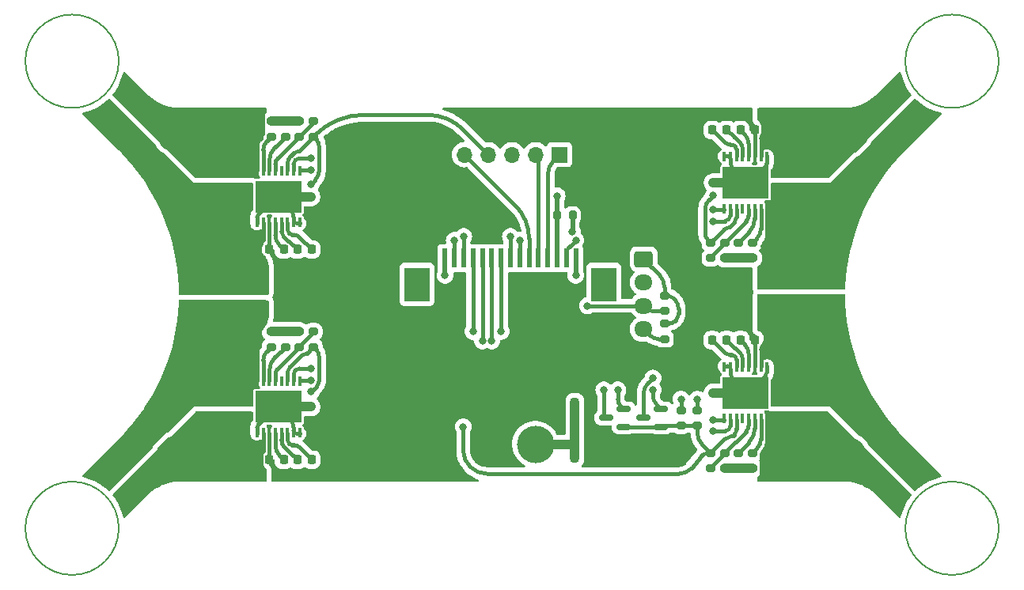
<source format=gbr>
%TF.GenerationSoftware,KiCad,Pcbnew,8.0.1*%
%TF.CreationDate,2024-11-14T22:13:18+09:00*%
%TF.ProjectId,MD-20240410,4d442d32-3032-4343-9034-31302e6b6963,rev?*%
%TF.SameCoordinates,Original*%
%TF.FileFunction,Copper,L1,Top*%
%TF.FilePolarity,Positive*%
%FSLAX46Y46*%
G04 Gerber Fmt 4.6, Leading zero omitted, Abs format (unit mm)*
G04 Created by KiCad (PCBNEW 8.0.1) date 2024-11-14 22:13:18*
%MOMM*%
%LPD*%
G01*
G04 APERTURE LIST*
G04 Aperture macros list*
%AMRoundRect*
0 Rectangle with rounded corners*
0 $1 Rounding radius*
0 $2 $3 $4 $5 $6 $7 $8 $9 X,Y pos of 4 corners*
0 Add a 4 corners polygon primitive as box body*
4,1,4,$2,$3,$4,$5,$6,$7,$8,$9,$2,$3,0*
0 Add four circle primitives for the rounded corners*
1,1,$1+$1,$2,$3*
1,1,$1+$1,$4,$5*
1,1,$1+$1,$6,$7*
1,1,$1+$1,$8,$9*
0 Add four rect primitives between the rounded corners*
20,1,$1+$1,$2,$3,$4,$5,0*
20,1,$1+$1,$4,$5,$6,$7,0*
20,1,$1+$1,$6,$7,$8,$9,0*
20,1,$1+$1,$8,$9,$2,$3,0*%
%AMHorizOval*
0 Thick line with rounded ends*
0 $1 width*
0 $2 $3 position (X,Y) of the first rounded end (center of the circle)*
0 $4 $5 position (X,Y) of the second rounded end (center of the circle)*
0 Add line between two ends*
20,1,$1,$2,$3,$4,$5,0*
0 Add two circle primitives to create the rounded ends*
1,1,$1,$2,$3*
1,1,$1,$4,$5*%
G04 Aperture macros list end*
%TA.AperFunction,NonConductor*%
%ADD10C,0.200000*%
%TD*%
%TA.AperFunction,SMDPad,CuDef*%
%ADD11RoundRect,0.150000X0.587500X0.150000X-0.587500X0.150000X-0.587500X-0.150000X0.587500X-0.150000X0*%
%TD*%
%TA.AperFunction,SMDPad,CuDef*%
%ADD12RoundRect,0.200000X-0.275000X0.200000X-0.275000X-0.200000X0.275000X-0.200000X0.275000X0.200000X0*%
%TD*%
%TA.AperFunction,ComponentPad*%
%ADD13RoundRect,0.250000X0.954594X0.106066X0.106066X0.954594X-0.954594X-0.106066X-0.106066X-0.954594X0*%
%TD*%
%TA.AperFunction,ComponentPad*%
%ADD14HorizOval,1.700000X0.106066X0.106066X-0.106066X-0.106066X0*%
%TD*%
%TA.AperFunction,SMDPad,CuDef*%
%ADD15RoundRect,0.225000X0.225000X0.250000X-0.225000X0.250000X-0.225000X-0.250000X0.225000X-0.250000X0*%
%TD*%
%TA.AperFunction,SMDPad,CuDef*%
%ADD16R,0.450000X1.050000*%
%TD*%
%TA.AperFunction,SMDPad,CuDef*%
%ADD17R,5.000000X3.400000*%
%TD*%
%TA.AperFunction,SMDPad,CuDef*%
%ADD18RoundRect,0.200000X0.275000X-0.200000X0.275000X0.200000X-0.275000X0.200000X-0.275000X-0.200000X0*%
%TD*%
%TA.AperFunction,ComponentPad*%
%ADD19RoundRect,0.250000X-0.954594X-0.106066X-0.106066X-0.954594X0.954594X0.106066X0.106066X0.954594X0*%
%TD*%
%TA.AperFunction,ComponentPad*%
%ADD20HorizOval,1.700000X-0.106066X-0.106066X0.106066X0.106066X0*%
%TD*%
%TA.AperFunction,SMDPad,CuDef*%
%ADD21RoundRect,0.225000X-0.225000X-0.250000X0.225000X-0.250000X0.225000X0.250000X-0.225000X0.250000X0*%
%TD*%
%TA.AperFunction,ComponentPad*%
%ADD22C,4.000000*%
%TD*%
%TA.AperFunction,SMDPad,CuDef*%
%ADD23RoundRect,0.200000X-0.200000X-0.275000X0.200000X-0.275000X0.200000X0.275000X-0.200000X0.275000X0*%
%TD*%
%TA.AperFunction,SMDPad,CuDef*%
%ADD24R,0.610000X2.000000*%
%TD*%
%TA.AperFunction,SMDPad,CuDef*%
%ADD25R,2.680000X3.600000*%
%TD*%
%TA.AperFunction,ComponentPad*%
%ADD26R,1.700000X1.700000*%
%TD*%
%TA.AperFunction,ComponentPad*%
%ADD27O,1.700000X1.700000*%
%TD*%
%TA.AperFunction,ComponentPad*%
%ADD28RoundRect,0.250000X0.106066X-0.954594X0.954594X-0.106066X-0.106066X0.954594X-0.954594X0.106066X0*%
%TD*%
%TA.AperFunction,ComponentPad*%
%ADD29HorizOval,1.700000X-0.106066X0.106066X0.106066X-0.106066X0*%
%TD*%
%TA.AperFunction,ComponentPad*%
%ADD30RoundRect,0.250000X-0.106066X0.954594X-0.954594X0.106066X0.106066X-0.954594X0.954594X-0.106066X0*%
%TD*%
%TA.AperFunction,ComponentPad*%
%ADD31RoundRect,0.250000X-0.725000X0.600000X-0.725000X-0.600000X0.725000X-0.600000X0.725000X0.600000X0*%
%TD*%
%TA.AperFunction,ComponentPad*%
%ADD32O,1.950000X1.700000*%
%TD*%
%TA.AperFunction,ViaPad*%
%ADD33C,0.800000*%
%TD*%
%TA.AperFunction,ViaPad*%
%ADD34C,0.500000*%
%TD*%
%TA.AperFunction,Conductor*%
%ADD35C,0.450000*%
%TD*%
%TA.AperFunction,Conductor*%
%ADD36C,1.000000*%
%TD*%
%TA.AperFunction,Conductor*%
%ADD37C,0.500000*%
%TD*%
G04 APERTURE END LIST*
D10*
X52073241Y-25000000D02*
G75*
G02*
X42073241Y-25000000I-5000000J0D01*
G01*
X42073241Y-25000000D02*
G75*
G02*
X52073241Y-25000000I5000000J0D01*
G01*
X-42073241Y-25000000D02*
G75*
G02*
X-52073241Y-25000000I-5000000J0D01*
G01*
X-52073241Y-25000000D02*
G75*
G02*
X-42073241Y-25000000I5000000J0D01*
G01*
X52073241Y25000000D02*
G75*
G02*
X42073241Y25000000I-5000000J0D01*
G01*
X42073241Y25000000D02*
G75*
G02*
X52073241Y25000000I5000000J0D01*
G01*
X-42073241Y25000000D02*
G75*
G02*
X-52073241Y25000000I-5000000J0D01*
G01*
X-52073241Y25000000D02*
G75*
G02*
X-42073241Y25000000I5000000J0D01*
G01*
D11*
%TO.P,Q2,1,G*%
%TO.N,SLEEP-1*%
X11937500Y-14125000D03*
%TO.P,Q2,2,S*%
%TO.N,Line-Main=TX_3.3V*%
X11937500Y-12225000D03*
%TO.P,Q2,3,D*%
%TO.N,Line-Main=TX_5V*%
X10062500Y-13175000D03*
%TD*%
%TO.P,Q1,3,D*%
%TO.N,Line-Main=RX_5V*%
X14062500Y-13175000D03*
%TO.P,Q1,2,S*%
%TO.N,Line-Main=RX_3.3V*%
X15937500Y-12225000D03*
%TO.P,Q1,1,G*%
%TO.N,SLEEP-1*%
X15937500Y-14125000D03*
%TD*%
D12*
%TO.P,R16,1*%
%TO.N,Net-(U4-IPROPI)*%
X24250000Y5575000D03*
%TO.P,R16,2*%
%TO.N,GND*%
X24250000Y3925000D03*
%TD*%
%TO.P,R13,1*%
%TO.N,SLEEP-1*%
X21250000Y-16925000D03*
%TO.P,R13,2*%
%TO.N,VREF-3*%
X21250000Y-18575000D03*
%TD*%
D13*
%TO.P,J4,1,Pin_1*%
%TO.N,OUT2-2*%
X-36745707Y-16440232D03*
D14*
%TO.P,J4,2,Pin_2*%
%TO.N,OUT1-2*%
X-38513473Y-14672466D03*
%TD*%
D12*
%TO.P,R23,1*%
%TO.N,+5V*%
X16325000Y-100000D03*
%TO.P,R23,2*%
%TO.N,Line-Main=TX_5V*%
X16325000Y-1750000D03*
%TD*%
D15*
%TO.P,C4,1*%
%TO.N,VCC*%
X8275000Y-16000000D03*
%TO.P,C4,2*%
%TO.N,GND*%
X6725000Y-16000000D03*
%TD*%
D16*
%TO.P,U2,1,EN*%
%TO.N,EN-2*%
X-22725000Y-9225000D03*
%TO.P,U2,2,PH*%
%TO.N,PH-2*%
X-23375000Y-9225000D03*
%TO.P,U2,3,SLEEP*%
%TO.N,SLEEP-1*%
X-24025000Y-9225000D03*
%TO.P,U2,4,FAULT*%
%TO.N,unconnected-(U2-FAULT-Pad4)*%
X-24675000Y-9225000D03*
%TO.P,U2,5,VREF*%
%TO.N,VREF-2*%
X-25325000Y-9225000D03*
%TO.P,U2,6,IPROPI*%
%TO.N,Net-(U2-IPROPI)*%
X-25975000Y-9225000D03*
%TO.P,U2,7,IMODE*%
%TO.N,IMODE-2*%
X-26625000Y-9225000D03*
%TO.P,U2,8,OUT1*%
%TO.N,OUT1-2*%
X-27275000Y-9225000D03*
%TO.P,U2,9,PGND*%
%TO.N,GND*%
X-27275000Y-14775000D03*
%TO.P,U2,10,OUT2*%
%TO.N,OUT2-2*%
X-26625000Y-14775000D03*
%TO.P,U2,11,VM*%
%TO.N,VCC*%
X-25975000Y-14775000D03*
%TO.P,U2,12,VCP*%
%TO.N,Net-(U2-VCP)*%
X-25325000Y-14775000D03*
%TO.P,U2,13,CPH*%
%TO.N,Net-(U2-CPH)*%
X-24675000Y-14775000D03*
%TO.P,U2,14,CPL*%
%TO.N,Net-(U2-CPL)*%
X-24025000Y-14775000D03*
%TO.P,U2,15,GND*%
%TO.N,GND*%
X-23375000Y-14775000D03*
%TO.P,U2,16,PMODE*%
X-22725000Y-14775000D03*
D17*
%TO.P,U2,17,GND*%
X-25000000Y-12000000D03*
%TD*%
D16*
%TO.P,U1,1,EN*%
%TO.N,EN-1*%
X-22725000Y13275000D03*
%TO.P,U1,2,PH*%
%TO.N,PH-1*%
X-23375000Y13275000D03*
%TO.P,U1,3,SLEEP*%
%TO.N,SLEEP-1*%
X-24025000Y13275000D03*
%TO.P,U1,4,FAULT*%
%TO.N,unconnected-(U1-FAULT-Pad4)*%
X-24675000Y13275000D03*
%TO.P,U1,5,VREF*%
%TO.N,VREF-1*%
X-25325000Y13275000D03*
%TO.P,U1,6,IPROPI*%
%TO.N,Net-(U1-IPROPI)*%
X-25975000Y13275000D03*
%TO.P,U1,7,IMODE*%
%TO.N,IMODE-1*%
X-26625000Y13275000D03*
%TO.P,U1,8,OUT1*%
%TO.N,OUT1-1*%
X-27275000Y13275000D03*
%TO.P,U1,9,PGND*%
%TO.N,GND*%
X-27275000Y7725000D03*
%TO.P,U1,10,OUT2*%
%TO.N,OUT2-1*%
X-26625000Y7725000D03*
%TO.P,U1,11,VM*%
%TO.N,VCC*%
X-25975000Y7725000D03*
%TO.P,U1,12,VCP*%
%TO.N,Net-(U1-VCP)*%
X-25325000Y7725000D03*
%TO.P,U1,13,CPH*%
%TO.N,Net-(U1-CPH)*%
X-24675000Y7725000D03*
%TO.P,U1,14,CPL*%
%TO.N,Net-(U1-CPL)*%
X-24025000Y7725000D03*
%TO.P,U1,15,GND*%
%TO.N,GND*%
X-23375000Y7725000D03*
%TO.P,U1,16,PMODE*%
X-22725000Y7725000D03*
D17*
%TO.P,U1,17,GND*%
X-25000000Y10500000D03*
%TD*%
D15*
%TO.P,C9,1*%
%TO.N,Net-(U2-CPL)*%
X-21425000Y-17650000D03*
%TO.P,C9,2*%
%TO.N,Net-(U2-CPH)*%
X-22975000Y-17650000D03*
%TD*%
%TO.P,C5,1*%
%TO.N,VCC*%
X8275000Y-14500000D03*
%TO.P,C5,2*%
%TO.N,GND*%
X6725000Y-14500000D03*
%TD*%
%TO.P,C8,1*%
%TO.N,VCC*%
X8275000Y-11500000D03*
%TO.P,C8,2*%
%TO.N,GND*%
X6725000Y-11500000D03*
%TD*%
%TO.P,C10,1*%
%TO.N,Net-(U2-VCP)*%
X-24425000Y-17650000D03*
%TO.P,C10,2*%
%TO.N,VCC*%
X-25975000Y-17650000D03*
%TD*%
D12*
%TO.P,R14,1*%
%TO.N,VREF-3*%
X22750000Y-16925000D03*
%TO.P,R14,2*%
%TO.N,GND*%
X22750000Y-18575000D03*
%TD*%
%TO.P,R17,1*%
%TO.N,SLEEP-1*%
X21250000Y5575000D03*
%TO.P,R17,2*%
%TO.N,VREF-4*%
X21250000Y3925000D03*
%TD*%
%TO.P,R21,1*%
%TO.N,+5V*%
X16325000Y-3100000D03*
%TO.P,R21,2*%
%TO.N,Line-Main=RX_5V*%
X16325000Y-4750000D03*
%TD*%
D18*
%TO.P,R7,1*%
%TO.N,IMODE-1*%
X-25750000Y16925000D03*
%TO.P,R7,2*%
%TO.N,GND*%
X-25750000Y18575000D03*
%TD*%
D12*
%TO.P,R12,1*%
%TO.N,Net-(U3-IPROPI)*%
X24250000Y-16925000D03*
%TO.P,R12,2*%
%TO.N,GND*%
X24250000Y-18575000D03*
%TD*%
D19*
%TO.P,J6,1,Pin_1*%
%TO.N,OUT2-4*%
X36745707Y16440232D03*
D20*
%TO.P,J6,2,Pin_2*%
%TO.N,OUT1-4*%
X38513473Y14672466D03*
%TD*%
D18*
%TO.P,R8,1*%
%TO.N,Net-(U2-IPROPI)*%
X-24250000Y-5575000D03*
%TO.P,R8,2*%
%TO.N,GND*%
X-24250000Y-3925000D03*
%TD*%
D21*
%TO.P,C12,1*%
%TO.N,Net-(U3-VCP)*%
X24425000Y-4850000D03*
%TO.P,C12,2*%
%TO.N,VCC*%
X25975000Y-4850000D03*
%TD*%
D16*
%TO.P,U3,1,EN*%
%TO.N,EN-3*%
X22725000Y-13275000D03*
%TO.P,U3,2,PH*%
%TO.N,PH-3*%
X23375000Y-13275000D03*
%TO.P,U3,3,SLEEP*%
%TO.N,SLEEP-1*%
X24025000Y-13275000D03*
%TO.P,U3,4,FAULT*%
%TO.N,unconnected-(U3-FAULT-Pad4)*%
X24675000Y-13275000D03*
%TO.P,U3,5,VREF*%
%TO.N,VREF-3*%
X25325000Y-13275000D03*
%TO.P,U3,6,IPROPI*%
%TO.N,Net-(U3-IPROPI)*%
X25975000Y-13275000D03*
%TO.P,U3,7,IMODE*%
%TO.N,IMODE-3*%
X26625000Y-13275000D03*
%TO.P,U3,8,OUT1*%
%TO.N,OUT1-3*%
X27275000Y-13275000D03*
%TO.P,U3,9,PGND*%
%TO.N,GND*%
X27275000Y-7725000D03*
%TO.P,U3,10,OUT2*%
%TO.N,OUT2-3*%
X26625000Y-7725000D03*
%TO.P,U3,11,VM*%
%TO.N,VCC*%
X25975000Y-7725000D03*
%TO.P,U3,12,VCP*%
%TO.N,Net-(U3-VCP)*%
X25325000Y-7725000D03*
%TO.P,U3,13,CPH*%
%TO.N,Net-(U3-CPH)*%
X24675000Y-7725000D03*
%TO.P,U3,14,CPL*%
%TO.N,Net-(U3-CPL)*%
X24025000Y-7725000D03*
%TO.P,U3,15,GND*%
%TO.N,GND*%
X23375000Y-7725000D03*
%TO.P,U3,16,PMODE*%
X22725000Y-7725000D03*
D17*
%TO.P,U3,17,GND*%
X25000000Y-10500000D03*
%TD*%
D22*
%TO.P,J7,1,Pin_1*%
%TO.N,VCC*%
X-2500000Y-16000000D03*
%TO.P,J7,2,Pin_2*%
%TO.N,GND*%
X2500000Y-16000000D03*
%TD*%
D21*
%TO.P,C14,1*%
%TO.N,Net-(U4-VCP)*%
X24425000Y17650000D03*
%TO.P,C14,2*%
%TO.N,VCC*%
X25975000Y17650000D03*
%TD*%
D12*
%TO.P,R18,1*%
%TO.N,VREF-4*%
X22750000Y5575000D03*
%TO.P,R18,2*%
%TO.N,GND*%
X22750000Y3925000D03*
%TD*%
%TO.P,R15,1*%
%TO.N,IMODE-3*%
X25750000Y-16925000D03*
%TO.P,R15,2*%
%TO.N,GND*%
X25750000Y-18575000D03*
%TD*%
D18*
%TO.P,R10,1*%
%TO.N,VREF-2*%
X-22750000Y-5575000D03*
%TO.P,R10,2*%
%TO.N,GND*%
X-22750000Y-3925000D03*
%TD*%
D15*
%TO.P,C3,1*%
%TO.N,VCC*%
X8275000Y-17470000D03*
%TO.P,C3,2*%
%TO.N,GND*%
X6725000Y-17470000D03*
%TD*%
D18*
%TO.P,R4,1*%
%TO.N,Net-(U1-IPROPI)*%
X-24250000Y16925000D03*
%TO.P,R4,2*%
%TO.N,GND*%
X-24250000Y18575000D03*
%TD*%
D16*
%TO.P,U4,1,EN*%
%TO.N,EN-4*%
X22725000Y9225000D03*
%TO.P,U4,2,PH*%
%TO.N,PH-4*%
X23375000Y9225000D03*
%TO.P,U4,3,SLEEP*%
%TO.N,SLEEP-1*%
X24025000Y9225000D03*
%TO.P,U4,4,FAULT*%
%TO.N,unconnected-(U4-FAULT-Pad4)*%
X24675000Y9225000D03*
%TO.P,U4,5,VREF*%
%TO.N,VREF-4*%
X25325000Y9225000D03*
%TO.P,U4,6,IPROPI*%
%TO.N,Net-(U4-IPROPI)*%
X25975000Y9225000D03*
%TO.P,U4,7,IMODE*%
%TO.N,IMODE-4*%
X26625000Y9225000D03*
%TO.P,U4,8,OUT1*%
%TO.N,OUT1-4*%
X27275000Y9225000D03*
%TO.P,U4,9,PGND*%
%TO.N,GND*%
X27275000Y14775000D03*
%TO.P,U4,10,OUT2*%
%TO.N,OUT2-4*%
X26625000Y14775000D03*
%TO.P,U4,11,VM*%
%TO.N,VCC*%
X25975000Y14775000D03*
%TO.P,U4,12,VCP*%
%TO.N,Net-(U4-VCP)*%
X25325000Y14775000D03*
%TO.P,U4,13,CPH*%
%TO.N,Net-(U4-CPH)*%
X24675000Y14775000D03*
%TO.P,U4,14,CPL*%
%TO.N,Net-(U4-CPL)*%
X24025000Y14775000D03*
%TO.P,U4,15,GND*%
%TO.N,GND*%
X23375000Y14775000D03*
%TO.P,U4,16,PMODE*%
X22725000Y14775000D03*
D17*
%TO.P,U4,17,GND*%
X25000000Y12000000D03*
%TD*%
D15*
%TO.P,C1,1*%
%TO.N,Net-(U1-CPL)*%
X-21425000Y4850000D03*
%TO.P,C1,2*%
%TO.N,Net-(U1-CPH)*%
X-22975000Y4850000D03*
%TD*%
D21*
%TO.P,C11,1*%
%TO.N,Net-(U3-CPL)*%
X21425000Y-4850000D03*
%TO.P,C11,2*%
%TO.N,Net-(U3-CPH)*%
X22975000Y-4850000D03*
%TD*%
D12*
%TO.P,R19,1*%
%TO.N,IMODE-4*%
X25750000Y5575000D03*
%TO.P,R19,2*%
%TO.N,GND*%
X25750000Y3925000D03*
%TD*%
D18*
%TO.P,R11,1*%
%TO.N,IMODE-2*%
X-25750000Y-5575000D03*
%TO.P,R11,2*%
%TO.N,GND*%
X-25750000Y-3925000D03*
%TD*%
D21*
%TO.P,C13,1*%
%TO.N,Net-(U4-CPL)*%
X21425000Y17650000D03*
%TO.P,C13,2*%
%TO.N,Net-(U4-CPH)*%
X22975000Y17650000D03*
%TD*%
D23*
%TO.P,R1,1*%
%TO.N,SLEEP-1*%
X4825000Y8500000D03*
%TO.P,R1,2*%
%TO.N,Net-(D1-A)*%
X6475000Y8500000D03*
%TD*%
D24*
%TO.P,J8,1,Pin_1*%
%TO.N,GND*%
X-7175000Y3912500D03*
%TO.P,J8,2,Pin_2*%
%TO.N,EN-1*%
X-6175000Y3912500D03*
%TO.P,J8,3,Pin_3*%
%TO.N,PH-1*%
X-5175000Y3912500D03*
%TO.P,J8,4,Pin_4*%
%TO.N,EN-2*%
X-4175000Y3912500D03*
%TO.P,J8,5,Pin_5*%
%TO.N,PH-2*%
X-3175000Y3912500D03*
%TO.P,J8,6,Pin_6*%
%TO.N,EN-3*%
X-2175000Y3912500D03*
%TO.P,J8,7,Pin_7*%
%TO.N,PH-3*%
X-1175000Y3912500D03*
%TO.P,J8,8,Pin_8*%
%TO.N,EN-4*%
X-175000Y3912500D03*
%TO.P,J8,9,Pin_9*%
%TO.N,PH-4*%
X825000Y3912500D03*
%TO.P,J8,10,Pin_10*%
%TO.N,ball01k*%
X1825000Y3912500D03*
%TO.P,J8,11,Pin_11*%
%TO.N,KickerSignal-main*%
X2825000Y3912500D03*
%TO.P,J8,12,Pin_12*%
%TO.N,ball02k*%
X3825000Y3912500D03*
%TO.P,J8,13,Pin_13*%
%TO.N,SLEEP-1*%
X4825000Y3912500D03*
%TO.P,J8,14,Pin_14*%
%TO.N,Line-Main=RX_3.3V*%
X5825000Y3912500D03*
%TO.P,J8,15,Pin_15*%
%TO.N,Line-Main=TX_3.3V*%
X6825000Y3912500D03*
D25*
%TO.P,J8,MP*%
%TO.N,N/C*%
X-10165000Y1112500D03*
X9815000Y1112500D03*
%TD*%
D18*
%TO.P,R3,1*%
%TO.N,SLEEP-1*%
X-21250000Y16925000D03*
%TO.P,R3,2*%
%TO.N,VREF-1*%
X-21250000Y18575000D03*
%TD*%
D15*
%TO.P,C2,1*%
%TO.N,Net-(U1-VCP)*%
X-24425000Y4850000D03*
%TO.P,C2,2*%
%TO.N,VCC*%
X-25975000Y4850000D03*
%TD*%
D26*
%TO.P,J1,1,Pin_1*%
%TO.N,ball02k*%
X5080000Y15000000D03*
D27*
%TO.P,J1,2,Pin_2*%
%TO.N,KickerSignal-main*%
X2540000Y15000000D03*
%TO.P,J1,3,Pin_3*%
%TO.N,GND*%
X0Y15000000D03*
%TO.P,J1,4,Pin_4*%
%TO.N,SLEEP-1*%
X-2540000Y15000000D03*
%TO.P,J1,5,Pin_5*%
%TO.N,ball01k*%
X-5080000Y15000000D03*
%TD*%
D18*
%TO.P,R9,1*%
%TO.N,SLEEP-1*%
X-21250000Y-5575000D03*
%TO.P,R9,2*%
%TO.N,VREF-2*%
X-21250000Y-3925000D03*
%TD*%
D28*
%TO.P,J3,1,Pin_1*%
%TO.N,OUT2-1*%
X-38513473Y14672466D03*
D29*
%TO.P,J3,2,Pin_2*%
%TO.N,OUT1-1*%
X-36745707Y16440232D03*
%TD*%
D30*
%TO.P,J5,1,Pin_1*%
%TO.N,OUT2-3*%
X38513473Y-14672466D03*
D29*
%TO.P,J5,2,Pin_2*%
%TO.N,OUT1-3*%
X36745707Y-16440232D03*
%TD*%
D12*
%TO.P,R22,1*%
%TO.N,Line-Main=TX_3.3V*%
X18075000Y-12350000D03*
%TO.P,R22,2*%
%TO.N,SLEEP-1*%
X18075000Y-14000000D03*
%TD*%
D18*
%TO.P,R6,1*%
%TO.N,VREF-1*%
X-22750000Y16925000D03*
%TO.P,R6,2*%
%TO.N,GND*%
X-22750000Y18575000D03*
%TD*%
D15*
%TO.P,C7,1*%
%TO.N,VCC*%
X8275000Y-13000000D03*
%TO.P,C7,2*%
%TO.N,GND*%
X6725000Y-13000000D03*
%TD*%
D12*
%TO.P,R20,1*%
%TO.N,Line-Main=RX_3.3V*%
X19825000Y-12350000D03*
%TO.P,R20,2*%
%TO.N,SLEEP-1*%
X19825000Y-14000000D03*
%TD*%
D31*
%TO.P,J2,1,Pin_1*%
%TO.N,+5V*%
X14075000Y3825000D03*
D32*
%TO.P,J2,2,Pin_2*%
%TO.N,GND*%
X14075000Y1325000D03*
%TO.P,J2,3,Pin_3*%
%TO.N,Line-Main=TX_5V*%
X14075000Y-1175000D03*
%TO.P,J2,4,Pin_4*%
%TO.N,Line-Main=RX_5V*%
X14075000Y-3675000D03*
%TD*%
D33*
%TO.N,GND*%
X21500000Y-10500000D03*
X-21500000Y10500000D03*
X23500000Y-18575000D03*
X21500000Y12000000D03*
X-25000000Y18575000D03*
X25000000Y-18575000D03*
X-7175000Y2075000D03*
X-25000000Y-3925000D03*
D34*
X-21500000Y-12000000D03*
D33*
X-23500000Y18575000D03*
X25000000Y3925000D03*
%TO.N,Net-(D1-A)*%
X6445816Y6763858D03*
%TO.N,EN-1*%
X-6175000Y5825000D03*
X-21475000Y13362500D03*
%TO.N,PH-1*%
X-5175000Y6250000D03*
X-21475000Y14612500D03*
%TO.N,EN-2*%
X-21475000Y-9137500D03*
X-4175000Y-3925000D03*
%TO.N,PH-2*%
X-21475000Y-7887500D03*
X-3175000Y-4925000D03*
%TO.N,PH-4*%
X21475000Y7887500D03*
X825000Y5825000D03*
%TO.N,EN-4*%
X21475000Y9137500D03*
X-175000Y6250000D03*
%TO.N,EN-3*%
X-2175000Y-4925000D03*
X21475000Y-13362500D03*
%TO.N,PH-3*%
X21475000Y-14612500D03*
X-1175000Y-3925000D03*
%TO.N,SLEEP-1*%
X-21475000Y11862500D03*
X4825000Y10600000D03*
X-5225000Y-14137500D03*
X21525000Y10612500D03*
X-21475000Y-10387500D03*
%TO.N,Line-Main=TX_5V*%
X8075000Y-1175000D03*
X9825000Y-10175000D03*
%TO.N,Line-Main=RX_5V*%
X15075000Y-8925000D03*
%TO.N,Line-Main=RX_3.3V*%
X6818136Y5835751D03*
X19825000Y-11175000D03*
X15075000Y-10175000D03*
%TO.N,Line-Main=TX_3.3V*%
X18075000Y-11175000D03*
X11325000Y-10175000D03*
X6825000Y2075000D03*
%TD*%
D35*
%TO.N,Line-Main=TX_3.3V*%
X11325000Y-11179397D02*
G75*
G03*
X11631249Y-11918751I1045600J-3D01*
G01*
%TO.N,Line-Main=RX_3.3V*%
X15075000Y-10768750D02*
G75*
G03*
X15494846Y-11782342I1433430J0D01*
G01*
%TO.N,Line-Main=RX_5V*%
X14568750Y-9431250D02*
G75*
G03*
X14062519Y-10653445I1222150J-1222150D01*
G01*
%TO.N,Line-Main=TX_5V*%
X9825000Y-12769562D02*
G75*
G03*
X9943739Y-13056261I405400J-38D01*
G01*
%TO.N,SLEEP-1*%
X15999999Y-14062499D02*
G75*
G02*
X15849111Y-14125004I-150899J150899D01*
G01*
X16150888Y-14000000D02*
G75*
G03*
X16000003Y-14062503I12J-213400D01*
G01*
%TO.N,OUT2-2*%
X-26850000Y-17302638D02*
X-26850000Y-17303485D01*
X-26850000Y-17515398D02*
X-26850000Y-17519152D01*
X-26850000Y-18050160D02*
X-26850000Y-18050518D01*
X-26850000Y-18072971D02*
X-26850000Y-18073043D01*
X-26850000Y-17540310D02*
X-26850000Y-17540412D01*
X-26850000Y-17954898D02*
X-26850000Y-17957041D01*
X-26850000Y-18030746D02*
X-26850000Y-18031033D01*
X-26850000Y-17974536D02*
X-26850000Y-17974826D01*
X-26850000Y-17907090D02*
X-26850000Y-17907528D01*
X-26850000Y-18045191D02*
X-26850000Y-18046334D01*
X-26850000Y-18053058D02*
X-26850000Y-18053344D01*
X-26850000Y-17916110D02*
X-26850000Y-17917575D01*
X-26850000Y-17707087D02*
X-26850000Y-17713031D01*
X-26850000Y-18042903D02*
X-26850000Y-18044047D01*
X-26850000Y-17993705D02*
X-26850000Y-17994849D01*
X-26850000Y-17306020D02*
X-26850000Y-17306865D01*
X-26850000Y-18040901D02*
X-26850000Y-18041473D01*
X-26850000Y-17991417D02*
X-26850000Y-17992561D01*
X-26850000Y-18073115D02*
X-26850000Y-18073187D01*
X-26850000Y-17962109D02*
X-26850000Y-17962225D01*
X-26850000Y-17989129D02*
X-26850000Y-17990273D01*
X-26850000Y-17545735D02*
X-26850000Y-17546301D01*
X-26850000Y-17986841D02*
X-26850000Y-17987985D01*
X-26850000Y-17383358D02*
X-26850000Y-17390120D01*
X-26850000Y-17481307D02*
X-26850000Y-17481872D01*
X-26850000Y-17917718D02*
X-26850000Y-17918897D01*
X-26850000Y-17927085D02*
X-26850000Y-17928837D01*
X-26850000Y-17534168D02*
X-26850000Y-17534932D01*
X-26850000Y-17576615D02*
X-26850000Y-17579238D01*
X-26850000Y-18005862D02*
X-26850000Y-18006148D01*
X-26850000Y-17532676D02*
X-26850000Y-17533422D01*
X-26850000Y-18031784D02*
X-26850000Y-18032999D01*
X-26850000Y-17644000D02*
X-26850000Y-17645726D01*
X-26850000Y-17347433D02*
X-26850000Y-17348278D01*
X-26850000Y-18071755D02*
X-26850000Y-18071827D01*
X-26850000Y-17685459D02*
X-26850000Y-17695299D01*
X-26850000Y-17349653D02*
X-26850000Y-17350709D01*
X-26850000Y-17481872D02*
X-26850000Y-17482437D01*
X-26850000Y-17582336D02*
X-26850000Y-17582811D01*
X-26850000Y-17964889D02*
X-26850000Y-17965584D01*
X-26850000Y-17296616D02*
X-26850000Y-17297673D01*
X-26850000Y-17803575D02*
X-26850000Y-17814368D01*
X-26850000Y-18024989D02*
X-26850000Y-18026920D01*
X-26850000Y-17344898D02*
X-26850000Y-17345743D01*
X-26850000Y-17745092D02*
X-26850000Y-17752984D01*
X-26850000Y-17420489D02*
X-26850000Y-17426100D01*
X-26850000Y-18023058D02*
X-26850000Y-18024989D01*
X-26850000Y-18009686D02*
X-26850000Y-18011618D01*
X-26850000Y-17407451D02*
X-26850000Y-17408295D01*
X-26850000Y-17284891D02*
X-26850000Y-17285736D01*
X-26850000Y-18067072D02*
X-26850000Y-18067358D01*
X-26850000Y-17548924D02*
X-26850000Y-17549490D01*
X-26850000Y-17350709D02*
X-26850000Y-17351765D01*
X-26850000Y-17623562D02*
X-26850000Y-17635955D01*
X-26850000Y-17892434D02*
X-26850000Y-17897859D01*
X-26850000Y-18062603D02*
X-26850000Y-18062675D01*
X-26850000Y-17642274D02*
X-26850000Y-17644000D01*
X-26850000Y-17585910D02*
X-26850000Y-17589008D01*
X-26850000Y-17300948D02*
X-26850000Y-17301793D01*
X-26850000Y-17465790D02*
X-26850000Y-17471191D01*
X-26850000Y-17315000D02*
X-26850000Y-17315211D01*
X-26850000Y-17964194D02*
X-26850000Y-17964889D01*
X-26850000Y-18011618D02*
X-26850000Y-18013550D01*
X-26850000Y-17665779D02*
X-26850000Y-17675619D01*
X-26850000Y-17581861D02*
X-26850000Y-17582336D01*
X-26850000Y-17923581D02*
X-26850000Y-17925333D01*
X-26850000Y-17695299D02*
X-26850000Y-17705139D01*
X-26850000Y-17795453D02*
X-26850000Y-17800904D01*
X-26850000Y-17959126D02*
X-26850000Y-17961153D01*
X-26850000Y-17475323D02*
X-26850000Y-17479501D01*
X-26850000Y-18053344D02*
X-26850000Y-18053630D01*
X-26850000Y-17940185D02*
X-26850000Y-17946499D01*
X-26850000Y-17369831D02*
X-26850000Y-17373214D01*
X-26850000Y-18051163D02*
X-26850000Y-18051235D01*
X-26850000Y-18072220D02*
X-26850000Y-18072506D01*
X-26850000Y-17973978D02*
X-26850000Y-17974224D01*
X-26850000Y-17984692D02*
X-26850000Y-17984980D01*
X-26850000Y-17568006D02*
X-26850000Y-17570211D01*
X-26850000Y-17856304D02*
X-26850000Y-17861509D01*
X-26850000Y-18067751D02*
X-26850000Y-18067822D01*
X-26850000Y-17867591D02*
X-26850000Y-17868467D01*
X-26850000Y-18065356D02*
X-26850000Y-18065642D01*
X-26850000Y-17790002D02*
X-26850000Y-17795453D01*
X-26850000Y-17979758D02*
X-26850000Y-17980763D01*
X-26850000Y-17985375D02*
X-26850000Y-17985446D01*
X-26850000Y-18006148D02*
X-26850000Y-18006434D01*
X-26850000Y-17501874D02*
X-26850000Y-17508636D01*
X-26850000Y-17645726D02*
X-26850000Y-17647452D01*
X-26850000Y-17572207D02*
X-26850000Y-17573993D01*
X-26850000Y-17675619D02*
X-26850000Y-17685459D01*
X-26850000Y-17392232D02*
X-26850000Y-17400263D01*
X-26850000Y-17305175D02*
X-26850000Y-17306020D01*
X-26850000Y-17538537D02*
X-26850000Y-17539617D01*
X-26850000Y-17844142D02*
X-26850000Y-17850223D01*
X-26850000Y-18006970D02*
X-26850000Y-18008328D01*
X-26850000Y-18071934D02*
X-26850000Y-18072220D01*
X-26850000Y-18056311D02*
X-26850000Y-18056382D01*
X-26850000Y-18069217D02*
X-26850000Y-18070361D01*
X-26850000Y-18067822D02*
X-26850000Y-18067893D01*
X-26850000Y-17920809D02*
X-26850000Y-17921096D01*
X-26850000Y-18067358D02*
X-26850000Y-18067644D01*
X-26850000Y-18051628D02*
X-26850000Y-18051914D01*
X-26850000Y-17965671D02*
X-26850000Y-17966540D01*
X-26850000Y-17912076D02*
X-26850000Y-17912514D01*
X-26850000Y-17525914D02*
X-26850000Y-17528176D01*
X-26850000Y-17985446D02*
X-26850000Y-17985517D01*
X-26850000Y-17335602D02*
X-26850000Y-17339828D01*
X-26850000Y-17460389D02*
X-26850000Y-17465790D01*
X-26850000Y-17346588D02*
X-26850000Y-17347433D01*
X-26850000Y-18060207D02*
X-26850000Y-18061780D01*
X-26850000Y-17519152D02*
X-26850000Y-17522906D01*
X-26850000Y-17284152D02*
X-26850000Y-17284363D01*
X-26850000Y-17612227D02*
X-26850000Y-17615653D01*
X-26850000Y-17982978D02*
X-26850000Y-17983264D01*
X-26850000Y-17287743D02*
X-26850000Y-17287955D01*
X-26850000Y-17412412D02*
X-26850000Y-17416427D01*
X-26850000Y-17615653D02*
X-26850000Y-17619079D01*
X-26850000Y-17906652D02*
X-26850000Y-17907090D01*
X-26850000Y-17542366D02*
X-26850000Y-17544423D01*
X-26850000Y-18056382D02*
X-26850000Y-18056453D01*
X-26850000Y-17575095D02*
X-26850000Y-17575513D01*
X-26850000Y-17299364D02*
X-26850000Y-17299575D01*
X-26850000Y-17649178D02*
X-26850000Y-17650904D01*
X-26850000Y-17292075D02*
X-26850000Y-17295455D01*
X-26850000Y-17540208D02*
X-26850000Y-17540310D01*
X-26850000Y-17341518D02*
X-26850000Y-17342363D01*
X-26850000Y-17978753D02*
X-26850000Y-17979758D01*
X-26850000Y-18033750D02*
X-26850000Y-18036467D01*
X-26850000Y-18051342D02*
X-26850000Y-18051628D01*
X-26850000Y-17482437D02*
X-26850000Y-17483002D01*
X-26850000Y-18072506D02*
X-26850000Y-18072792D01*
X-26850000Y-18047477D02*
X-26850000Y-18048622D01*
X-26850000Y-17974246D02*
X-26850000Y-17974536D01*
X-26850000Y-17300103D02*
X-26850000Y-17300948D01*
X-26850000Y-17545169D02*
X-26850000Y-17545735D01*
X-26850000Y-18071683D02*
X-26850000Y-18071755D01*
X-26850000Y-17352927D02*
X-26850000Y-17356308D01*
X-26850000Y-18065642D02*
X-26850000Y-18065928D01*
X-26850000Y-17483002D02*
X-26850000Y-17483567D01*
X-26850000Y-17348807D02*
X-26850000Y-17349019D01*
X-26850000Y-17984407D02*
X-26850000Y-17984692D01*
X-26850000Y-17533422D02*
X-26850000Y-17534168D01*
X-26850000Y-17647452D02*
X-26850000Y-17649178D01*
X-26850000Y-17377442D02*
X-26850000Y-17379132D01*
X-26850000Y-18030459D02*
X-26850000Y-18030746D01*
X-26850000Y-17972682D02*
X-26850000Y-17973464D01*
X-26850000Y-17356308D02*
X-26850000Y-17359689D01*
X-26850000Y-18062531D02*
X-26850000Y-18062603D01*
X-26850000Y-18044047D02*
X-26850000Y-18045191D01*
X-26850000Y-17560663D02*
X-26850000Y-17565163D01*
X-26850000Y-17580013D02*
X-26850000Y-17581087D01*
X-26850000Y-17863029D02*
X-26850000Y-17865194D01*
X-26850000Y-17589008D02*
X-26850000Y-17592106D01*
X-26850000Y-18051914D02*
X-26850000Y-18052200D01*
X-26850000Y-17283730D02*
X-26850000Y-17283941D01*
X-26850000Y-18031033D02*
X-26850000Y-18031320D01*
X-26850000Y-18057204D02*
X-26850000Y-18058777D01*
X-26850000Y-17762239D02*
X-26850000Y-17767405D01*
X-26850000Y-17581386D02*
X-26850000Y-17581861D01*
X-26850000Y-17995135D02*
X-26850000Y-17995707D01*
X-26850000Y-17868467D02*
X-26850000Y-17869343D01*
X-26850000Y-18041759D02*
X-26850000Y-18042903D01*
X-26850000Y-17920522D02*
X-26850000Y-17920809D01*
X-26850000Y-17992561D02*
X-26850000Y-17993705D01*
X-26850000Y-17966540D02*
X-26850000Y-17967409D01*
X-26850000Y-17317430D02*
X-26850000Y-17322078D01*
X-26850000Y-17990273D02*
X-26850000Y-17991417D01*
X-26850000Y-17333383D02*
X-26850000Y-17333595D01*
X-26850000Y-17408295D02*
X-26850000Y-17409139D01*
X-26850000Y-17594547D02*
X-26850000Y-17598776D01*
X-26850000Y-17983264D02*
X-26850000Y-17983550D01*
X-26850000Y-18051091D02*
X-26850000Y-18051163D01*
X-26850000Y-17987985D02*
X-26850000Y-17989129D01*
X-26850000Y-17540849D02*
X-26850000Y-17541826D01*
X-26850000Y-17986090D02*
X-26850000Y-17986448D01*
X-26850000Y-17973732D02*
X-26850000Y-17973978D01*
X-26850000Y-17366451D02*
X-26850000Y-17369831D01*
X-26850000Y-18050518D02*
X-26850000Y-18050876D01*
X-26850000Y-18000140D02*
X-26850000Y-18002858D01*
X-26850000Y-17784551D02*
X-26850000Y-17790002D01*
X-26850000Y-17600161D02*
X-26850000Y-17601620D01*
X-26850000Y-17732077D02*
X-26850000Y-17743384D01*
X-26850000Y-17850442D02*
X-26850000Y-17856085D01*
X-26850000Y-17713031D02*
X-26850000Y-17718975D01*
X-26850000Y-17345743D02*
X-26850000Y-17346588D01*
X-26850000Y-17946499D02*
X-26850000Y-17952813D01*
X-26850000Y-18072899D02*
X-26850000Y-18072971D01*
X-26850000Y-17957099D02*
X-26850000Y-17959126D01*
X-26850000Y-17286581D02*
X-26850000Y-17287426D01*
X-26850000Y-17512769D02*
X-26850000Y-17514273D01*
X-26850000Y-17921829D02*
X-26850000Y-17923581D01*
X-26850000Y-17511265D02*
X-26850000Y-17512769D01*
X-26850000Y-17771208D02*
X-26850000Y-17773649D01*
X-26850000Y-17574677D02*
X-26850000Y-17575095D01*
X-26850000Y-17284363D02*
X-26850000Y-17284574D01*
X-26850000Y-17301793D02*
X-26850000Y-17302638D01*
X-26850000Y-17607343D02*
X-26850000Y-17609457D01*
X-26850000Y-18015444D02*
X-26850000Y-18021164D01*
X-26850000Y-17774117D02*
X-26850000Y-17775622D01*
X-26850000Y-18040329D02*
X-26850000Y-18040901D01*
X-26850000Y-17289857D02*
X-26850000Y-17290913D01*
X-26850000Y-18037183D02*
X-26850000Y-18039471D01*
X-26850000Y-17299575D02*
X-26850000Y-17299786D01*
X-26850000Y-17865839D02*
X-26850000Y-17866715D01*
X-26850000Y-17980976D02*
X-26850000Y-17982406D01*
X-26850000Y-17535684D02*
X-26850000Y-17537946D01*
X-26850000Y-17491359D02*
X-26850000Y-17499715D01*
X-26850000Y-17870753D02*
X-26850000Y-17872698D01*
X-26850000Y-17531930D02*
X-26850000Y-17532676D01*
X-26850000Y-18005290D02*
X-26850000Y-18005576D01*
X-26850000Y-17530047D02*
X-26850000Y-17531551D01*
X-26850000Y-17409139D02*
X-26850000Y-17409983D01*
X-26850000Y-18052200D02*
X-26850000Y-18052486D01*
X-26850000Y-17379132D02*
X-26850000Y-17380822D01*
X-26850000Y-17523652D02*
X-26850000Y-17525914D01*
X-26850000Y-17838061D02*
X-26850000Y-17844142D01*
X-26850000Y-17297673D02*
X-26850000Y-17298730D01*
X-26850000Y-17875081D02*
X-26850000Y-17877902D01*
X-26850000Y-17984980D02*
X-26850000Y-17985267D01*
X-26850000Y-18066500D02*
X-26850000Y-18066786D01*
X-26850000Y-17437452D02*
X-26850000Y-17454544D01*
X-26850000Y-17549490D02*
X-26850000Y-17550056D01*
X-26850000Y-17556253D02*
X-26850000Y-17560573D01*
X-26850000Y-17925333D02*
X-26850000Y-17927085D01*
X-26850000Y-17898078D02*
X-26850000Y-17903940D01*
X-26850000Y-17551933D02*
X-26850000Y-17556253D01*
X-26850000Y-17974826D02*
X-26850000Y-17975116D01*
X-26850000Y-17971682D02*
X-26850000Y-17972609D01*
X-26850000Y-17540106D02*
X-26850000Y-17540208D01*
X-26850000Y-17976809D02*
X-26850000Y-17977417D01*
X-26850000Y-17975116D02*
X-26850000Y-17975406D01*
X-26850000Y-18071111D02*
X-26850000Y-18071468D01*
X-26850000Y-17583467D02*
X-26850000Y-17585254D01*
X-26850000Y-18070754D02*
X-26850000Y-18071111D01*
X-26850000Y-17933871D02*
X-26850000Y-17940185D01*
X-26850000Y-17359689D02*
X-26850000Y-17363071D01*
X-26850000Y-17962225D02*
X-26850000Y-17962341D01*
X-26850000Y-18003609D02*
X-26850000Y-18004825D01*
X-26850000Y-18068466D02*
X-26850000Y-18068824D01*
X-26850000Y-17869343D02*
X-26850000Y-17870219D01*
X-26850000Y-17752984D02*
X-26850000Y-17760876D01*
X-26850000Y-17308556D02*
X-26850000Y-17312782D01*
X-26850000Y-17969466D02*
X-26850000Y-17970538D01*
X-26850000Y-17348595D02*
X-26850000Y-17348807D01*
X-26850000Y-18063354D02*
X-26850000Y-18064784D01*
X-26850000Y-17975420D02*
X-26850000Y-17975738D01*
X-26850000Y-17373214D02*
X-26850000Y-17376596D01*
X-26850000Y-17363071D02*
X-26850000Y-17366451D01*
X-26850000Y-17984122D02*
X-26850000Y-17984407D01*
X-26850000Y-17768767D02*
X-26850000Y-17771208D01*
X-26850000Y-17409983D02*
X-26850000Y-17410827D01*
X-26850000Y-17887009D02*
X-26850000Y-17892434D01*
X-26850000Y-17342363D02*
X-26850000Y-17343208D01*
X-26850000Y-17285736D02*
X-26850000Y-17286581D01*
X-26850000Y-17402482D02*
X-26850000Y-17406076D01*
X-26850000Y-17314789D02*
X-26850000Y-17315000D01*
X-26850000Y-18054202D02*
X-26850000Y-18055632D01*
X-26850000Y-18005576D02*
X-26850000Y-18005862D01*
X-26850000Y-17601694D02*
X-26850000Y-17603006D01*
X-26850000Y-17997137D02*
X-26850000Y-17999425D01*
X-26850000Y-17288801D02*
X-26850000Y-17289857D01*
X-26850000Y-17877902D02*
X-26850000Y-17880723D01*
X-26850000Y-17603006D02*
X-26850000Y-17604318D01*
X-26850000Y-17995707D02*
X-26850000Y-17996279D01*
X-26850000Y-17426100D02*
X-26850000Y-17431711D01*
X-26850000Y-18048622D02*
X-26850000Y-18049766D01*
X-26850000Y-17779100D02*
X-26850000Y-17784551D01*
X-26850000Y-17604318D02*
X-26850000Y-17605630D01*
X-26850000Y-17985732D02*
X-26850000Y-17986090D01*
X-26850000Y-18046334D02*
X-26850000Y-18047477D01*
X-26850000Y-17605630D02*
X-26850000Y-17606942D01*
X-26850000Y-17570421D02*
X-26850000Y-17572207D01*
X-26850000Y-17333171D02*
X-26850000Y-17333383D01*
X-26850000Y-17918897D02*
X-26850000Y-17920076D01*
X-26850000Y-17970538D02*
X-26850000Y-17971610D01*
X-26850000Y-18066786D02*
X-26850000Y-18067072D01*
X-26850000Y-18028279D02*
X-26850000Y-18029637D01*
X-26850000Y-17485233D02*
X-26850000Y-17489129D01*
X-26850000Y-17828077D02*
X-26850000Y-17836760D01*
X-26850000Y-17866715D02*
X-26850000Y-17867591D01*
X-26850000Y-18068108D02*
X-26850000Y-18068466D01*
X-26850000Y-17326303D02*
X-26850000Y-17330952D01*
X-26850000Y-18030172D02*
X-26850000Y-18030459D01*
X-26850000Y-17976201D02*
X-26850000Y-17976809D01*
X-26850000Y-17912514D02*
X-26850000Y-17912952D01*
X-26850000Y-17775622D02*
X-26850000Y-17777127D01*
X-26850000Y-17287955D02*
X-26850000Y-17288167D01*
%TO.N,Line-Main=RX_3.3V*%
X15075000Y-10175000D02*
X15075000Y-10768750D01*
X15494844Y-11782344D02*
X15937500Y-12225000D01*
%TO.N,Line-Main=RX_5V*%
X14062500Y-10653445D02*
X14062500Y-13175000D01*
X15075000Y-8925000D02*
X14568750Y-9431250D01*
%TO.N,SLEEP-1*%
X15849111Y-14125000D02*
X11937500Y-14125000D01*
X18075000Y-14000000D02*
X16150888Y-14000000D01*
X18075000Y-14000000D02*
X19825000Y-14000000D01*
%TO.N,Line-Main=TX_3.3V*%
X11631250Y-11918750D02*
X11937500Y-12225000D01*
X11325000Y-11179397D02*
X11325000Y-10175000D01*
%TO.N,Line-Main=TX_5V*%
X9943750Y-13056250D02*
X10062500Y-13175000D01*
X9825000Y-10175000D02*
X9825000Y-12769562D01*
%TO.N,Net-(U3-CPL)*%
X23806521Y-6536287D02*
X23860117Y-6589883D01*
X23347617Y-6425000D02*
X23537850Y-6425000D01*
X22754197Y-6179197D02*
X21425000Y-4850000D01*
X24025000Y-6987945D02*
X24025000Y-7637500D01*
X24025000Y-6987945D02*
G75*
G03*
X23860130Y-6589870I-562900J45D01*
G01*
X22754197Y-6179197D02*
G75*
G03*
X23347617Y-6424994I593403J593397D01*
G01*
X23806521Y-6536287D02*
G75*
G03*
X23537850Y-6425048I-268621J-268713D01*
G01*
%TO.N,Net-(U3-CPH)*%
X23937266Y-5747794D02*
X24389550Y-6200078D01*
X24675000Y-6889215D02*
X24675000Y-7637500D01*
X23827205Y-5702205D02*
X22975000Y-4850000D01*
X24389550Y-6200078D02*
G75*
G02*
X24674985Y-6889215I-689150J-689122D01*
G01*
X23882236Y-5725000D02*
G75*
G02*
X23827192Y-5702218I-36J77800D01*
G01*
X23882236Y-5725000D02*
G75*
G02*
X23937243Y-5747817I-36J-77800D01*
G01*
%TO.N,Net-(U3-VCP)*%
X25325000Y-6386396D02*
X25325000Y-7637500D01*
X24875000Y-5300000D02*
X24425000Y-4850000D01*
X25325000Y-6386396D02*
G75*
G03*
X24874999Y-5300001I-1536400J-4D01*
G01*
D36*
%TO.N,GND*%
X-24250000Y18575000D02*
X-22750000Y18575000D01*
D35*
X27275000Y14118598D02*
X27275000Y14862500D01*
X-23050000Y-14862500D02*
X-22725000Y-14862500D01*
X23050000Y14862500D02*
X22725000Y14862500D01*
D36*
X24250000Y-18575000D02*
X25750000Y-18575000D01*
X-24852383Y-12000000D02*
X-21500000Y-12000000D01*
X6725000Y-16000000D02*
X2500000Y-16000000D01*
X6725000Y-16000000D02*
X6725000Y-17470000D01*
D35*
X25295234Y-12000000D02*
X25000000Y-12000000D01*
D36*
X6725000Y-14500000D02*
X6725000Y-16000000D01*
D35*
X-25399614Y-12104380D02*
X-27124030Y-13828796D01*
X-25147617Y-12000000D02*
X-24852383Y-12000000D01*
X24852383Y12000000D02*
X25147617Y12000000D01*
X27103030Y-8692203D02*
X25295234Y-10500000D01*
X-27275000Y8294091D02*
X-27275000Y7637500D01*
X-27275000Y-14193270D02*
X-27275000Y-14862500D01*
X23065625Y-7637500D02*
X22725000Y-7637500D01*
X-25147617Y10500000D02*
X-24852383Y10500000D01*
D36*
X-24250000Y-3925000D02*
X-22750000Y-3925000D01*
X24250000Y-18575000D02*
X22750000Y-18575000D01*
D35*
X27275000Y-8277030D02*
X27275000Y-7637500D01*
X-23375000Y-14243750D02*
X-23375000Y-14537500D01*
D36*
X6725000Y-13000000D02*
X6725000Y-14500000D01*
D35*
X27176831Y13881597D02*
X25399614Y12104380D01*
X-23050000Y7637500D02*
X-22725000Y7637500D01*
D36*
X24250000Y3925000D02*
X25750000Y3925000D01*
D35*
X-25399614Y10395618D02*
X-27115093Y8680140D01*
D37*
X-7175000Y2075000D02*
X-7175000Y3912500D01*
D36*
X-24250000Y-3925000D02*
X-25750000Y-3925000D01*
D35*
X24895618Y12104380D02*
X23812522Y13187477D01*
X23375000Y-8256250D02*
X23375000Y-7946875D01*
D36*
X6725000Y-13000000D02*
X6725000Y-11500000D01*
D35*
X-24895619Y10395619D02*
X-23812522Y9312522D01*
X24187500Y-9687500D02*
X23812522Y-9312522D01*
D36*
X-24852383Y10500000D02*
X-21500000Y10500000D01*
X21500000Y-10500000D02*
X23850951Y-10500000D01*
X21500000Y12000000D02*
X24852383Y12000000D01*
D35*
X-23375000Y8256250D02*
X-23375000Y7962500D01*
X23375000Y14243750D02*
X23375000Y14537500D01*
X-24895618Y-12104380D02*
X-23812522Y-13187477D01*
D36*
X-24250000Y18575000D02*
X-25750000Y18575000D01*
X24250000Y3925000D02*
X22750000Y3925000D01*
D35*
X23050000Y14862500D02*
G75*
G02*
X23375000Y14537500I0J-325000D01*
G01*
X24895618Y12104380D02*
G75*
G03*
X25147617Y12000017I251982J252020D01*
G01*
X23375000Y-7946875D02*
G75*
G03*
X23065625Y-7637500I-309400J-25D01*
G01*
X27176831Y13881597D02*
G75*
G03*
X27274992Y14118598I-237031J237003D01*
G01*
X-25147617Y10500000D02*
G75*
G03*
X-25399614Y10395618I0J-356374D01*
G01*
X23375000Y14243750D02*
G75*
G03*
X23812523Y13187478I1493790J0D01*
G01*
X-23375000Y8256250D02*
G75*
G03*
X-23812522Y9312522I-1493793J1D01*
G01*
X-25399613Y-12104381D02*
G75*
G02*
X-25147617Y-12000001I251993J-251991D01*
G01*
X-25147617Y10500000D02*
G75*
G02*
X-24895619Y10395619I0J-356379D01*
G01*
X27103030Y-8692203D02*
G75*
G03*
X27275034Y-8277030I-415130J415203D01*
G01*
X-27124030Y-13828796D02*
G75*
G03*
X-27275000Y-14193270I364476J-364475D01*
G01*
X-27275000Y8294091D02*
G75*
G02*
X-27115093Y8680140I545951J2D01*
G01*
X-23050000Y7637500D02*
G75*
G02*
X-23375000Y7962500I1J325001D01*
G01*
X25399613Y12104381D02*
G75*
G02*
X25147617Y11999995I-252013J252019D01*
G01*
X-23050000Y-14862500D02*
G75*
G02*
X-23375000Y-14537500I2J325002D01*
G01*
X-23375000Y-14243750D02*
G75*
G03*
X-23812522Y-13187477I-1493793J2D01*
G01*
D36*
X-24895618Y-12104380D02*
G75*
G02*
X-24852383Y-12000000I43235J43236D01*
G01*
D35*
X24187500Y-9687500D02*
G75*
G02*
X23850951Y-10500003I-336550J-336550D01*
G01*
D36*
X24895618Y12104380D02*
G75*
G02*
X24852383Y11999937I-43218J-43280D01*
G01*
X-24852383Y10500000D02*
G75*
G03*
X-24895619Y10395619I1J-61145D01*
G01*
D35*
X-24895619Y-12104381D02*
G75*
G03*
X-25147617Y-12000001I-251995J-251996D01*
G01*
X23375000Y-8256250D02*
G75*
G03*
X23812523Y-9312521I1493790J0D01*
G01*
%TO.N,Net-(U2-CPL)*%
X-24025000Y-15512054D02*
X-24025000Y-14862500D01*
X-23499067Y-16075000D02*
X-23347617Y-16075000D01*
X-22754197Y-16320802D02*
X-21425000Y-17650000D01*
X-23860117Y-15910117D02*
X-23833943Y-15936291D01*
X-23499067Y-16075000D02*
G75*
G02*
X-23833943Y-15936291I-1J473588D01*
G01*
X-23860117Y-15910117D02*
G75*
G02*
X-24025000Y-15512054I398067J398065D01*
G01*
X-23347617Y-16075000D02*
G75*
G02*
X-22754197Y-16320802I5J-839212D01*
G01*
%TO.N,Net-(U2-CPH)*%
X-23987266Y-16702205D02*
X-24319735Y-16369735D01*
X-23877205Y-16747794D02*
X-22975000Y-17650000D01*
X-24675000Y-15512052D02*
X-24675000Y-14862500D01*
X-24675000Y-15512052D02*
G75*
G03*
X-24319735Y-16369735I1212951J3D01*
G01*
X-23877205Y-16747794D02*
G75*
G03*
X-23932236Y-16725001I-55025J-55020D01*
G01*
X-23987265Y-16702204D02*
G75*
G03*
X-23932236Y-16724999I55033J55036D01*
G01*
%TO.N,Net-(U2-VCP)*%
X-25325000Y-16113603D02*
X-25325000Y-14862500D01*
X-24875000Y-17200000D02*
X-24425000Y-17650000D01*
X-24874999Y-17199999D02*
G75*
G02*
X-25324999Y-16113603I1086410J1086401D01*
G01*
%TO.N,Net-(U4-CPL)*%
X22754197Y16320802D02*
X21425000Y17650000D01*
X23860117Y15910117D02*
X23806744Y15963476D01*
X24025000Y15512054D02*
X24025000Y14862500D01*
X23537454Y16075000D02*
X23347617Y16075000D01*
X22754197Y16320802D02*
G75*
G03*
X23347617Y16075005I593403J593398D01*
G01*
X23860116Y15910116D02*
G75*
G02*
X24024951Y15512054I-398116J-398016D01*
G01*
X23537454Y16075000D02*
G75*
G02*
X23806771Y15963503I46J-380900D01*
G01*
%TO.N,Net-(U4-CPH)*%
X23755086Y16869913D02*
X22975000Y17650000D01*
X24378643Y16310828D02*
X23865147Y16824324D01*
X24675000Y15595357D02*
X24675000Y14862500D01*
X23810117Y16847119D02*
G75*
G02*
X23865138Y16824315I-17J-77819D01*
G01*
X23755086Y16869913D02*
G75*
G03*
X23810117Y16847118I55014J54987D01*
G01*
X24378643Y16310828D02*
G75*
G02*
X24674978Y15595357I-715443J-715428D01*
G01*
%TO.N,Net-(U4-VCP)*%
X25325000Y16113603D02*
X25325000Y14862500D01*
X24875000Y17200000D02*
X24425000Y17650000D01*
X24875000Y17200000D02*
G75*
G02*
X25325001Y16113603I-1086400J-1086400D01*
G01*
D37*
%TO.N,Net-(D1-A)*%
X6475000Y6813678D02*
X6475000Y8500000D01*
X6460408Y6778450D02*
X6445816Y6763858D01*
X6475000Y6813678D02*
G75*
G02*
X6460393Y6778465I-49800J22D01*
G01*
D35*
%TO.N,EN-1*%
X-6175000Y5750000D02*
X-6175000Y3912500D01*
X-21475000Y13362500D02*
X-22725000Y13362500D01*
%TO.N,PH-1*%
X-21475000Y14612500D02*
X-22748037Y14612500D01*
X-5175000Y6000000D02*
X-5175000Y3912500D01*
X-23375000Y13985537D02*
X-23375000Y13362500D01*
X-23191367Y14428867D02*
G75*
G02*
X-22748037Y14612499I443332J-443337D01*
G01*
X-23191367Y14428867D02*
G75*
G03*
X-23374999Y13985537I443337J-443332D01*
G01*
%TO.N,EN-2*%
X-21475000Y-9137500D02*
X-22725000Y-9137500D01*
X-4175000Y-3925000D02*
X-4175000Y3912500D01*
%TO.N,PH-2*%
X-3175000Y-4925000D02*
X-3175000Y3912500D01*
X-21475000Y-7887500D02*
X-22748037Y-7887500D01*
X-23375000Y-8514462D02*
X-23375000Y-9137500D01*
X-23191367Y-8071133D02*
G75*
G02*
X-22748037Y-7887500I443328J-443326D01*
G01*
X-23191366Y-8071134D02*
G75*
G03*
X-23374999Y-8514462I443331J-443329D01*
G01*
%TO.N,OUT2-1*%
X-27000000Y4960308D02*
X-27000000Y4800237D01*
X-26625000Y4000000D02*
X-26699312Y4074312D01*
X-26250000Y3094669D02*
X-26250000Y250000D01*
X-26625000Y5865639D02*
X-26625000Y7637500D01*
X-26625000Y5865639D02*
G75*
G02*
X-26812500Y5412974I-640155J-4D01*
G01*
X-26699312Y4074312D02*
G75*
G02*
X-27000000Y4800237I725932J725928D01*
G01*
X-26250000Y3094669D02*
G75*
G03*
X-26625000Y4000000I-1280331J0D01*
G01*
X-27000000Y4960308D02*
G75*
G02*
X-26812500Y5412974I640171J-2D01*
G01*
%TO.N,OUT1-1*%
X-26962500Y16631738D02*
X-26873008Y16721229D01*
X-27275000Y15877296D02*
X-27275000Y13362500D01*
X-26650000Y17259619D02*
X-26650000Y17557322D01*
X-26675000Y17617677D02*
X-26675000Y19750000D01*
X-26650000Y17557322D02*
G75*
G03*
X-26662500Y17587500I-42672J3D01*
G01*
X-26873008Y16721229D02*
G75*
G03*
X-26650000Y17259619I-538379J538385D01*
G01*
X-26962499Y16631737D02*
G75*
G03*
X-27274999Y15877296I754452J-754445D01*
G01*
X-26662499Y17587501D02*
G75*
G02*
X-26674999Y17617677I30178J30177D01*
G01*
%TO.N,OUT1-2*%
X-26250000Y-2335789D02*
X-26250000Y-750000D01*
X-27275000Y-4810358D02*
X-27275000Y-9137500D01*
X-27275000Y-4810358D02*
G75*
G02*
X-26762500Y-3573074I1749787J-1D01*
G01*
X-26250000Y-2335789D02*
G75*
G02*
X-26762500Y-3573074I-1749785J0D01*
G01*
%TO.N,OUT2-2*%
X-26850000Y-18069217D02*
X-26850000Y-18068824D01*
X-26850000Y-18026920D02*
X-26850000Y-18028279D01*
X-26850000Y-17906652D02*
X-26850000Y-17903940D01*
X-26850000Y-17623562D02*
X-26850000Y-17619079D01*
X-26850000Y-17607343D02*
X-26850000Y-17606942D01*
X-26850000Y-18041473D02*
X-26850000Y-18041759D01*
X-26850000Y-18073187D02*
X-26850000Y-18073223D01*
X-26850000Y-17916110D02*
X-26850000Y-17912952D01*
X-26850000Y-18031784D02*
X-26850000Y-18031320D01*
X-26850000Y-17400263D02*
X-26850000Y-17402482D01*
X-26850000Y-17598776D02*
X-26850000Y-17600161D01*
X-26850000Y-17957041D02*
X-26850000Y-17957099D01*
X-26850000Y-18065928D02*
X-26850000Y-18066500D01*
X-26850000Y-17707087D02*
X-26850000Y-17705139D01*
X-26850000Y-17481307D02*
X-26850000Y-17479501D01*
X-26850000Y-17348278D02*
X-26850000Y-17348595D01*
X-26850000Y-17335602D02*
X-26850000Y-17333595D01*
X-26850000Y-17745092D02*
X-26850000Y-17743384D01*
X-26850000Y-17312782D02*
X-26850000Y-17314789D01*
X-26850000Y-17971682D02*
X-26850000Y-17971610D01*
X-26850000Y-17921096D02*
X-26850000Y-17921829D01*
X-26850000Y-17515398D02*
X-26850000Y-17514273D01*
X-26850000Y-17315211D02*
X-26850000Y-17317430D01*
X-26850000Y-17420489D02*
X-26850000Y-17416427D01*
X-26850000Y-18067751D02*
X-26850000Y-18067644D01*
X-26850000Y-18062675D02*
X-26850000Y-18063354D01*
X-26850000Y-17306865D02*
X-26850000Y-17308556D01*
X-26850000Y-17550056D02*
X-26850000Y-17551933D01*
X-26850000Y-17534932D02*
X-26850000Y-17535684D01*
X-26850000Y-17980763D02*
X-26850000Y-17980976D01*
X-26850000Y-17407451D02*
X-26850000Y-17406076D01*
X-26850000Y-17994849D02*
X-26850000Y-17995135D01*
X-26850000Y-17962109D02*
X-26850000Y-17961153D01*
X-26850000Y-17296616D02*
X-26850000Y-17295455D01*
X-26850000Y-17287743D02*
X-26850000Y-17287426D01*
X-26850000Y-17284152D02*
X-26850000Y-17283941D01*
X-26850000Y-17814368D02*
X-26850000Y-17828077D01*
X-26850000Y-17390120D02*
X-26850000Y-17392232D01*
X-26625000Y-16740426D02*
X-26625000Y-14862500D01*
X-26850000Y-17838061D02*
X-26850000Y-17836760D01*
X-26850000Y-18000140D02*
X-26850000Y-17999425D01*
X-26850000Y-18005290D02*
X-26850000Y-18004825D01*
X-26850000Y-18060207D02*
X-26850000Y-18058777D01*
X-26850000Y-17299364D02*
X-26850000Y-17298730D01*
X-26850000Y-17544423D02*
X-26850000Y-17545169D01*
X-26850000Y-17762239D02*
X-26850000Y-17760876D01*
X-26850000Y-17349653D02*
X-26850000Y-17349019D01*
X-26850000Y-17985517D02*
X-26850000Y-17985732D01*
X-26850000Y-17582811D02*
X-26850000Y-17583467D01*
X-26850000Y-18036467D02*
X-26850000Y-18037183D01*
X-26850000Y-17508636D02*
X-26850000Y-17511265D01*
X-26850000Y-18009686D02*
X-26850000Y-18008328D01*
X-26850000Y-17585910D02*
X-26850000Y-17585254D01*
X-26850000Y-17897859D02*
X-26850000Y-17898078D01*
X-26850000Y-18053630D02*
X-26850000Y-18054202D01*
X-26850000Y-17292075D02*
X-26850000Y-17290913D01*
X-26850000Y-17856304D02*
X-26850000Y-17856085D01*
X-26850000Y-17522906D02*
X-26850000Y-17523652D01*
X-26850000Y-17581087D02*
X-26850000Y-17581386D01*
X-26850000Y-17284891D02*
X-26850000Y-17284574D01*
X-26850000Y-17471191D02*
X-26850000Y-17475323D01*
X-26850000Y-17773649D02*
X-26850000Y-17774117D01*
X-26850000Y-18029637D02*
X-26850000Y-18030172D01*
X-26850000Y-17483567D02*
X-26850000Y-17485233D01*
X-26850000Y-17920522D02*
X-26850000Y-17920076D01*
X-26850000Y-17928837D02*
X-26850000Y-17933871D01*
X-26850000Y-17954898D02*
X-26850000Y-17952813D01*
X-26850000Y-17964194D02*
X-26850000Y-17962341D01*
X-26850000Y-18002858D02*
X-26850000Y-18003609D01*
X-26850000Y-17865194D02*
X-26850000Y-17865839D01*
X-26850000Y-18053058D02*
X-26850000Y-18052486D01*
X-26850000Y-18023058D02*
X-26850000Y-18021164D01*
X-26850000Y-17732077D02*
X-26850000Y-17718975D01*
X-26850000Y-17542366D02*
X-26850000Y-17541826D01*
X-26850000Y-17460389D02*
X-26850000Y-17454544D01*
X-26850000Y-18065356D02*
X-26850000Y-18064784D01*
X-26850000Y-17546301D02*
X-26850000Y-17548924D01*
X-26850000Y-17339828D02*
X-26850000Y-17341518D01*
X-26850000Y-17975406D02*
X-26850000Y-17975420D01*
X-26850000Y-18013550D02*
X-26850000Y-18015444D01*
X-26850000Y-17907528D02*
X-26850000Y-17912076D01*
X-26850000Y-17579238D02*
X-26850000Y-17580013D01*
X-26850000Y-17965584D02*
X-26850000Y-17965671D01*
X-26850000Y-17975738D02*
X-26850000Y-17976201D01*
X-26850000Y-17997137D02*
X-26850000Y-17996279D01*
X-26850000Y-17501874D02*
X-26850000Y-17499715D01*
X-26850000Y-18061780D02*
X-26850000Y-18062531D01*
X-26850000Y-17592106D02*
X-26850000Y-17594547D01*
X-26850000Y-17531930D02*
X-26850000Y-17531551D01*
X-26850000Y-18071683D02*
X-26850000Y-18071468D01*
X-26850000Y-17779100D02*
X-26850000Y-17777127D01*
X-26850000Y-17283625D02*
X-26850000Y-17283730D01*
X-26850000Y-18032999D02*
X-26850000Y-18033750D01*
X-26850000Y-17974224D02*
X-26850000Y-17974246D01*
X-26850000Y-17303485D02*
X-26850000Y-17305175D01*
X-26850000Y-17288801D02*
X-26850000Y-17288167D01*
X-26850000Y-17612227D02*
X-26850000Y-17609457D01*
X-26850000Y-18006434D02*
X-26850000Y-18006970D01*
X-26850000Y-17872698D02*
X-26850000Y-17875081D01*
X-26850000Y-17767405D02*
X-26850000Y-17768767D01*
X-26850000Y-17978753D02*
X-26850000Y-17977417D01*
X-26850000Y-17538537D02*
X-26850000Y-17537946D01*
X-26850000Y-17322078D02*
X-26850000Y-17326303D01*
X-26850000Y-17437452D02*
X-26850000Y-17431711D01*
X-26850000Y-18056453D02*
X-26850000Y-18057204D01*
X-26850000Y-17967409D02*
X-26850000Y-17969466D01*
X-26600000Y-18676776D02*
X-26600000Y-19750000D01*
X-26850000Y-17665779D02*
X-26850000Y-17650904D01*
X-26850000Y-17570211D02*
X-26850000Y-17570421D01*
X-26850000Y-17982978D02*
X-26850000Y-17982406D01*
X-26850000Y-17539617D02*
X-26850000Y-17540106D01*
X-26850000Y-18051235D02*
X-26850000Y-18051342D01*
X-26850000Y-17917575D02*
X-26850000Y-17917718D01*
X-26850000Y-17377442D02*
X-26850000Y-17376596D01*
X-26850000Y-17412412D02*
X-26850000Y-17410827D01*
X-26850000Y-17983550D02*
X-26850000Y-17984122D01*
X-26850000Y-17344898D02*
X-26850000Y-17343208D01*
X-26850000Y-18051091D02*
X-26850000Y-18050876D01*
X-26850000Y-17870753D02*
X-26850000Y-17870219D01*
X-26850000Y-17635955D02*
X-26850000Y-17642274D01*
X-26850000Y-18070361D02*
X-26850000Y-18070754D01*
X-26850000Y-17560663D02*
X-26850000Y-17560573D01*
X-26850000Y-17850223D02*
X-26850000Y-17850442D01*
X-26850000Y-17573993D02*
X-26850000Y-17574677D01*
X-26850000Y-17491359D02*
X-26850000Y-17489129D01*
X-26850000Y-17887009D02*
X-26850000Y-17880723D01*
X-26850000Y-17540412D02*
X-26850000Y-17540849D01*
X-26850000Y-17972682D02*
X-26850000Y-17972609D01*
X-26850000Y-17383358D02*
X-26850000Y-17380822D01*
X-26850000Y-18056311D02*
X-26850000Y-18055632D01*
X-26850000Y-18071827D02*
X-26850000Y-18071934D01*
X-26850000Y-17973464D02*
X-26850000Y-17973732D01*
X-26850000Y-17576615D02*
X-26850000Y-17575513D01*
X-26850000Y-17985375D02*
X-26850000Y-17985267D01*
X-26850000Y-18073043D02*
X-26850000Y-18073115D01*
X-26850000Y-17351765D02*
X-26850000Y-17352927D01*
X-26850000Y-18072792D02*
X-26850000Y-18072899D01*
X-26850000Y-18067893D02*
X-26850000Y-18068108D01*
X-26850000Y-17568006D02*
X-26850000Y-17565163D01*
X-26850000Y-17333171D02*
X-26850000Y-17330952D01*
X-26850000Y-17803575D02*
X-26850000Y-17800904D01*
X-26850000Y-17528176D02*
X-26850000Y-17530047D01*
X-26850000Y-17861509D02*
X-26850000Y-17863029D01*
X-26850000Y-18040329D02*
X-26850000Y-18039471D01*
X-26850000Y-18050160D02*
X-26850000Y-18049766D01*
X-26850000Y-17300103D02*
X-26850000Y-17299786D01*
X-26850000Y-17986841D02*
X-26850000Y-17986448D01*
X-26850000Y-17601620D02*
X-26850000Y-17601694D01*
X-26737501Y-17012025D02*
G75*
G03*
X-26625001Y-16740426I-271591J271595D01*
G01*
X-26850000Y-18073223D02*
G75*
G03*
X-26725000Y-18375000I426786J4D01*
G01*
X-26600000Y-18676776D02*
G75*
G03*
X-26725000Y-18375000I-426770J2D01*
G01*
X-26737500Y-17012026D02*
G75*
G03*
X-26850000Y-17283625I271598J-271599D01*
G01*
%TO.N,OUT2-3*%
X26920282Y-5305191D02*
X26812500Y-5412974D01*
X27000000Y-5112737D02*
X27000000Y-5000000D01*
X26625000Y-5865639D02*
X26625000Y-7637500D01*
X26625000Y-5865639D02*
G75*
G02*
X26812473Y-5412947I640200J39D01*
G01*
X27000000Y-5112737D02*
G75*
G02*
X26920270Y-5305179I-272200J37D01*
G01*
%TO.N,OUT1-3*%
X26675000Y-17343502D02*
X26675000Y-19725000D01*
X27275000Y-15894973D02*
X27275000Y-13362500D01*
X26675000Y-17343502D02*
G75*
G02*
X26974992Y-16619230I1024300J2D01*
G01*
X27275000Y-15894973D02*
G75*
G02*
X26975020Y-16619258I-1024300J-27D01*
G01*
%TO.N,OUT1-4*%
X27012500Y5512500D02*
X26750000Y5250000D01*
X27275000Y6146231D02*
X27275000Y9137500D01*
X27012500Y5512500D02*
G75*
G03*
X27274987Y6146231I-633700J633700D01*
G01*
%TO.N,OUT2-4*%
X26625000Y18659099D02*
X26625000Y19775000D01*
X26625000Y16740426D02*
X26625000Y14862500D01*
X26850000Y17283625D02*
X26850000Y18115900D01*
X26850000Y18115900D02*
G75*
G03*
X26737500Y18387500I-384100J0D01*
G01*
X26737501Y17012025D02*
G75*
G03*
X26624982Y16740426I271599J-271625D01*
G01*
X26625000Y18659099D02*
G75*
G03*
X26737500Y18387500I384100J1D01*
G01*
X26850000Y17283625D02*
G75*
G02*
X26737513Y17012013I-384100J-25D01*
G01*
%TO.N,PH-4*%
X22748037Y7887500D02*
X21475000Y7887500D01*
X825000Y5825000D02*
X825000Y3912500D01*
X23375000Y8514462D02*
X23375000Y9137500D01*
X23191367Y8071133D02*
G75*
G03*
X23375015Y8514462I-443367J443367D01*
G01*
X23191367Y8071133D02*
G75*
G02*
X22748037Y7887485I-443367J443367D01*
G01*
%TO.N,EN-4*%
X-175000Y6250000D02*
X-175000Y3912500D01*
X21475000Y9137500D02*
X22725000Y9137500D01*
%TO.N,EN-3*%
X21475000Y-13362500D02*
X22725000Y-13362500D01*
X-2175000Y-4925000D02*
X-2175000Y3912500D01*
%TO.N,PH-3*%
X23375000Y-13985536D02*
X23375000Y-13362500D01*
X21475000Y-14612500D02*
X22748036Y-14612500D01*
X-1175000Y-3925000D02*
X-1175000Y3912500D01*
X23191366Y-14428866D02*
G75*
G03*
X23375014Y-13985536I-443366J443366D01*
G01*
X23191366Y-14428866D02*
G75*
G02*
X22748036Y-14612514I-443366J443366D01*
G01*
%TO.N,VREF-1*%
X-21250000Y18537500D02*
X-21250000Y18575000D01*
X-22776516Y16898483D02*
X-25056022Y14618977D01*
X-22723483Y17026516D02*
X-21276516Y18473483D01*
X-25325000Y13969606D02*
X-25325000Y13362500D01*
X-25056022Y14618977D02*
G75*
G03*
X-25325000Y13969606I649371J-649371D01*
G01*
X-22750000Y16962500D02*
G75*
G02*
X-22723483Y17026516I90537J-3D01*
G01*
X-21250000Y18537500D02*
G75*
G02*
X-21276516Y18473483I-90531J-2D01*
G01*
X-22776517Y16898484D02*
G75*
G03*
X-22750001Y16962500I-64014J64014D01*
G01*
%TO.N,SLEEP-1*%
X22671139Y6996139D02*
X21550000Y5875000D01*
X23759131Y-14996631D02*
X23698592Y-15057169D01*
X23782254Y7742782D02*
X23293332Y7253860D01*
X-21062500Y12275000D02*
X-21475000Y11862500D01*
X-20950000Y-5875000D02*
X-21100000Y-5725000D01*
X-5223162Y-14140637D02*
X-5223162Y-16758039D01*
X-9058039Y19264076D02*
X-15815080Y19264076D01*
X19825000Y-14750000D02*
X19825000Y-14000000D01*
X24025000Y-14354766D02*
X24025000Y-13362500D01*
X19181250Y-18606250D02*
X20227771Y-17281036D01*
X-5210283Y17670283D02*
X-2540000Y15000000D01*
X-22568332Y-6528860D02*
X-23781392Y-7741920D01*
D37*
X4825000Y10600000D02*
X4825000Y3912500D01*
D35*
X-20950000Y16625000D02*
X-21100000Y16775000D01*
X20650000Y9118781D02*
X20650000Y6599264D01*
X21525000Y10612500D02*
X21087500Y10175000D01*
X-23405832Y15133639D02*
X-23650985Y14888485D01*
X21369324Y-16805675D02*
X22707169Y-15467830D01*
X-20650000Y13270863D02*
X-20650000Y15900735D01*
X20298603Y-17201395D02*
X20336351Y-17163648D01*
X-24025000Y-8330041D02*
X-24025000Y-9137500D01*
X-24025000Y13985536D02*
X-24025000Y13362500D01*
X-2664339Y-19175000D02*
X17808166Y-19175000D01*
X-20923202Y-9835702D02*
X-21475000Y-10387500D01*
X-2523282Y15600000D02*
X-2519995Y15600000D01*
X-5224081Y-14138419D02*
X-5225000Y-14137500D01*
X-21946139Y-6271139D02*
X-21400000Y-5725000D01*
X-21100000Y17075000D02*
X-21399999Y16774999D01*
X24025000Y8328823D02*
X24025000Y9137500D01*
X20355330Y-16030330D02*
X21250000Y-16925000D01*
X-20650000Y-6599264D02*
X-20650000Y-9176134D01*
X-22783639Y15391360D02*
X-21399999Y16774999D01*
X20912500Y-16925000D02*
X21081250Y-16925000D01*
X-2664339Y-19175000D02*
G75*
G02*
X-4475000Y-18425000I3J2560669D01*
G01*
X-21399999Y-5725001D02*
G75*
G02*
X-21100001Y-5725001I149999J-149996D01*
G01*
X22671140Y6996138D02*
G75*
G02*
X22982236Y7124961I311060J-311138D01*
G01*
X-23781391Y-7741921D02*
G75*
G03*
X-24024999Y-8330041I588122J-588121D01*
G01*
X20912500Y-16925000D02*
G75*
G03*
X20336351Y-17163648I0J-814800D01*
G01*
X23759131Y-14996631D02*
G75*
G03*
X24024986Y-14354766I-641831J641831D01*
G01*
X20298603Y-17201395D02*
G75*
G03*
X20227767Y-17281033I644397J-644505D01*
G01*
X-22783639Y15391360D02*
G75*
G02*
X-23094736Y15262500I-311093J311089D01*
G01*
X-20950000Y-5875000D02*
G75*
G02*
X-20650000Y-6599264I-724258J-724262D01*
G01*
X23782254Y7742782D02*
G75*
G03*
X24024980Y8328823I-586054J586018D01*
G01*
X21369324Y-16805675D02*
G75*
G02*
X21081250Y-16925034I-288124J288075D01*
G01*
X-20950000Y16625000D02*
G75*
G02*
X-20650000Y15900735I-724263J-724264D01*
G01*
X-5223162Y-14140637D02*
G75*
G03*
X-5224081Y-14138419I-3124J5D01*
G01*
X23202881Y-15262500D02*
G75*
G03*
X23698593Y-15057170I19J701000D01*
G01*
X20950001Y5875001D02*
G75*
G03*
X21549999Y5875001I299999J299996D01*
G01*
X-15815080Y19264076D02*
G75*
G03*
X-21100000Y17075000I-3J-7474022D01*
G01*
X-9058039Y19264076D02*
G75*
G02*
X-5210283Y17670283I-2J-5441554D01*
G01*
X-21946139Y-6271139D02*
G75*
G02*
X-22257236Y-6400000I-311097J311095D01*
G01*
X-23405832Y15133639D02*
G75*
G02*
X-23094736Y15262500I311097J-311095D01*
G01*
X19825000Y-14750000D02*
G75*
G03*
X20355322Y-16030338I1810700J0D01*
G01*
X-23650984Y14888484D02*
G75*
G03*
X-24024999Y13985536I902954J-902952D01*
G01*
X20950001Y5875001D02*
G75*
G02*
X20649986Y6599264I724299J724299D01*
G01*
X-20923202Y-9835702D02*
G75*
G03*
X-20650000Y-9176134I-659568J659568D01*
G01*
X-21100000Y16775000D02*
G75*
G03*
X-21399999Y16774999I-149999J-150001D01*
G01*
X20650000Y9118781D02*
G75*
G02*
X21087495Y10175005I1493700J19D01*
G01*
X-21062501Y12275001D02*
G75*
G03*
X-20650001Y13270863I-995855J995859D01*
G01*
X23293332Y7253860D02*
G75*
G02*
X22982236Y7124958I-311132J311040D01*
G01*
X23202881Y-15262500D02*
G75*
G03*
X22707188Y-15467849I19J-701000D01*
G01*
X-21100000Y17075000D02*
G75*
G03*
X-21100000Y16775000I150000J-150000D01*
G01*
X-22568332Y-6528860D02*
G75*
G02*
X-22257236Y-6400000I311093J-311089D01*
G01*
X-5223162Y-16758039D02*
G75*
G03*
X-4475000Y-18425000I2572891J153385D01*
G01*
X17808166Y-19175000D02*
G75*
G03*
X19181260Y-18606260I34J1941800D01*
G01*
%TO.N,Net-(U3-IPROPI)*%
X25975000Y-14281250D02*
X25975000Y-13362500D01*
X25325345Y-15849654D02*
X24250000Y-16925000D01*
X25325345Y-15849654D02*
G75*
G03*
X25975022Y-14281250I-1568445J1568454D01*
G01*
%TO.N,IMODE-1*%
X-26187500Y16487500D02*
X-25750000Y16925000D01*
X-26625000Y15431281D02*
X-26625000Y13362500D01*
X-26187499Y16487499D02*
G75*
G03*
X-26624999Y15431281I1056227J-1056221D01*
G01*
%TO.N,Net-(U2-IPROPI)*%
X-25975000Y-8218750D02*
X-25975000Y-9137500D01*
X-25325345Y-6650345D02*
X-24250000Y-5575000D01*
X-25975000Y-8218750D02*
G75*
G02*
X-25325345Y-6650345I2218059J0D01*
G01*
%TO.N,VREF-2*%
X-22776516Y-5601516D02*
X-25140312Y-7965312D01*
X-21250000Y-3962500D02*
X-21250000Y-3925000D01*
X-25325000Y-8411188D02*
X-25325000Y-9137500D01*
X-21276516Y-4026516D02*
X-22723483Y-5473483D01*
X-22776517Y-5601515D02*
G75*
G03*
X-22750001Y-5537500I-64014J64014D01*
G01*
X-21276517Y-4026515D02*
G75*
G03*
X-21250001Y-3962500I-64014J64014D01*
G01*
X-25325000Y-8411188D02*
G75*
G02*
X-25140312Y-7965312I630567J-1D01*
G01*
X-22723483Y-5473483D02*
G75*
G03*
X-22750000Y-5537500I64020J-64019D01*
G01*
%TO.N,IMODE-2*%
X-26625000Y-7068718D02*
X-26625000Y-9137500D01*
X-26187500Y-6012500D02*
X-25750000Y-5575000D01*
X-26187499Y-6012501D02*
G75*
G03*
X-26624999Y-7068718I1056222J-1056219D01*
G01*
%TO.N,Net-(U4-IPROPI)*%
X25325345Y6650345D02*
X24250000Y5575000D01*
X25975000Y8218750D02*
X25975000Y9137500D01*
X25975000Y8218750D02*
G75*
G02*
X25325345Y6650345I-2218060J0D01*
G01*
%TO.N,VREF-3*%
X22776516Y-16898483D02*
X25032019Y-14642979D01*
X21250000Y-18537500D02*
X21250000Y-18575000D01*
X22723483Y-17026516D02*
X21276516Y-18473483D01*
X25325000Y-13935660D02*
X25325000Y-13362500D01*
X22776516Y-16898483D02*
G75*
G03*
X22749990Y-16962500I63984J-64017D01*
G01*
X21250000Y-18537500D02*
G75*
G02*
X21276523Y-18473490I90500J0D01*
G01*
X22750000Y-16962500D02*
G75*
G02*
X22723477Y-17026510I-90500J0D01*
G01*
X25032018Y-14642978D02*
G75*
G03*
X25324971Y-13935660I-707318J707278D01*
G01*
%TO.N,IMODE-3*%
X26625000Y-15431281D02*
X26625000Y-13362500D01*
X26187500Y-16487500D02*
X25750000Y-16925000D01*
X26187500Y-16487500D02*
G75*
G03*
X26624992Y-15431281I-1056200J1056200D01*
G01*
%TO.N,VREF-4*%
X22776516Y5601516D02*
X25035000Y7860000D01*
X25325000Y8560122D02*
X25325000Y9137500D01*
X21250000Y3962500D02*
X21250000Y3925000D01*
X22723483Y5473483D02*
X21276516Y4026516D01*
X22723483Y5473483D02*
G75*
G03*
X22750009Y5537500I-63983J64017D01*
G01*
X22750000Y5537500D02*
G75*
G02*
X22776523Y5601509I90500J0D01*
G01*
X21276516Y4026516D02*
G75*
G03*
X21249991Y3962500I63984J-64016D01*
G01*
X25034999Y7860001D02*
G75*
G03*
X25324990Y8560122I-700099J700099D01*
G01*
%TO.N,IMODE-4*%
X26187500Y6012500D02*
X25750000Y5575000D01*
X26625000Y7068718D02*
X26625000Y9137500D01*
X26187500Y6012500D02*
G75*
G03*
X26624992Y7068718I-1056200J1056200D01*
G01*
%TO.N,Net-(U1-CPL)*%
X-23860117Y6589883D02*
X-23816526Y6546292D01*
X-22754197Y6179197D02*
X-21425000Y4850000D01*
X-24025000Y6987945D02*
X-24025000Y7637500D01*
X-23347617Y6425000D02*
X-23523705Y6425000D01*
X-23347617Y6425000D02*
G75*
G02*
X-22754197Y6179197I-3J-839230D01*
G01*
X-23523705Y6425000D02*
G75*
G02*
X-23816526Y6546292I5J414121D01*
G01*
X-23860117Y6589883D02*
G75*
G02*
X-24025000Y6987945I398063J398063D01*
G01*
%TO.N,Net-(U1-CPH)*%
X-24466557Y6277085D02*
X-23962266Y5772794D01*
X-24675000Y6780312D02*
X-24675000Y7637500D01*
X-23852205Y5727205D02*
X-22975000Y4850000D01*
X-23907236Y5750000D02*
G75*
G02*
X-23962266Y5772794I-5J77814D01*
G01*
X-24675000Y6780312D02*
G75*
G03*
X-24466557Y6277085I711667J-2D01*
G01*
X-23907236Y5750000D02*
G75*
G02*
X-23852205Y5727205I-3J-77832D01*
G01*
%TO.N,Net-(U1-VCP)*%
X-24875000Y5300000D02*
X-24425000Y4850000D01*
X-25325000Y6386396D02*
X-25325000Y7637500D01*
X-25325000Y6386396D02*
G75*
G03*
X-24875000Y5300000I1536402J2D01*
G01*
%TO.N,Net-(U1-IPROPI)*%
X-25325345Y15849654D02*
X-24250000Y16925000D01*
X-25975000Y14281250D02*
X-25975000Y13362500D01*
X-25975000Y14281250D02*
G75*
G02*
X-25325345Y15849654I2218059J-1D01*
G01*
%TO.N,Line-Main=TX_5V*%
X8075000Y-1175000D02*
X13668413Y-1175000D01*
X15056586Y-1750000D02*
X16325000Y-1750000D01*
X14362500Y-1462500D02*
G75*
G03*
X13668413Y-1174995I-694100J-694100D01*
G01*
X14362500Y-1462500D02*
G75*
G03*
X15056586Y-1750005I694100J694100D01*
G01*
%TO.N,+5V*%
X16493750Y-99999D02*
X16662500Y-99999D01*
X17412500Y-512500D02*
X17238648Y-338648D01*
X16328606Y-3100000D02*
X16737500Y-3100000D01*
X15732798Y2167201D02*
X14075000Y3825000D01*
X17825000Y-1508363D02*
X17825000Y-1947702D01*
X17487500Y-2762500D02*
X17441681Y-2808318D01*
X16325000Y737500D02*
X16325000Y68751D01*
X16335544Y-3098619D02*
X16344526Y-3094899D01*
X16328606Y-3100000D02*
G75*
G03*
X16335543Y-3098616I-6J18100D01*
G01*
X16328606Y-3100000D02*
X16328606Y-3100000D01*
X17238648Y-338648D02*
G75*
G03*
X16662500Y-100001I-576148J-576152D01*
G01*
X17412500Y-512500D02*
G75*
G02*
X17825015Y-1508363I-995900J-995900D01*
G01*
X17441681Y-2808318D02*
G75*
G02*
X16737500Y-3099988I-704181J704218D01*
G01*
X16325000Y737500D02*
G75*
G03*
X15732798Y2167201I-2021900J0D01*
G01*
X16493750Y-99999D02*
G75*
G02*
X16324901Y68751I-50J168799D01*
G01*
X17825000Y-1947702D02*
G75*
G02*
X17487499Y-2762499I-1152300J2D01*
G01*
%TO.N,Line-Main=RX_5V*%
X14734574Y-4334574D02*
X14075000Y-3675000D01*
X15737500Y-4750000D02*
X16325000Y-4750000D01*
X15737500Y-4750000D02*
G75*
G02*
X14734564Y-4334584I0J1418400D01*
G01*
%TO.N,Line-Main=RX_3.3V*%
X5825000Y4377557D02*
X5825000Y3912500D01*
X6818136Y5835751D02*
X6153845Y5171460D01*
X19825000Y-11175000D02*
X19825000Y-12350000D01*
X6153845Y5171460D02*
G75*
G03*
X5825016Y4377557I793855J-793860D01*
G01*
D37*
%TO.N,Line-Main=TX_3.3V*%
X6825000Y2075000D02*
X6825000Y3912500D01*
D35*
X18075000Y-11175000D02*
X18075000Y-12350000D01*
%TO.N,ball02k*%
X3825000Y12857580D02*
X3825000Y3912500D01*
X4452500Y14372500D02*
X5080000Y15000000D01*
X4452500Y14372500D02*
G75*
G03*
X3825008Y12857580I1514900J-1514900D01*
G01*
%TO.N,ball01k*%
X346262Y9573737D02*
X-5080000Y15000000D01*
X1825000Y6003750D02*
X1825000Y3912500D01*
X346262Y9573737D02*
G75*
G02*
X1825000Y6003750I-3569990J-3569990D01*
G01*
%TO.N,KickerSignal-main*%
X2825000Y14513474D02*
X2825000Y3912500D01*
X2682500Y14857500D02*
X2540000Y15000000D01*
X2825000Y14513474D02*
G75*
G03*
X2682499Y14857499I-486530J-4D01*
G01*
%TO.N,VCC*%
X25975000Y14862500D02*
X25975000Y17650000D01*
X-25975000Y-17650000D02*
X-25975000Y-14862500D01*
X-25975000Y7637500D02*
X-25975000Y4850000D01*
X25975000Y-7637500D02*
X25975000Y-4850000D01*
%TD*%
%TA.AperFunction,Conductor*%
%TO.N,OUT1-3*%
G36*
X27497605Y-12411705D02*
G01*
X27615041Y-12465338D01*
X27682080Y-12485023D01*
X27682084Y-12485024D01*
X27824500Y-12505500D01*
X33812495Y-12505500D01*
X33879534Y-12525185D01*
X33900176Y-12541819D01*
X36782215Y-15423859D01*
X36782232Y-15423875D01*
X36842535Y-15475379D01*
X36842548Y-15475390D01*
X36873911Y-15498177D01*
X36873935Y-15498194D01*
X36930531Y-15532877D01*
X36941565Y-15539639D01*
X36941576Y-15539644D01*
X36941584Y-15539649D01*
X37073828Y-15607032D01*
X37090417Y-15617197D01*
X37182229Y-15683901D01*
X37197022Y-15696536D01*
X37489395Y-15988909D01*
X37502032Y-16003704D01*
X37568747Y-16095528D01*
X37578912Y-16112117D01*
X37646297Y-16244369D01*
X37687747Y-16312008D01*
X37687756Y-16312020D01*
X37710550Y-16343393D01*
X37710557Y-16343401D01*
X37762061Y-16403704D01*
X37762077Y-16403721D01*
X42668910Y-21310553D01*
X42668920Y-21310562D01*
X42681512Y-21320820D01*
X42721055Y-21378423D01*
X42723179Y-21448261D01*
X42702892Y-21490689D01*
X42566518Y-21675080D01*
X42428987Y-21861034D01*
X42179517Y-22266198D01*
X42179507Y-22266218D01*
X41965302Y-22691066D01*
X41965298Y-22691077D01*
X41787898Y-23132551D01*
X41787893Y-23132565D01*
X41648567Y-23587515D01*
X41648566Y-23587518D01*
X41605510Y-23787298D01*
X41572143Y-23848685D01*
X41510884Y-23882288D01*
X41441183Y-23877438D01*
X41396612Y-23848854D01*
X39018150Y-21470392D01*
X38924512Y-21378423D01*
X38862130Y-21317153D01*
X38527529Y-21035540D01*
X38169611Y-20784228D01*
X38169610Y-20784227D01*
X38037813Y-20707938D01*
X37791110Y-20565137D01*
X37791102Y-20565133D01*
X37791100Y-20565132D01*
X37394937Y-20379948D01*
X37394919Y-20379941D01*
X36984075Y-20230060D01*
X36561699Y-20116632D01*
X36131043Y-20040530D01*
X36131036Y-20040529D01*
X36131034Y-20040529D01*
X35995007Y-20028602D01*
X35695361Y-20002331D01*
X35695367Y-20002331D01*
X35485734Y-20000096D01*
X35476700Y-20000000D01*
X35476696Y-20000000D01*
X26374000Y-20000000D01*
X26306961Y-19980315D01*
X26261206Y-19927511D01*
X26250000Y-19876000D01*
X26250000Y-19527469D01*
X26269685Y-19460430D01*
X26309850Y-19421352D01*
X26314602Y-19418479D01*
X26314606Y-19418478D01*
X26460185Y-19330472D01*
X26580472Y-19210185D01*
X26668478Y-19064606D01*
X26719086Y-18902196D01*
X26725500Y-18831616D01*
X26725500Y-18811434D01*
X26727883Y-18787242D01*
X26750500Y-18673543D01*
X26750500Y-18476456D01*
X26727883Y-18362756D01*
X26725500Y-18338564D01*
X26725500Y-18318386D01*
X26719086Y-18247807D01*
X26719086Y-18247804D01*
X26668478Y-18085394D01*
X26580472Y-17939815D01*
X26580470Y-17939813D01*
X26580469Y-17939811D01*
X26478339Y-17837681D01*
X26444854Y-17776358D01*
X26449838Y-17706666D01*
X26478339Y-17662319D01*
X26580468Y-17560189D01*
X26580469Y-17560188D01*
X26580472Y-17560185D01*
X26668478Y-17414606D01*
X26719086Y-17252196D01*
X26725500Y-17181616D01*
X26725500Y-17026885D01*
X26745185Y-16959846D01*
X26761817Y-16939204D01*
X26788638Y-16912385D01*
X26944048Y-16717506D01*
X27076661Y-16506452D01*
X27184810Y-16281876D01*
X27267133Y-16046604D01*
X27322596Y-15803594D01*
X27350502Y-15555901D01*
X27350500Y-15431272D01*
X27350500Y-15394448D01*
X27350500Y-13291045D01*
X27350500Y-13291042D01*
X27322620Y-13150885D01*
X27322619Y-13150884D01*
X27322619Y-13150880D01*
X27267929Y-13018847D01*
X27267928Y-13018846D01*
X27267925Y-13018840D01*
X27188532Y-12900021D01*
X27188529Y-12900017D01*
X27084978Y-12796466D01*
X27051493Y-12735143D01*
X27051041Y-12732975D01*
X27050500Y-12730255D01*
X27050500Y-12730252D01*
X27038867Y-12671769D01*
X26994552Y-12605448D01*
X26987767Y-12595293D01*
X26990915Y-12593189D01*
X26967801Y-12550858D01*
X26972785Y-12481166D01*
X27014657Y-12425233D01*
X27080121Y-12400816D01*
X27088967Y-12400500D01*
X27446094Y-12400500D01*
X27497605Y-12411705D01*
G37*
%TD.AperFunction*%
%TD*%
%TA.AperFunction,Conductor*%
%TO.N,OUT1-1*%
G36*
X-41441183Y23877438D02*
G01*
X-41396612Y23848854D01*
X-39012223Y21464465D01*
X-38961439Y21414777D01*
X-38856256Y21311863D01*
X-38856244Y21311852D01*
X-38521947Y21031343D01*
X-38164484Y20781045D01*
X-38164473Y20781038D01*
X-38164467Y20781034D01*
X-38164458Y20781029D01*
X-37786538Y20562836D01*
X-37786523Y20562828D01*
X-37391027Y20378406D01*
X-37391018Y20378402D01*
X-36980935Y20229144D01*
X-36980924Y20229140D01*
X-36603948Y20128130D01*
X-36559404Y20116195D01*
X-36559398Y20116193D01*
X-36559394Y20116193D01*
X-36129636Y20040415D01*
X-35839805Y20015058D01*
X-35694892Y20002380D01*
X-35476691Y20000000D01*
X-26374000Y20000000D01*
X-26306961Y19980315D01*
X-26261206Y19927511D01*
X-26250000Y19876000D01*
X-26250000Y19527469D01*
X-26269685Y19460430D01*
X-26309850Y19421352D01*
X-26314602Y19418479D01*
X-26314606Y19418478D01*
X-26460185Y19330472D01*
X-26580472Y19210185D01*
X-26668478Y19064606D01*
X-26719086Y18902196D01*
X-26719086Y18902192D01*
X-26725500Y18831613D01*
X-26725500Y18811434D01*
X-26727883Y18787242D01*
X-26750500Y18673543D01*
X-26750500Y18476456D01*
X-26727883Y18362756D01*
X-26725500Y18338564D01*
X-26725500Y18318384D01*
X-26719086Y18247804D01*
X-26668478Y18085394D01*
X-26580472Y17939815D01*
X-26580470Y17939813D01*
X-26580469Y17939811D01*
X-26478339Y17837681D01*
X-26444854Y17776358D01*
X-26449838Y17706666D01*
X-26478339Y17662319D01*
X-26566157Y17574500D01*
X-26580472Y17560185D01*
X-26668478Y17414606D01*
X-26719086Y17252196D01*
X-26719086Y17252192D01*
X-26725500Y17181613D01*
X-26725500Y17026874D01*
X-26745185Y16959835D01*
X-26761819Y16939193D01*
X-26788633Y16912379D01*
X-26944042Y16717502D01*
X-27076654Y16506450D01*
X-27076656Y16506444D01*
X-27076657Y16506444D01*
X-27126945Y16402018D01*
X-27184802Y16281877D01*
X-27267127Y16046608D01*
X-27322592Y15803600D01*
X-27350500Y15555911D01*
X-27350500Y15431282D01*
X-27350501Y15349538D01*
X-27350500Y15349535D01*
X-27350500Y13291042D01*
X-27322620Y13150885D01*
X-27322619Y13150880D01*
X-27280318Y13048758D01*
X-27267930Y13018849D01*
X-27267925Y13018840D01*
X-27188532Y12900021D01*
X-27188529Y12900017D01*
X-27084978Y12796466D01*
X-27051493Y12735143D01*
X-27051041Y12732975D01*
X-27050500Y12730255D01*
X-27050500Y12730252D01*
X-27038867Y12671769D01*
X-27038866Y12671768D01*
X-26987767Y12595293D01*
X-26990915Y12593189D01*
X-26967801Y12550858D01*
X-26972785Y12481166D01*
X-27014657Y12425233D01*
X-27080121Y12400816D01*
X-27088967Y12400500D01*
X-27446094Y12400500D01*
X-27497605Y12411705D01*
X-27615041Y12465338D01*
X-27682080Y12485023D01*
X-27682084Y12485024D01*
X-27824500Y12505500D01*
X-27824503Y12505500D01*
X-33812495Y12505500D01*
X-33879534Y12525185D01*
X-33900176Y12541819D01*
X-36782213Y15423857D01*
X-36782234Y15423877D01*
X-36842536Y15475382D01*
X-36842538Y15475383D01*
X-36842541Y15475386D01*
X-36873927Y15498190D01*
X-36873935Y15498195D01*
X-36873941Y15498199D01*
X-36941553Y15539632D01*
X-36941567Y15539640D01*
X-37073831Y15607031D01*
X-37090407Y15617188D01*
X-37182230Y15683902D01*
X-37197025Y15696539D01*
X-37489401Y15988915D01*
X-37502038Y16003711D01*
X-37568741Y16095520D01*
X-37578908Y16112111D01*
X-37646291Y16244360D01*
X-37646302Y16244378D01*
X-37687742Y16312000D01*
X-37687742Y16312001D01*
X-37687747Y16312008D01*
X-37710550Y16343393D01*
X-37762063Y16403706D01*
X-37762077Y16403721D01*
X-42668910Y21310553D01*
X-42668920Y21310562D01*
X-42681512Y21320820D01*
X-42721055Y21378423D01*
X-42723179Y21448261D01*
X-42702892Y21490689D01*
X-42428988Y21861033D01*
X-42428987Y21861034D01*
X-42179517Y22266198D01*
X-42179507Y22266218D01*
X-41965302Y22691066D01*
X-41965298Y22691077D01*
X-41787898Y23132551D01*
X-41787893Y23132565D01*
X-41648567Y23587515D01*
X-41648566Y23587518D01*
X-41605510Y23787298D01*
X-41572143Y23848685D01*
X-41510884Y23882288D01*
X-41441183Y23877438D01*
G37*
%TD.AperFunction*%
%TD*%
%TA.AperFunction,Conductor*%
%TO.N,OUT1-2*%
G36*
X-35539603Y-505498D02*
G01*
X-35539591Y-505500D01*
X-35539578Y-505500D01*
X-26374000Y-505500D01*
X-26306961Y-525185D01*
X-26261206Y-577989D01*
X-26250000Y-629500D01*
X-26250000Y-2972530D01*
X-26269685Y-3039569D01*
X-26309850Y-3078647D01*
X-26314605Y-3081521D01*
X-26314606Y-3081522D01*
X-26424343Y-3147861D01*
X-26460188Y-3169530D01*
X-26580469Y-3289811D01*
X-26580470Y-3289813D01*
X-26580472Y-3289815D01*
X-26668478Y-3435394D01*
X-26719086Y-3597804D01*
X-26719086Y-3597807D01*
X-26725500Y-3668386D01*
X-26725500Y-3688564D01*
X-26727883Y-3712756D01*
X-26750500Y-3826456D01*
X-26750500Y-4023543D01*
X-26727883Y-4137242D01*
X-26725500Y-4161434D01*
X-26725500Y-4181616D01*
X-26719086Y-4252196D01*
X-26668478Y-4414606D01*
X-26580472Y-4560185D01*
X-26580469Y-4560188D01*
X-26580468Y-4560189D01*
X-26478339Y-4662319D01*
X-26444854Y-4723642D01*
X-26449838Y-4793334D01*
X-26478339Y-4837681D01*
X-26580469Y-4939811D01*
X-26580470Y-4939813D01*
X-26580472Y-4939815D01*
X-26668478Y-5085394D01*
X-26719086Y-5247804D01*
X-26719086Y-5247807D01*
X-26725500Y-5318386D01*
X-26725500Y-5473125D01*
X-26745185Y-5540164D01*
X-26761819Y-5560806D01*
X-26788633Y-5587620D01*
X-26944042Y-5782497D01*
X-27076654Y-5993549D01*
X-27184803Y-6218122D01*
X-27267127Y-6453391D01*
X-27322592Y-6696399D01*
X-27350500Y-6944089D01*
X-27350500Y-6997263D01*
X-27350500Y-9208955D01*
X-27322619Y-9349120D01*
X-27267929Y-9481153D01*
X-27188532Y-9599979D01*
X-27087479Y-9701032D01*
X-27087475Y-9701034D01*
X-27084978Y-9703532D01*
X-27051493Y-9764855D01*
X-27051041Y-9767024D01*
X-27050500Y-9769743D01*
X-27050500Y-9769748D01*
X-27038867Y-9828231D01*
X-27003986Y-9880432D01*
X-26987767Y-9904707D01*
X-26990915Y-9906810D01*
X-26967801Y-9949142D01*
X-26972785Y-10018834D01*
X-27014657Y-10074767D01*
X-27080121Y-10099184D01*
X-27088967Y-10099500D01*
X-27519752Y-10099500D01*
X-27578229Y-10111131D01*
X-27578230Y-10111132D01*
X-27644552Y-10155447D01*
X-27688867Y-10221769D01*
X-27688868Y-10221770D01*
X-27700499Y-10280247D01*
X-27700500Y-10280249D01*
X-27700500Y-11876000D01*
X-27720185Y-11943039D01*
X-27772989Y-11988794D01*
X-27824500Y-12000000D01*
X-34073241Y-12000000D01*
X-36808677Y-14735436D01*
X-36867759Y-14768412D01*
X-36898075Y-14775597D01*
X-37054850Y-14854333D01*
X-37054855Y-14854336D01*
X-37134963Y-14919593D01*
X-38266345Y-16050976D01*
X-38308585Y-16102828D01*
X-38331601Y-16131081D01*
X-38331606Y-16131089D01*
X-38410339Y-16287860D01*
X-38410339Y-16287861D01*
X-38410341Y-16287865D01*
X-38417525Y-16318177D01*
X-38450501Y-16377260D01*
X-43026356Y-20953115D01*
X-43087679Y-20986600D01*
X-43157371Y-20981616D01*
X-43199837Y-20954957D01*
X-43369793Y-20792069D01*
X-43369804Y-20792059D01*
X-43739991Y-20493154D01*
X-43739992Y-20493153D01*
X-44134199Y-20226717D01*
X-44134218Y-20226705D01*
X-44549591Y-19994663D01*
X-44549613Y-19994652D01*
X-44983168Y-19798673D01*
X-45431812Y-19640157D01*
X-45862597Y-19527989D01*
X-45922514Y-19492047D01*
X-45953487Y-19429417D01*
X-45945683Y-19359985D01*
X-45919033Y-19320309D01*
X-42073279Y-15474556D01*
X-41746479Y-15144317D01*
X-41746471Y-15144309D01*
X-41117966Y-14460038D01*
X-41117958Y-14460028D01*
X-41117952Y-14460022D01*
X-40519073Y-13749715D01*
X-39950857Y-13014601D01*
X-39414362Y-12256048D01*
X-39249110Y-12000000D01*
X-38910535Y-11475395D01*
X-38440298Y-10674069D01*
X-38004494Y-9853507D01*
X-37826570Y-9481159D01*
X-37603909Y-9015190D01*
X-37239266Y-8160634D01*
X-36911208Y-7291336D01*
X-36620359Y-6408960D01*
X-36367205Y-5514978D01*
X-36152230Y-4611092D01*
X-35975809Y-3698888D01*
X-35974263Y-3688564D01*
X-35838260Y-2780010D01*
X-35838258Y-2779997D01*
X-35739835Y-1856141D01*
X-35680706Y-928891D01*
X-35674284Y-626417D01*
X-35653181Y-559810D01*
X-35599417Y-515186D01*
X-35544020Y-505801D01*
X-35544020Y-505500D01*
X-35542238Y-505500D01*
X-35541447Y-505366D01*
X-35539603Y-505498D01*
G37*
%TD.AperFunction*%
%TD*%
%TA.AperFunction,Conductor*%
%TO.N,OUT1-4*%
G36*
X43157371Y20981616D02*
G01*
X43199837Y20954957D01*
X43369793Y20792069D01*
X43369804Y20792059D01*
X43739991Y20493154D01*
X43739992Y20493153D01*
X44134199Y20226717D01*
X44134218Y20226705D01*
X44549591Y19994663D01*
X44549613Y19994652D01*
X44983168Y19798673D01*
X45431812Y19640157D01*
X45862597Y19527989D01*
X45922514Y19492047D01*
X45953487Y19429417D01*
X45945683Y19359985D01*
X45919033Y19320309D01*
X42073280Y15474557D01*
X41786064Y15184318D01*
X41746472Y15144310D01*
X41117967Y14460038D01*
X41117963Y14460033D01*
X40519065Y13749704D01*
X39950858Y13014602D01*
X39414363Y12256049D01*
X38910533Y11475390D01*
X38440300Y10674070D01*
X38004497Y9853513D01*
X37603905Y9015182D01*
X37317309Y8343529D01*
X37239264Y8160626D01*
X36911216Y7291356D01*
X36911209Y7291337D01*
X36620360Y6408960D01*
X36367206Y5514978D01*
X36152230Y4611089D01*
X35975810Y3698893D01*
X35838259Y2779997D01*
X35739836Y1856141D01*
X35680707Y928891D01*
X35675872Y701144D01*
X35654769Y634537D01*
X35601005Y589914D01*
X35542556Y582160D01*
X35542415Y580184D01*
X35538000Y580499D01*
X35537999Y580500D01*
X26374000Y580500D01*
X26306961Y600185D01*
X26261206Y652989D01*
X26250000Y704500D01*
X26250000Y2972530D01*
X26269685Y3039569D01*
X26309850Y3078647D01*
X26314606Y3081522D01*
X26460185Y3169528D01*
X26460188Y3169530D01*
X26580469Y3289811D01*
X26580470Y3289813D01*
X26580472Y3289815D01*
X26668478Y3435394D01*
X26719086Y3597804D01*
X26725500Y3668384D01*
X26725500Y3688564D01*
X26727883Y3712756D01*
X26750500Y3826456D01*
X26750500Y4023543D01*
X26727883Y4137242D01*
X26725500Y4161434D01*
X26725500Y4181613D01*
X26719086Y4252192D01*
X26719086Y4252196D01*
X26668478Y4414606D01*
X26580472Y4560185D01*
X26529568Y4611089D01*
X26478339Y4662319D01*
X26444854Y4723642D01*
X26449838Y4793334D01*
X26478339Y4837681D01*
X26580469Y4939811D01*
X26580470Y4939813D01*
X26580472Y4939815D01*
X26668478Y5085394D01*
X26719086Y5247804D01*
X26725500Y5318384D01*
X26725500Y5473115D01*
X26745185Y5540154D01*
X26761819Y5560796D01*
X26788637Y5587614D01*
X26788638Y5587615D01*
X26944048Y5782494D01*
X27076661Y5993548D01*
X27184809Y6218123D01*
X27267133Y6453395D01*
X27322596Y6696405D01*
X27350502Y6944097D01*
X27350500Y7068727D01*
X27350500Y7105549D01*
X27350500Y9208955D01*
X27342487Y9249237D01*
X27322620Y9349114D01*
X27322619Y9349120D01*
X27267929Y9481153D01*
X27188532Y9599979D01*
X27087479Y9701032D01*
X27087475Y9701034D01*
X27084978Y9703532D01*
X27051493Y9764855D01*
X27051041Y9767024D01*
X27050500Y9769743D01*
X27050500Y9769748D01*
X27038867Y9828231D01*
X26994552Y9894552D01*
X26987767Y9904707D01*
X26990915Y9906810D01*
X26967801Y9949142D01*
X26972785Y10018834D01*
X27014657Y10074767D01*
X27080121Y10099184D01*
X27088967Y10099500D01*
X27519752Y10099500D01*
X27578229Y10111131D01*
X27578230Y10111132D01*
X27644552Y10155447D01*
X27688867Y10221769D01*
X27688868Y10221770D01*
X27700499Y10280247D01*
X27700500Y10280249D01*
X27700500Y11876000D01*
X27720185Y11943039D01*
X27772989Y11988794D01*
X27824500Y12000000D01*
X34073241Y12000000D01*
X36808677Y14735436D01*
X36867759Y14768412D01*
X36898075Y14775597D01*
X37054850Y14854333D01*
X37054851Y14854334D01*
X37054855Y14854336D01*
X37134963Y14919593D01*
X38266345Y16050976D01*
X38331603Y16131084D01*
X38331606Y16131089D01*
X38410339Y16287860D01*
X38410339Y16287861D01*
X38410341Y16287865D01*
X38417525Y16318177D01*
X38450501Y16377260D01*
X43026356Y20953115D01*
X43087679Y20986600D01*
X43157371Y20981616D01*
G37*
%TD.AperFunction*%
%TD*%
%TA.AperFunction,Conductor*%
%TO.N,OUT2-4*%
G36*
X41527627Y23877355D02*
G01*
X41583560Y23835483D01*
X41605510Y23787298D01*
X41648566Y23587518D01*
X41648567Y23587515D01*
X41787893Y23132565D01*
X41787898Y23132551D01*
X41965298Y22691077D01*
X41965302Y22691066D01*
X42179507Y22266218D01*
X42179517Y22266198D01*
X42428991Y21861028D01*
X42703225Y21490239D01*
X42727262Y21424635D01*
X42712015Y21356449D01*
X42677838Y21317237D01*
X42668914Y21310557D01*
X42668913Y21310556D01*
X42668903Y21310547D01*
X40321223Y18962866D01*
X38093059Y16734702D01*
X38009098Y16623620D01*
X37976122Y16564537D01*
X37976120Y16564531D01*
X37952510Y16503819D01*
X37947757Y16493122D01*
X37910811Y16419557D01*
X37896140Y16396896D01*
X37894676Y16395099D01*
X37886222Y16385738D01*
X36800199Y15299714D01*
X36790826Y15291250D01*
X36789031Y15289788D01*
X36766374Y15275123D01*
X36692825Y15238185D01*
X36682115Y15233426D01*
X36621403Y15209817D01*
X36621397Y15209814D01*
X36621395Y15209813D01*
X36562313Y15176837D01*
X36562308Y15176833D01*
X36451238Y15092881D01*
X36451228Y15092872D01*
X33900176Y12541819D01*
X33838853Y12508334D01*
X33812495Y12505500D01*
X27824500Y12505500D01*
X27757461Y12525185D01*
X27711706Y12577989D01*
X27700500Y12629500D01*
X27700500Y13327886D01*
X27720185Y13394925D01*
X27736813Y13415562D01*
X27748893Y13427643D01*
X27847014Y13562708D01*
X27922800Y13711459D01*
X27974386Y13870233D01*
X28000499Y14035116D01*
X28000500Y14035116D01*
X28000500Y14125988D01*
X28000501Y14200338D01*
X28000500Y14200342D01*
X28000500Y14933955D01*
X27972619Y15074120D01*
X27917929Y15206153D01*
X27838532Y15324979D01*
X27737479Y15426032D01*
X27618653Y15505429D01*
X27486620Y15560119D01*
X27440751Y15569242D01*
X27346457Y15588000D01*
X27346455Y15588000D01*
X27203545Y15588000D01*
X27203543Y15588000D01*
X27063385Y15560120D01*
X27063380Y15560119D01*
X26989829Y15529653D01*
X26931349Y15505430D01*
X26931340Y15505425D01*
X26893391Y15480068D01*
X26826714Y15459190D01*
X26759334Y15477674D01*
X26712643Y15529653D01*
X26700500Y15583170D01*
X26700500Y16823126D01*
X26720185Y16890165D01*
X26736819Y16910807D01*
X26772967Y16946955D01*
X26772970Y16946959D01*
X26861998Y17091294D01*
X26861999Y17091297D01*
X26862003Y17091303D01*
X26915349Y17252292D01*
X26925500Y17351655D01*
X26925499Y17948344D01*
X26915349Y18047708D01*
X26862003Y18208697D01*
X26772968Y18353044D01*
X26653044Y18472968D01*
X26508697Y18562003D01*
X26382234Y18603908D01*
X26341281Y18617479D01*
X26341692Y18618719D01*
X26286615Y18648553D01*
X26252924Y18709763D01*
X26250000Y18736530D01*
X26250000Y19876000D01*
X26269685Y19943039D01*
X26322489Y19988794D01*
X26374000Y20000000D01*
X35476656Y20000000D01*
X35476690Y20000000D01*
X35645300Y20001838D01*
X35694902Y20002379D01*
X36129636Y20040412D01*
X36129640Y20040412D01*
X36559399Y20116189D01*
X36559403Y20116189D01*
X36559409Y20116191D01*
X36626242Y20134098D01*
X36980938Y20229136D01*
X36980953Y20229141D01*
X37391024Y20378391D01*
X37560537Y20457435D01*
X37786547Y20562823D01*
X37786549Y20562824D01*
X37786555Y20562827D01*
X38164484Y20781020D01*
X38164498Y20781029D01*
X38521971Y21031328D01*
X38854750Y21310556D01*
X38856278Y21311838D01*
X38901859Y21356449D01*
X39012236Y21464477D01*
X41396612Y23848854D01*
X41457935Y23882339D01*
X41527627Y23877355D01*
G37*
%TD.AperFunction*%
%TD*%
%TA.AperFunction,Conductor*%
%TO.N,VCC*%
G36*
X25687539Y19980315D02*
G01*
X25733294Y19927511D01*
X25744500Y19876000D01*
X25744500Y18736530D01*
X25746434Y18701010D01*
X25747489Y18681630D01*
X25750411Y18654875D01*
X25750412Y18654872D01*
X25759340Y18600655D01*
X25759340Y18600652D01*
X25810076Y18466008D01*
X25843764Y18404803D01*
X25848847Y18398038D01*
X25848975Y18397890D01*
X25930379Y18289906D01*
X25941782Y18281430D01*
X25976780Y18236582D01*
X25978583Y18237501D01*
X25980792Y18233164D01*
X25980794Y18233160D01*
X26035656Y18125488D01*
X26060088Y18077538D01*
X26100818Y18021478D01*
X26124298Y17955672D01*
X26124500Y17948593D01*
X26124500Y17450908D01*
X26104815Y17383869D01*
X26100826Y17378033D01*
X26060116Y17322008D01*
X26060115Y17322006D01*
X26060113Y17322004D01*
X25997424Y17198986D01*
X25949446Y17148193D01*
X25881624Y17131401D01*
X25815491Y17153943D01*
X25775218Y17201494D01*
X25771388Y17209447D01*
X25771387Y17209450D01*
X25636224Y17424560D01*
X25477826Y17623185D01*
X25438533Y17662478D01*
X25438532Y17662480D01*
X25411818Y17689193D01*
X25378333Y17750515D01*
X25375499Y17776875D01*
X25375499Y17948337D01*
X25375498Y17948355D01*
X25365349Y18047707D01*
X25365349Y18047708D01*
X25312003Y18208697D01*
X25222968Y18353044D01*
X25103044Y18472968D01*
X24958697Y18562003D01*
X24797708Y18615349D01*
X24698345Y18625500D01*
X24151656Y18625499D01*
X24151648Y18625498D01*
X24151644Y18625498D01*
X24052292Y18615349D01*
X23891303Y18562003D01*
X23891297Y18561999D01*
X23891294Y18561998D01*
X23765097Y18484158D01*
X23697705Y18465717D01*
X23634903Y18484158D01*
X23508705Y18561998D01*
X23508697Y18562003D01*
X23347708Y18615349D01*
X23248345Y18625500D01*
X22701656Y18625499D01*
X22701648Y18625498D01*
X22701644Y18625498D01*
X22602292Y18615349D01*
X22441303Y18562003D01*
X22441297Y18561999D01*
X22441294Y18561998D01*
X22296959Y18472970D01*
X22296955Y18472967D01*
X22287681Y18463693D01*
X22226358Y18430208D01*
X22156666Y18435192D01*
X22112319Y18463693D01*
X22110001Y18466011D01*
X22103044Y18472968D01*
X21958697Y18562003D01*
X21797708Y18615349D01*
X21698345Y18625500D01*
X21151656Y18625499D01*
X21151648Y18625498D01*
X21151644Y18625498D01*
X21052292Y18615349D01*
X20891303Y18562003D01*
X20891297Y18561999D01*
X20891294Y18561998D01*
X20746959Y18472970D01*
X20746955Y18472967D01*
X20627032Y18353044D01*
X20627029Y18353040D01*
X20538001Y18208705D01*
X20537996Y18208694D01*
X20484651Y18047709D01*
X20474500Y17948352D01*
X20474500Y17351662D01*
X20474501Y17351644D01*
X20484650Y17252292D01*
X20484651Y17252289D01*
X20537996Y17091305D01*
X20538001Y17091294D01*
X20627029Y16946959D01*
X20627032Y16946955D01*
X20746955Y16827032D01*
X20746959Y16827029D01*
X20891294Y16738001D01*
X20891305Y16737996D01*
X21052290Y16684651D01*
X21151647Y16674500D01*
X21151655Y16674500D01*
X21323125Y16674500D01*
X21390164Y16654815D01*
X21410806Y16638181D01*
X22200827Y15848159D01*
X22201166Y15847820D01*
X22201174Y15847804D01*
X22313704Y15735275D01*
X22313707Y15735273D01*
X22368023Y15693595D01*
X22409225Y15637167D01*
X22413379Y15567421D01*
X22379166Y15506501D01*
X22361425Y15492118D01*
X22262525Y15426035D01*
X22262517Y15426029D01*
X22161470Y15324982D01*
X22161467Y15324978D01*
X22082074Y15206159D01*
X22082069Y15206150D01*
X22027381Y15074120D01*
X22027379Y15074114D01*
X21999500Y14933957D01*
X21999500Y14791042D01*
X21999499Y14791042D01*
X22027379Y14650885D01*
X22027381Y14650879D01*
X22082069Y14518849D01*
X22082074Y14518840D01*
X22161467Y14400021D01*
X22265022Y14296466D01*
X22298506Y14235143D01*
X22298957Y14232977D01*
X22311132Y14171770D01*
X22311132Y14171769D01*
X22355447Y14105447D01*
X22396373Y14078102D01*
X22441178Y14024489D01*
X22449885Y13955164D01*
X22419730Y13892137D01*
X22396373Y13871898D01*
X22355447Y13844552D01*
X22311132Y13778230D01*
X22311131Y13778229D01*
X22299500Y13719752D01*
X22299500Y13124500D01*
X22279815Y13057461D01*
X22227011Y13011706D01*
X22175500Y13000500D01*
X21401457Y13000500D01*
X21208170Y12962052D01*
X21208165Y12962051D01*
X21208160Y12962049D01*
X21026092Y12886635D01*
X21026079Y12886628D01*
X20862218Y12777139D01*
X20862214Y12777136D01*
X20722863Y12637785D01*
X20722860Y12637781D01*
X20613371Y12473920D01*
X20613364Y12473907D01*
X20537950Y12291839D01*
X20537947Y12291829D01*
X20499500Y12098543D01*
X20499500Y11901456D01*
X20499499Y11901456D01*
X20537947Y11708170D01*
X20537950Y11708160D01*
X20613364Y11526092D01*
X20613371Y11526079D01*
X20722860Y11362218D01*
X20779816Y11305262D01*
X20813300Y11243938D01*
X20808315Y11174246D01*
X20795538Y11150446D01*
X20795716Y11150344D01*
X20697821Y10980784D01*
X20697818Y10980777D01*
X20639327Y10800760D01*
X20639325Y10800751D01*
X20638288Y10790885D01*
X20611701Y10726271D01*
X20602649Y10716170D01*
X20574489Y10688010D01*
X20574489Y10688011D01*
X20486362Y10599885D01*
X20330952Y10405006D01*
X20239364Y10259244D01*
X20198335Y10193946D01*
X20090190Y9969377D01*
X20007867Y9734104D01*
X20007865Y9734099D01*
X19952405Y9491101D01*
X19952401Y9491077D01*
X19924498Y9243408D01*
X19924498Y9243404D01*
X19924500Y9142620D01*
X19924500Y6688044D01*
X19924497Y6687991D01*
X19924498Y6650615D01*
X19924485Y6650570D01*
X19924488Y6484555D01*
X19954434Y6257147D01*
X20013804Y6035598D01*
X20013809Y6035586D01*
X20101579Y5823700D01*
X20101587Y5823683D01*
X20216261Y5625068D01*
X20216275Y5625046D01*
X20248876Y5582561D01*
X20274070Y5517392D01*
X20274500Y5507075D01*
X20274500Y5318386D01*
X20280913Y5247807D01*
X20331522Y5085393D01*
X20419530Y4939811D01*
X20419531Y4939810D01*
X20521661Y4837681D01*
X20555146Y4776358D01*
X20550162Y4706666D01*
X20521661Y4662319D01*
X20419530Y4560188D01*
X20419528Y4560185D01*
X20331522Y4414606D01*
X20282478Y4257213D01*
X20280913Y4252192D01*
X20274500Y4181613D01*
X20274500Y3668386D01*
X20280913Y3597807D01*
X20331522Y3435393D01*
X20419530Y3289811D01*
X20539811Y3169530D01*
X20685393Y3081522D01*
X20847807Y3030913D01*
X20899145Y3026248D01*
X20918384Y3024500D01*
X20918387Y3024500D01*
X21581613Y3024500D01*
X21581616Y3024500D01*
X21602778Y3026423D01*
X21652192Y3030913D01*
X21652194Y3030913D01*
X21652196Y3030914D01*
X21814606Y3081522D01*
X21935850Y3154817D01*
X22003405Y3172653D01*
X22064150Y3154817D01*
X22185396Y3081521D01*
X22185400Y3081519D01*
X22217213Y3071606D01*
X22249207Y3056327D01*
X22276086Y3038368D01*
X22276087Y3038367D01*
X22276091Y3038365D01*
X22458160Y2962950D01*
X22458170Y2962947D01*
X22651457Y2924500D01*
X22651459Y2924500D01*
X24151459Y2924500D01*
X25620500Y2924500D01*
X25687539Y2904815D01*
X25733294Y2852011D01*
X25744500Y2800500D01*
X25744500Y704500D01*
X25744500Y704491D01*
X25744501Y704490D01*
X25756052Y597049D01*
X25756054Y597037D01*
X25767260Y545527D01*
X25801385Y442999D01*
X25830434Y397797D01*
X25850117Y330757D01*
X25838911Y279247D01*
X25784664Y160465D01*
X25764976Y93417D01*
X25744500Y-49001D01*
X25744500Y-3763467D01*
X25747483Y-3818298D01*
X25747485Y-3818332D01*
X25750403Y-3845061D01*
X25750403Y-3845066D01*
X25759321Y-3899264D01*
X25810035Y-4033907D01*
X25810037Y-4033910D01*
X25842545Y-4092990D01*
X25843367Y-4094557D01*
X25843713Y-4095116D01*
X25843720Y-4095125D01*
X25843721Y-4095127D01*
X25930317Y-4210030D01*
X26045778Y-4295881D01*
X26100867Y-4325731D01*
X26100867Y-4325730D01*
X26123452Y-4337968D01*
X26128828Y-4337950D01*
X26149656Y-4346087D01*
X26181358Y-4361904D01*
X26232556Y-4409443D01*
X26250000Y-4472860D01*
X26250000Y-4903125D01*
X26230315Y-4970164D01*
X26224382Y-4978603D01*
X26127173Y-5105309D01*
X26127169Y-5105314D01*
X26037671Y-5260355D01*
X26013868Y-5317831D01*
X25970029Y-5372236D01*
X25903736Y-5394305D01*
X25836036Y-5377029D01*
X25788423Y-5325894D01*
X25787654Y-5324330D01*
X25771387Y-5290550D01*
X25636224Y-5075439D01*
X25477826Y-4876815D01*
X25472521Y-4871510D01*
X25438535Y-4837522D01*
X25438532Y-4837520D01*
X25411818Y-4810806D01*
X25378333Y-4749483D01*
X25375499Y-4723125D01*
X25375499Y-4551662D01*
X25375498Y-4551644D01*
X25365349Y-4452292D01*
X25365348Y-4452289D01*
X25312003Y-4291303D01*
X25311999Y-4291297D01*
X25311998Y-4291294D01*
X25222970Y-4146959D01*
X25222967Y-4146955D01*
X25103044Y-4027032D01*
X25103040Y-4027029D01*
X24958705Y-3938001D01*
X24958699Y-3937998D01*
X24958697Y-3937997D01*
X24958694Y-3937996D01*
X24797709Y-3884651D01*
X24698346Y-3874500D01*
X24151662Y-3874500D01*
X24151644Y-3874501D01*
X24052292Y-3884650D01*
X24052289Y-3884651D01*
X23891305Y-3937996D01*
X23891300Y-3937998D01*
X23765097Y-4015842D01*
X23697704Y-4034282D01*
X23634903Y-4015842D01*
X23508699Y-3937998D01*
X23508694Y-3937996D01*
X23347709Y-3884651D01*
X23248346Y-3874500D01*
X22701662Y-3874500D01*
X22701644Y-3874501D01*
X22602292Y-3884650D01*
X22602289Y-3884651D01*
X22441305Y-3937996D01*
X22441294Y-3938001D01*
X22296959Y-4027029D01*
X22296955Y-4027032D01*
X22287681Y-4036307D01*
X22226358Y-4069792D01*
X22156666Y-4064808D01*
X22112319Y-4036307D01*
X22103044Y-4027032D01*
X22103040Y-4027029D01*
X21958705Y-3938001D01*
X21958699Y-3937998D01*
X21958697Y-3937997D01*
X21958694Y-3937996D01*
X21797709Y-3884651D01*
X21698346Y-3874500D01*
X21151662Y-3874500D01*
X21151644Y-3874501D01*
X21052292Y-3884650D01*
X21052289Y-3884651D01*
X20891305Y-3937996D01*
X20891294Y-3938001D01*
X20746959Y-4027029D01*
X20746955Y-4027032D01*
X20627032Y-4146955D01*
X20627029Y-4146959D01*
X20538001Y-4291294D01*
X20537996Y-4291305D01*
X20484651Y-4452290D01*
X20474500Y-4551647D01*
X20474500Y-5148337D01*
X20474501Y-5148355D01*
X20484650Y-5247707D01*
X20484651Y-5247710D01*
X20537996Y-5408694D01*
X20538001Y-5408705D01*
X20627029Y-5553040D01*
X20627032Y-5553044D01*
X20746955Y-5672967D01*
X20746959Y-5672970D01*
X20891294Y-5761998D01*
X20891297Y-5761999D01*
X20891303Y-5762003D01*
X21052292Y-5815349D01*
X21151655Y-5825500D01*
X21323124Y-5825499D01*
X21390164Y-5845183D01*
X21410806Y-5861818D01*
X22204865Y-6655877D01*
X22204873Y-6655892D01*
X22241184Y-6692203D01*
X22241184Y-6692204D01*
X22275492Y-6726512D01*
X22313707Y-6764727D01*
X22368020Y-6806403D01*
X22409223Y-6862831D01*
X22413378Y-6932577D01*
X22379166Y-6993497D01*
X22361425Y-7007881D01*
X22262521Y-7073967D01*
X22262517Y-7073970D01*
X22161470Y-7175017D01*
X22161467Y-7175021D01*
X22082074Y-7293840D01*
X22082069Y-7293849D01*
X22027381Y-7425879D01*
X22027379Y-7425885D01*
X21999500Y-7566042D01*
X21999500Y-7566045D01*
X21999500Y-7708955D01*
X21999500Y-7708957D01*
X21999499Y-7708957D01*
X22027379Y-7849114D01*
X22027381Y-7849120D01*
X22082069Y-7981150D01*
X22082074Y-7981159D01*
X22161467Y-8099978D01*
X22161470Y-8099982D01*
X22265021Y-8203533D01*
X22298506Y-8264856D01*
X22298957Y-8267022D01*
X22311132Y-8328229D01*
X22311132Y-8328230D01*
X22355447Y-8394552D01*
X22396373Y-8421898D01*
X22441178Y-8475511D01*
X22449885Y-8544836D01*
X22419730Y-8607863D01*
X22396373Y-8628102D01*
X22355447Y-8655447D01*
X22311132Y-8721769D01*
X22311131Y-8721770D01*
X22299500Y-8780247D01*
X22299500Y-9375500D01*
X22279815Y-9442539D01*
X22227011Y-9488294D01*
X22175500Y-9499500D01*
X21401457Y-9499500D01*
X21208170Y-9537947D01*
X21208160Y-9537950D01*
X21026092Y-9613364D01*
X21026079Y-9613371D01*
X20862218Y-9722860D01*
X20862214Y-9722863D01*
X20722863Y-9862214D01*
X20722860Y-9862218D01*
X20613371Y-10026079D01*
X20613364Y-10026092D01*
X20537950Y-10208160D01*
X20537947Y-10208170D01*
X20511131Y-10342984D01*
X20478746Y-10404895D01*
X20418030Y-10439469D01*
X20348261Y-10435729D01*
X20316629Y-10419110D01*
X20277734Y-10390851D01*
X20277729Y-10390848D01*
X20104807Y-10313857D01*
X20104802Y-10313855D01*
X19959001Y-10282865D01*
X19919646Y-10274500D01*
X19730354Y-10274500D01*
X19697897Y-10281398D01*
X19545197Y-10313855D01*
X19545192Y-10313857D01*
X19372270Y-10390848D01*
X19372265Y-10390851D01*
X19219129Y-10502111D01*
X19092466Y-10642785D01*
X19057387Y-10703544D01*
X19006820Y-10751760D01*
X18938213Y-10764983D01*
X18873348Y-10739015D01*
X18842613Y-10703544D01*
X18813722Y-10653504D01*
X18807533Y-10642784D01*
X18680871Y-10502112D01*
X18665797Y-10491160D01*
X18527734Y-10390851D01*
X18527729Y-10390848D01*
X18354807Y-10313857D01*
X18354802Y-10313855D01*
X18209001Y-10282865D01*
X18169646Y-10274500D01*
X17980354Y-10274500D01*
X17947897Y-10281398D01*
X17795197Y-10313855D01*
X17795192Y-10313857D01*
X17622270Y-10390848D01*
X17622265Y-10390851D01*
X17469129Y-10502111D01*
X17342466Y-10642785D01*
X17247821Y-10806715D01*
X17247818Y-10806722D01*
X17204090Y-10941305D01*
X17189326Y-10986744D01*
X17169540Y-11175000D01*
X17189326Y-11363256D01*
X17189327Y-11363259D01*
X17249254Y-11547696D01*
X17251249Y-11617537D01*
X17215169Y-11677370D01*
X17152468Y-11708198D01*
X17083053Y-11700233D01*
X17043642Y-11673695D01*
X16926870Y-11556923D01*
X16926862Y-11556917D01*
X16785396Y-11473255D01*
X16785393Y-11473254D01*
X16627573Y-11427402D01*
X16627567Y-11427401D01*
X16590701Y-11424500D01*
X16590694Y-11424500D01*
X16214374Y-11424500D01*
X16147335Y-11404815D01*
X16126693Y-11388181D01*
X16072723Y-11334211D01*
X16072719Y-11334206D01*
X16062880Y-11324367D01*
X16012156Y-11273644D01*
X16003994Y-11264638D01*
X15988747Y-11246060D01*
X15927571Y-11171517D01*
X15914067Y-11151307D01*
X15909040Y-11141902D01*
X15860162Y-11050459D01*
X15850865Y-11028014D01*
X15817668Y-10918579D01*
X15812929Y-10894749D01*
X15804259Y-10806722D01*
X15801097Y-10774614D01*
X15800500Y-10762461D01*
X15800500Y-10752622D01*
X15817112Y-10690623D01*
X15902179Y-10543284D01*
X15960674Y-10363256D01*
X15980460Y-10175000D01*
X15960674Y-9986744D01*
X15902179Y-9806716D01*
X15807533Y-9642784D01*
X15798698Y-9632972D01*
X15768469Y-9569981D01*
X15777093Y-9500646D01*
X15798699Y-9467027D01*
X15807533Y-9457216D01*
X15902179Y-9293284D01*
X15960674Y-9113256D01*
X15980460Y-8925000D01*
X15960674Y-8736744D01*
X15902179Y-8556716D01*
X15807533Y-8392784D01*
X15680871Y-8252112D01*
X15644573Y-8225740D01*
X15527734Y-8140851D01*
X15527729Y-8140848D01*
X15354807Y-8063857D01*
X15354802Y-8063855D01*
X15209001Y-8032865D01*
X15169646Y-8024500D01*
X14980354Y-8024500D01*
X14947897Y-8031398D01*
X14795197Y-8063855D01*
X14795192Y-8063857D01*
X14622270Y-8140848D01*
X14622265Y-8140851D01*
X14469129Y-8252111D01*
X14342466Y-8392785D01*
X14247821Y-8556715D01*
X14247818Y-8556722D01*
X14189327Y-8736739D01*
X14189325Y-8736748D01*
X14188287Y-8746624D01*
X14161699Y-8811237D01*
X14152650Y-8821336D01*
X14092066Y-8881922D01*
X14092057Y-8881926D01*
X13958289Y-9015694D01*
X13786451Y-9231174D01*
X13786437Y-9231194D01*
X13639800Y-9464570D01*
X13639799Y-9464570D01*
X13520209Y-9712909D01*
X13520208Y-9712910D01*
X13429181Y-9973064D01*
X13429179Y-9973071D01*
X13410505Y-10054893D01*
X13367851Y-10241788D01*
X13351060Y-10390848D01*
X13338526Y-10502112D01*
X13336996Y-10515692D01*
X13337000Y-10653504D01*
X13337000Y-11716858D01*
X13317315Y-11783897D01*
X13264511Y-11829652D01*
X13195353Y-11839596D01*
X13131797Y-11810571D01*
X13106268Y-11779979D01*
X13088491Y-11749919D01*
X13043081Y-11673135D01*
X13043079Y-11673133D01*
X13043076Y-11673129D01*
X12926870Y-11556923D01*
X12926862Y-11556917D01*
X12785396Y-11473255D01*
X12785393Y-11473254D01*
X12627573Y-11427402D01*
X12627567Y-11427401D01*
X12590701Y-11424500D01*
X12590694Y-11424500D01*
X12219799Y-11424500D01*
X12152760Y-11404815D01*
X12121423Y-11375986D01*
X12103325Y-11352400D01*
X12087140Y-11324367D01*
X12067656Y-11277329D01*
X12059278Y-11246060D01*
X12051561Y-11187440D01*
X12050500Y-11171254D01*
X12050500Y-11141902D01*
X12050501Y-11097655D01*
X12050500Y-11097650D01*
X12050500Y-10752622D01*
X12067112Y-10690623D01*
X12152179Y-10543284D01*
X12210674Y-10363256D01*
X12230460Y-10175000D01*
X12210674Y-9986744D01*
X12152179Y-9806716D01*
X12057533Y-9642784D01*
X11930871Y-9502112D01*
X11930867Y-9502109D01*
X11777734Y-9390851D01*
X11777729Y-9390848D01*
X11604807Y-9313857D01*
X11604802Y-9313855D01*
X11459001Y-9282865D01*
X11419646Y-9274500D01*
X11230354Y-9274500D01*
X11197897Y-9281398D01*
X11045197Y-9313855D01*
X11045192Y-9313857D01*
X10872270Y-9390848D01*
X10872265Y-9390851D01*
X10719132Y-9502109D01*
X10719129Y-9502111D01*
X10719129Y-9502112D01*
X10667148Y-9559841D01*
X10607663Y-9596489D01*
X10537806Y-9595158D01*
X10482851Y-9559841D01*
X10430871Y-9502112D01*
X10428436Y-9500343D01*
X10277734Y-9390851D01*
X10277729Y-9390848D01*
X10104807Y-9313857D01*
X10104802Y-9313855D01*
X9959001Y-9282865D01*
X9919646Y-9274500D01*
X9730354Y-9274500D01*
X9697897Y-9281398D01*
X9545197Y-9313855D01*
X9545192Y-9313857D01*
X9372270Y-9390848D01*
X9372265Y-9390851D01*
X9219129Y-9502111D01*
X9092466Y-9642785D01*
X8997821Y-9806715D01*
X8997818Y-9806722D01*
X8939827Y-9985201D01*
X8939326Y-9986744D01*
X8919540Y-10175000D01*
X8939326Y-10363256D01*
X8939327Y-10363259D01*
X8997818Y-10543277D01*
X8997821Y-10543284D01*
X9082887Y-10690623D01*
X9099500Y-10752622D01*
X9099500Y-12429191D01*
X9079815Y-12496230D01*
X9063181Y-12516872D01*
X8956923Y-12623129D01*
X8956917Y-12623137D01*
X8873255Y-12764603D01*
X8873254Y-12764606D01*
X8827402Y-12922426D01*
X8827401Y-12922432D01*
X8824500Y-12959298D01*
X8824500Y-13390701D01*
X8827401Y-13427567D01*
X8827402Y-13427573D01*
X8873254Y-13585393D01*
X8873255Y-13585396D01*
X8873256Y-13585398D01*
X8885017Y-13605285D01*
X8956917Y-13726862D01*
X8956923Y-13726870D01*
X9073129Y-13843076D01*
X9073133Y-13843079D01*
X9073135Y-13843081D01*
X9214602Y-13926744D01*
X9249280Y-13936819D01*
X9372426Y-13972597D01*
X9372429Y-13972597D01*
X9372431Y-13972598D01*
X9409306Y-13975500D01*
X10575500Y-13975500D01*
X10642539Y-13995185D01*
X10688294Y-14047989D01*
X10699500Y-14099500D01*
X10699500Y-14340701D01*
X10702401Y-14377567D01*
X10702402Y-14377573D01*
X10748254Y-14535393D01*
X10748255Y-14535396D01*
X10831917Y-14676862D01*
X10831923Y-14676870D01*
X10948129Y-14793076D01*
X10948133Y-14793079D01*
X10948135Y-14793081D01*
X11089602Y-14876744D01*
X11089609Y-14876746D01*
X11247426Y-14922597D01*
X11247429Y-14922597D01*
X11247431Y-14922598D01*
X11284306Y-14925500D01*
X11284314Y-14925500D01*
X12590686Y-14925500D01*
X12590694Y-14925500D01*
X12627569Y-14922598D01*
X12627571Y-14922597D01*
X12627573Y-14922597D01*
X12785393Y-14876746D01*
X12785394Y-14876744D01*
X12785398Y-14876744D01*
X12800576Y-14867767D01*
X12863696Y-14850500D01*
X15011304Y-14850500D01*
X15074423Y-14867767D01*
X15089602Y-14876744D01*
X15089603Y-14876744D01*
X15089606Y-14876746D01*
X15247426Y-14922597D01*
X15247429Y-14922597D01*
X15247431Y-14922598D01*
X15284306Y-14925500D01*
X15284314Y-14925500D01*
X16590686Y-14925500D01*
X16590694Y-14925500D01*
X16627569Y-14922598D01*
X16627571Y-14922597D01*
X16627573Y-14922597D01*
X16703630Y-14900500D01*
X16785398Y-14876744D01*
X16926865Y-14793081D01*
X16958126Y-14761820D01*
X17019448Y-14728334D01*
X17045808Y-14725500D01*
X17283768Y-14725500D01*
X17350807Y-14745185D01*
X17360235Y-14751885D01*
X17364807Y-14755466D01*
X17364812Y-14755469D01*
X17364815Y-14755472D01*
X17510394Y-14843478D01*
X17672804Y-14894086D01*
X17743384Y-14900500D01*
X17743387Y-14900500D01*
X18406613Y-14900500D01*
X18406616Y-14900500D01*
X18477196Y-14894086D01*
X18639606Y-14843478D01*
X18785185Y-14755472D01*
X18785189Y-14755467D01*
X18785192Y-14755466D01*
X18789765Y-14751885D01*
X18854678Y-14726039D01*
X18866232Y-14725500D01*
X18975512Y-14725500D01*
X19042551Y-14745185D01*
X19088306Y-14797989D01*
X19099512Y-14849500D01*
X19099512Y-14892432D01*
X19131402Y-15175472D01*
X19131405Y-15175491D01*
X19194787Y-15453194D01*
X19194789Y-15453200D01*
X19288865Y-15722061D01*
X19288867Y-15722065D01*
X19288868Y-15722068D01*
X19412459Y-15978713D01*
X19564007Y-16219906D01*
X19741607Y-16442615D01*
X19741610Y-16442618D01*
X19741614Y-16442623D01*
X19788165Y-16489175D01*
X19788190Y-16489202D01*
X19798806Y-16499818D01*
X19832291Y-16561141D01*
X19827307Y-16630833D01*
X19798806Y-16675180D01*
X19787123Y-16686863D01*
X19735082Y-16738903D01*
X19735071Y-16738915D01*
X19735028Y-16738981D01*
X19722972Y-16754267D01*
X19719707Y-16757796D01*
X19716519Y-16761524D01*
X19702760Y-16775263D01*
X19702690Y-16775322D01*
X19702685Y-16775327D01*
X19702685Y-16775328D01*
X19658420Y-16831381D01*
X19604348Y-16899845D01*
X19604308Y-16899900D01*
X18656379Y-18100267D01*
X18639596Y-18117708D01*
X18530532Y-18210859D01*
X18514789Y-18222297D01*
X18368692Y-18311824D01*
X18351355Y-18320657D01*
X18193057Y-18386225D01*
X18174550Y-18392238D01*
X18007944Y-18432234D01*
X17988726Y-18435278D01*
X17812842Y-18449117D01*
X17803114Y-18449499D01*
X17732928Y-18449498D01*
X17726434Y-18449498D01*
X17726433Y-18449498D01*
X17719669Y-18449498D01*
X17719633Y-18449500D01*
X7545874Y-18449500D01*
X7478835Y-18429815D01*
X7433080Y-18377011D01*
X7423136Y-18307853D01*
X7452161Y-18244297D01*
X7458193Y-18237819D01*
X7488786Y-18207226D01*
X7522968Y-18173044D01*
X7612003Y-18028697D01*
X7665349Y-17867708D01*
X7670755Y-17814788D01*
X7679550Y-17779942D01*
X7687051Y-17761835D01*
X7712542Y-17633684D01*
X7725500Y-17568543D01*
X7725500Y-11401456D01*
X7687052Y-11208170D01*
X7687051Y-11208167D01*
X7687051Y-11208165D01*
X7679549Y-11190055D01*
X7670754Y-11155206D01*
X7669395Y-11141902D01*
X7665349Y-11102292D01*
X7612003Y-10941303D01*
X7611999Y-10941297D01*
X7611998Y-10941294D01*
X7522970Y-10796959D01*
X7522967Y-10796955D01*
X7403044Y-10677032D01*
X7403040Y-10677029D01*
X7258705Y-10588001D01*
X7258699Y-10587998D01*
X7258697Y-10587997D01*
X7191937Y-10565875D01*
X7097709Y-10534651D01*
X6998352Y-10524500D01*
X6998345Y-10524500D01*
X6961434Y-10524500D01*
X6937243Y-10522117D01*
X6899551Y-10514619D01*
X6823543Y-10499500D01*
X6823541Y-10499500D01*
X6626459Y-10499500D01*
X6593569Y-10506041D01*
X6512745Y-10522118D01*
X6488558Y-10524500D01*
X6451663Y-10524500D01*
X6451643Y-10524501D01*
X6352292Y-10534650D01*
X6352289Y-10534651D01*
X6191305Y-10587996D01*
X6191294Y-10588001D01*
X6046959Y-10677029D01*
X6046955Y-10677032D01*
X5927032Y-10796955D01*
X5927029Y-10796959D01*
X5838001Y-10941294D01*
X5837996Y-10941305D01*
X5784651Y-11102290D01*
X5784650Y-11102296D01*
X5779243Y-11155214D01*
X5770450Y-11190051D01*
X5762950Y-11208161D01*
X5762948Y-11208167D01*
X5724500Y-11401456D01*
X5724500Y-14875500D01*
X5704815Y-14942539D01*
X5652011Y-14988294D01*
X5600500Y-14999500D01*
X4871405Y-14999500D01*
X4804366Y-14979815D01*
X4759207Y-14928297D01*
X4695539Y-14792996D01*
X4695535Y-14792990D01*
X4671725Y-14755472D01*
X4643367Y-14710786D01*
X4526948Y-14527338D01*
X4526945Y-14527334D01*
X4326393Y-14284909D01*
X4326391Y-14284907D01*
X4097031Y-14069523D01*
X4097021Y-14069515D01*
X3842495Y-13884591D01*
X3842488Y-13884586D01*
X3842484Y-13884584D01*
X3566766Y-13733006D01*
X3566763Y-13733004D01*
X3566758Y-13733002D01*
X3566757Y-13733001D01*
X3274228Y-13617181D01*
X3274225Y-13617180D01*
X2969476Y-13538934D01*
X2969463Y-13538932D01*
X2657329Y-13499500D01*
X2657318Y-13499500D01*
X2342682Y-13499500D01*
X2342670Y-13499500D01*
X2030536Y-13538932D01*
X2030523Y-13538934D01*
X1725774Y-13617180D01*
X1725771Y-13617181D01*
X1433242Y-13733001D01*
X1433241Y-13733002D01*
X1157516Y-13884584D01*
X1157504Y-13884591D01*
X902978Y-14069515D01*
X902968Y-14069523D01*
X673608Y-14284907D01*
X673606Y-14284909D01*
X473054Y-14527334D01*
X473051Y-14527338D01*
X304464Y-14792990D01*
X304461Y-14792996D01*
X170499Y-15077678D01*
X170497Y-15077683D01*
X73270Y-15376916D01*
X14311Y-15685988D01*
X14310Y-15685995D01*
X-5444Y-15999994D01*
X-5444Y-16000005D01*
X14310Y-16314004D01*
X14311Y-16314011D01*
X14312Y-16314015D01*
X47725Y-16489175D01*
X73270Y-16623083D01*
X170497Y-16922316D01*
X170499Y-16922321D01*
X304461Y-17207003D01*
X304464Y-17207009D01*
X473051Y-17472661D01*
X473054Y-17472665D01*
X673606Y-17715090D01*
X673608Y-17715092D01*
X673610Y-17715094D01*
X890554Y-17918818D01*
X902968Y-17930476D01*
X902978Y-17930484D01*
X1157504Y-18115408D01*
X1157509Y-18115410D01*
X1157516Y-18115416D01*
X1342003Y-18216839D01*
X1391265Y-18266384D01*
X1405922Y-18334699D01*
X1381318Y-18400094D01*
X1325266Y-18441805D01*
X1282264Y-18449500D01*
X-2660271Y-18449500D01*
X-2668381Y-18449235D01*
X-2895771Y-18434331D01*
X-2911853Y-18432213D01*
X-3131343Y-18388553D01*
X-3147010Y-18384355D01*
X-3358926Y-18312419D01*
X-3373911Y-18306212D01*
X-3574634Y-18207226D01*
X-3588680Y-18199117D01*
X-3627708Y-18173040D01*
X-3774761Y-18074782D01*
X-3787623Y-18064913D01*
X-3955746Y-17917470D01*
X-3966897Y-17906362D01*
X-4104444Y-17750739D01*
X-4113662Y-17738946D01*
X-4231936Y-17567186D01*
X-4239665Y-17554368D01*
X-4336383Y-17369608D01*
X-4342511Y-17355954D01*
X-4416261Y-17160899D01*
X-4420700Y-17146606D01*
X-4470416Y-16944071D01*
X-4473100Y-16929346D01*
X-4496771Y-16732928D01*
X-4497662Y-16718092D01*
X-4497662Y-14711939D01*
X-4481049Y-14649939D01*
X-4414917Y-14535396D01*
X-4397821Y-14505784D01*
X-4397818Y-14505777D01*
X-4339327Y-14325759D01*
X-4339326Y-14325756D01*
X-4319540Y-14137500D01*
X-4339326Y-13949244D01*
X-4339327Y-13949240D01*
X-4397818Y-13769222D01*
X-4397821Y-13769215D01*
X-4492466Y-13605285D01*
X-4619129Y-13464611D01*
X-4772265Y-13353351D01*
X-4772270Y-13353348D01*
X-4945192Y-13276357D01*
X-4945197Y-13276355D01*
X-5097897Y-13243898D01*
X-5130354Y-13237000D01*
X-5319646Y-13237000D01*
X-5355063Y-13244528D01*
X-5504802Y-13276355D01*
X-5504807Y-13276357D01*
X-5677729Y-13353348D01*
X-5677734Y-13353351D01*
X-5786081Y-13432070D01*
X-5830871Y-13464612D01*
X-5957533Y-13605284D01*
X-6052179Y-13769216D01*
X-6110674Y-13949244D01*
X-6130460Y-14137500D01*
X-6110674Y-14325756D01*
X-6052179Y-14505784D01*
X-5968408Y-14650880D01*
X-5965275Y-14656306D01*
X-5948662Y-14718306D01*
X-5948662Y-16687855D01*
X-5950343Y-16708205D01*
X-5952241Y-16719615D01*
X-5948882Y-16775953D01*
X-5948662Y-16783334D01*
X-5948662Y-16829494D01*
X-5946094Y-16842400D01*
X-5943931Y-16859230D01*
X-5938503Y-16950648D01*
X-5893725Y-17246674D01*
X-5822352Y-17537437D01*
X-5724970Y-17820551D01*
X-5602378Y-18093696D01*
X-5602376Y-18093699D01*
X-5602372Y-18093708D01*
X-5557738Y-18173044D01*
X-5455580Y-18354631D01*
X-5285781Y-18601218D01*
X-5094372Y-18831435D01*
X-5051172Y-18874716D01*
X-5050163Y-18875849D01*
X-5045809Y-18880202D01*
X-5045808Y-18880205D01*
X-5023820Y-18902192D01*
X-4988205Y-18937806D01*
X-4988228Y-18937829D01*
X-4988099Y-18937911D01*
X-4930890Y-18995260D01*
X-4930886Y-18995261D01*
X-4926700Y-18999459D01*
X-4925306Y-19000704D01*
X-4873851Y-19052161D01*
X-4767585Y-19139371D01*
X-4663034Y-19225174D01*
X-4624263Y-19256992D01*
X-4355800Y-19436372D01*
X-4071048Y-19588575D01*
X-3772748Y-19712135D01*
X-3623728Y-19757339D01*
X-3565291Y-19795637D01*
X-3536835Y-19859449D01*
X-3547395Y-19928516D01*
X-3593619Y-19980910D01*
X-3659725Y-20000000D01*
X-25620500Y-20000000D01*
X-25687539Y-19980315D01*
X-25733294Y-19927511D01*
X-25744500Y-19876000D01*
X-25744500Y-18736541D01*
X-25744500Y-18736530D01*
X-25747489Y-18681636D01*
X-25747489Y-18681630D01*
X-25750411Y-18654875D01*
X-25750412Y-18654872D01*
X-25759340Y-18600655D01*
X-25759340Y-18600652D01*
X-25810076Y-18466008D01*
X-25843764Y-18404803D01*
X-25848847Y-18398038D01*
X-25848975Y-18397890D01*
X-25935716Y-18282828D01*
X-25933544Y-18281191D01*
X-25955181Y-18245959D01*
X-25958919Y-18234455D01*
X-26041258Y-18072857D01*
X-26041266Y-18072844D01*
X-26100818Y-17990878D01*
X-26124298Y-17925072D01*
X-26124500Y-17917993D01*
X-26124500Y-17450933D01*
X-26104815Y-17383894D01*
X-26100825Y-17378058D01*
X-26080480Y-17350056D01*
X-26060083Y-17321983D01*
X-26060083Y-17321982D01*
X-25997420Y-17199001D01*
X-25949446Y-17148206D01*
X-25881625Y-17131411D01*
X-25815490Y-17153949D01*
X-25775213Y-17201502D01*
X-25771387Y-17209448D01*
X-25636224Y-17424558D01*
X-25477827Y-17623183D01*
X-25443911Y-17657098D01*
X-25443903Y-17657108D01*
X-25438533Y-17662477D01*
X-25438532Y-17662480D01*
X-25411817Y-17689194D01*
X-25378333Y-17750515D01*
X-25375499Y-17776875D01*
X-25375499Y-17948344D01*
X-25365349Y-18047708D01*
X-25312003Y-18208697D01*
X-25222968Y-18353044D01*
X-25103044Y-18472968D01*
X-24958697Y-18562003D01*
X-24797708Y-18615349D01*
X-24698345Y-18625500D01*
X-24151656Y-18625499D01*
X-24151648Y-18625498D01*
X-24151644Y-18625498D01*
X-24052292Y-18615349D01*
X-24052289Y-18615348D01*
X-23891303Y-18562003D01*
X-23891297Y-18561999D01*
X-23891294Y-18561998D01*
X-23765097Y-18484158D01*
X-23697705Y-18465717D01*
X-23634903Y-18484158D01*
X-23526136Y-18551245D01*
X-23508697Y-18562003D01*
X-23347708Y-18615349D01*
X-23248345Y-18625500D01*
X-22701656Y-18625499D01*
X-22701648Y-18625498D01*
X-22701644Y-18625498D01*
X-22602292Y-18615349D01*
X-22602289Y-18615348D01*
X-22441303Y-18562003D01*
X-22441297Y-18561999D01*
X-22441294Y-18561998D01*
X-22296959Y-18472970D01*
X-22296955Y-18472967D01*
X-22287681Y-18463693D01*
X-22226358Y-18430208D01*
X-22156666Y-18435192D01*
X-22112319Y-18463693D01*
X-22103044Y-18472968D01*
X-21958697Y-18562003D01*
X-21797708Y-18615349D01*
X-21698345Y-18625500D01*
X-21151656Y-18625499D01*
X-21151648Y-18625498D01*
X-21151644Y-18625498D01*
X-21052292Y-18615349D01*
X-21052289Y-18615348D01*
X-20891303Y-18562003D01*
X-20891297Y-18561999D01*
X-20891294Y-18561998D01*
X-20746959Y-18472970D01*
X-20746955Y-18472967D01*
X-20627032Y-18353044D01*
X-20627029Y-18353040D01*
X-20538001Y-18208705D01*
X-20537996Y-18208694D01*
X-20484651Y-18047709D01*
X-20474500Y-17948352D01*
X-20474500Y-17351662D01*
X-20474501Y-17351644D01*
X-20484650Y-17252292D01*
X-20484651Y-17252289D01*
X-20537996Y-17091305D01*
X-20538001Y-17091294D01*
X-20627029Y-16946959D01*
X-20627032Y-16946955D01*
X-20746955Y-16827032D01*
X-20746959Y-16827029D01*
X-20891294Y-16738001D01*
X-20891305Y-16737996D01*
X-21052290Y-16684651D01*
X-21151647Y-16674500D01*
X-21151655Y-16674500D01*
X-21323125Y-16674500D01*
X-21390164Y-16654815D01*
X-21410806Y-16638181D01*
X-22291719Y-15757268D01*
X-22313699Y-15735286D01*
X-22313700Y-15735285D01*
X-22368027Y-15693598D01*
X-22409229Y-15637169D01*
X-22413383Y-15567423D01*
X-22379169Y-15506503D01*
X-22361430Y-15492121D01*
X-22262520Y-15426032D01*
X-22161470Y-15324982D01*
X-22161467Y-15324978D01*
X-22082074Y-15206159D01*
X-22082069Y-15206150D01*
X-22027381Y-15074120D01*
X-22027379Y-15074114D01*
X-21999500Y-14933957D01*
X-21999500Y-14791042D01*
X-21999499Y-14791042D01*
X-22027379Y-14650885D01*
X-22027381Y-14650879D01*
X-22082069Y-14518849D01*
X-22082074Y-14518840D01*
X-22161467Y-14400021D01*
X-22265022Y-14296466D01*
X-22298506Y-14235143D01*
X-22298957Y-14232977D01*
X-22311132Y-14171770D01*
X-22311132Y-14171769D01*
X-22355447Y-14105447D01*
X-22396373Y-14078102D01*
X-22441178Y-14024489D01*
X-22449885Y-13955164D01*
X-22419730Y-13892137D01*
X-22396373Y-13871898D01*
X-22355447Y-13844552D01*
X-22311132Y-13778230D01*
X-22311131Y-13778229D01*
X-22299500Y-13719752D01*
X-22299500Y-13124500D01*
X-22279815Y-13057461D01*
X-22227011Y-13011706D01*
X-22175500Y-13000500D01*
X-21401456Y-13000500D01*
X-21208170Y-12962052D01*
X-21208169Y-12962051D01*
X-21208165Y-12962051D01*
X-21201538Y-12959306D01*
X-21026092Y-12886635D01*
X-21026079Y-12886628D01*
X-20862218Y-12777139D01*
X-20862214Y-12777136D01*
X-20722863Y-12637785D01*
X-20722860Y-12637781D01*
X-20613371Y-12473920D01*
X-20613364Y-12473907D01*
X-20537950Y-12291839D01*
X-20537947Y-12291829D01*
X-20499500Y-12098543D01*
X-20499500Y-11901456D01*
X-20499499Y-11901456D01*
X-20537947Y-11708170D01*
X-20537950Y-11708160D01*
X-20613364Y-11526092D01*
X-20613371Y-11526079D01*
X-20722860Y-11362218D01*
X-20859627Y-11225451D01*
X-20893111Y-11164128D01*
X-20888127Y-11094436D01*
X-20864095Y-11054798D01*
X-20802816Y-10986740D01*
X-20742467Y-10919716D01*
X-20647821Y-10755784D01*
X-20647818Y-10755777D01*
X-20589327Y-10575760D01*
X-20589325Y-10575750D01*
X-20588287Y-10565875D01*
X-20561701Y-10501261D01*
X-20552648Y-10491160D01*
X-20333349Y-10271861D01*
X-20333345Y-10271856D01*
X-20333342Y-10271853D01*
X-20201011Y-10099396D01*
X-20175317Y-10054893D01*
X-20092325Y-9911149D01*
X-20092320Y-9911138D01*
X-20009138Y-9710320D01*
X-20009135Y-9710310D01*
X-19991042Y-9642785D01*
X-19952874Y-9500341D01*
X-19938459Y-9390851D01*
X-19924500Y-9284830D01*
X-19924500Y-6484586D01*
X-19924501Y-6484570D01*
X-19954438Y-6257173D01*
X-20013805Y-6035613D01*
X-20101577Y-5823710D01*
X-20101585Y-5823694D01*
X-20216263Y-5625068D01*
X-20216273Y-5625053D01*
X-20248877Y-5582563D01*
X-20274070Y-5517394D01*
X-20274500Y-5507078D01*
X-20274500Y-5318386D01*
X-20280913Y-5247807D01*
X-20331522Y-5085393D01*
X-20419530Y-4939811D01*
X-20419531Y-4939810D01*
X-20521661Y-4837681D01*
X-20555146Y-4776358D01*
X-20550162Y-4706666D01*
X-20521661Y-4662319D01*
X-20419530Y-4560188D01*
X-20418654Y-4558740D01*
X-20331522Y-4414606D01*
X-20280914Y-4252196D01*
X-20280913Y-4252194D01*
X-20280913Y-4252192D01*
X-20274500Y-4181613D01*
X-20274500Y-3668386D01*
X-20280913Y-3597807D01*
X-20331522Y-3435393D01*
X-20419530Y-3289811D01*
X-20539811Y-3169530D01*
X-20685393Y-3081522D01*
X-20847807Y-3030913D01*
X-20899145Y-3026248D01*
X-20918384Y-3024500D01*
X-21581616Y-3024500D01*
X-21602778Y-3026423D01*
X-21652192Y-3030913D01*
X-21652194Y-3030913D01*
X-21652196Y-3030914D01*
X-21676117Y-3038368D01*
X-21814606Y-3081522D01*
X-21935850Y-3154817D01*
X-22003405Y-3172653D01*
X-22064150Y-3154817D01*
X-22185396Y-3081521D01*
X-22185400Y-3081519D01*
X-22217213Y-3071606D01*
X-22249207Y-3056327D01*
X-22276086Y-3038368D01*
X-22276087Y-3038367D01*
X-22276091Y-3038365D01*
X-22458160Y-2962950D01*
X-22458170Y-2962947D01*
X-22651457Y-2924500D01*
X-22651459Y-2924500D01*
X-24151459Y-2924500D01*
X-25439722Y-2924500D01*
X-25506761Y-2904815D01*
X-25552516Y-2852011D01*
X-25562460Y-2782853D01*
X-25560613Y-2772907D01*
X-25555628Y-2751067D01*
X-25555625Y-2751053D01*
X-25524500Y-2474804D01*
X-25524500Y-678542D01*
X-25524499Y-678542D01*
X-25552379Y-538385D01*
X-25552381Y-538379D01*
X-25607069Y-406349D01*
X-25607073Y-406342D01*
X-25665507Y-318890D01*
X-25686384Y-252213D01*
X-25667899Y-184833D01*
X-25665507Y-181110D01*
X-25607073Y-93657D01*
X-25607069Y-93650D01*
X-25552381Y38379D01*
X-25552379Y38385D01*
X-25524500Y178542D01*
X-25524500Y2960373D01*
X-12005500Y2960373D01*
X-12005499Y-735372D01*
X-11999091Y-794983D01*
X-11948796Y-929831D01*
X-11862546Y-1045046D01*
X-11747331Y-1131296D01*
X-11612483Y-1181591D01*
X-11552873Y-1188000D01*
X-8777128Y-1187999D01*
X-8728757Y-1182799D01*
X-8717516Y-1181591D01*
X-8582671Y-1131297D01*
X-8582664Y-1131293D01*
X-8467455Y-1045047D01*
X-8467452Y-1045044D01*
X-8381206Y-929835D01*
X-8381202Y-929828D01*
X-8330908Y-794982D01*
X-8324501Y-735383D01*
X-8324500Y-735381D01*
X-8324500Y-735373D01*
X-8324500Y1008760D01*
X-8324500Y2030832D01*
X-8311508Y2075076D01*
X-8322477Y2096859D01*
X-8324500Y2119167D01*
X-8324500Y2960370D01*
X-8324501Y2960376D01*
X-8330908Y3019983D01*
X-8381202Y3154828D01*
X-8381206Y3154835D01*
X-8467452Y3270044D01*
X-8467455Y3270047D01*
X-8582664Y3356293D01*
X-8582671Y3356297D01*
X-8717517Y3406591D01*
X-8717516Y3406591D01*
X-8723925Y3407279D01*
X-8777127Y3413000D01*
X-11552872Y3412999D01*
X-11612483Y3406591D01*
X-11747331Y3356296D01*
X-11862546Y3270046D01*
X-11948796Y3154831D01*
X-11999091Y3019983D01*
X-12005500Y2960373D01*
X-25524500Y2960373D01*
X-25524500Y3207320D01*
X-25549721Y3431173D01*
X-25549724Y3431187D01*
X-25599855Y3650828D01*
X-25599856Y3650830D01*
X-25674264Y3863478D01*
X-25772012Y4066453D01*
X-25822596Y4146956D01*
X-25891876Y4257215D01*
X-26032342Y4433354D01*
X-26111994Y4513006D01*
X-26169796Y4570808D01*
X-26180553Y4581565D01*
X-26191248Y4593760D01*
X-26224220Y4636730D01*
X-26240333Y4664589D01*
X-26240489Y4664964D01*
X-26250000Y4712591D01*
X-26250000Y4903184D01*
X-26230315Y4970223D01*
X-26224376Y4978670D01*
X-26127227Y5105277D01*
X-26127221Y5105286D01*
X-26037709Y5260323D01*
X-26037703Y5260336D01*
X-26013875Y5317860D01*
X-25970034Y5372263D01*
X-25903739Y5394327D01*
X-25836040Y5377047D01*
X-25788430Y5325909D01*
X-25787610Y5324239D01*
X-25784538Y5317860D01*
X-25771388Y5290552D01*
X-25706155Y5186735D01*
X-25636224Y5075441D01*
X-25477827Y4876816D01*
X-25477826Y4876815D01*
X-25442872Y4841861D01*
X-25442852Y4841839D01*
X-25411818Y4810805D01*
X-25378333Y4749482D01*
X-25375499Y4723124D01*
X-25375499Y4551662D01*
X-25375498Y4551644D01*
X-25367670Y4475016D01*
X-25365349Y4452292D01*
X-25312003Y4291303D01*
X-25311999Y4291297D01*
X-25311998Y4291294D01*
X-25222970Y4146959D01*
X-25222967Y4146955D01*
X-25103044Y4027032D01*
X-25103040Y4027029D01*
X-24958705Y3938001D01*
X-24958699Y3937998D01*
X-24958697Y3937997D01*
X-24958694Y3937996D01*
X-24797709Y3884651D01*
X-24698346Y3874500D01*
X-24698345Y3874500D01*
X-24151662Y3874500D01*
X-24151644Y3874501D01*
X-24052292Y3884650D01*
X-24052289Y3884651D01*
X-23891305Y3937996D01*
X-23891300Y3937998D01*
X-23765097Y4015842D01*
X-23697704Y4034282D01*
X-23634903Y4015842D01*
X-23508699Y3937998D01*
X-23508697Y3937997D01*
X-23508694Y3937996D01*
X-23347709Y3884651D01*
X-23248346Y3874500D01*
X-23248345Y3874500D01*
X-22701662Y3874500D01*
X-22701644Y3874501D01*
X-22602292Y3884650D01*
X-22602289Y3884651D01*
X-22441305Y3937996D01*
X-22441294Y3938001D01*
X-22296959Y4027029D01*
X-22296955Y4027032D01*
X-22287681Y4036307D01*
X-22226358Y4069792D01*
X-22156666Y4064808D01*
X-22112319Y4036307D01*
X-22103044Y4027032D01*
X-22103040Y4027029D01*
X-21958705Y3938001D01*
X-21958699Y3937998D01*
X-21958697Y3937997D01*
X-21958694Y3937996D01*
X-21797709Y3884651D01*
X-21698346Y3874500D01*
X-21698345Y3874500D01*
X-21151662Y3874500D01*
X-21151644Y3874501D01*
X-21052292Y3884650D01*
X-21052289Y3884651D01*
X-20891305Y3937996D01*
X-20891294Y3938001D01*
X-20746959Y4027029D01*
X-20746955Y4027032D01*
X-20627032Y4146955D01*
X-20627029Y4146959D01*
X-20538001Y4291294D01*
X-20537996Y4291305D01*
X-20484651Y4452290D01*
X-20474500Y4551647D01*
X-20474500Y5148337D01*
X-20474501Y5148355D01*
X-20484650Y5247707D01*
X-20484651Y5247710D01*
X-20537996Y5408694D01*
X-20538001Y5408705D01*
X-20627029Y5553040D01*
X-20627032Y5553044D01*
X-20746955Y5672967D01*
X-20746959Y5672970D01*
X-20891294Y5761998D01*
X-20891297Y5761999D01*
X-20891303Y5762003D01*
X-21052292Y5815349D01*
X-21151655Y5825500D01*
X-21323124Y5825499D01*
X-21390164Y5845183D01*
X-21410806Y5861818D01*
X-22179060Y6630072D01*
X-22183388Y6634400D01*
X-22183390Y6634403D01*
X-22241193Y6692205D01*
X-22274488Y6725500D01*
X-22291717Y6742729D01*
X-22298782Y6749794D01*
X-22298786Y6749797D01*
X-22313712Y6764723D01*
X-22368026Y6806399D01*
X-22409229Y6862826D01*
X-22413384Y6932572D01*
X-22379173Y6993492D01*
X-22361431Y7007877D01*
X-22262521Y7073967D01*
X-22262517Y7073970D01*
X-22161470Y7175017D01*
X-22161467Y7175021D01*
X-22082074Y7293840D01*
X-22082069Y7293849D01*
X-22027381Y7425879D01*
X-22027379Y7425885D01*
X-21999500Y7566042D01*
X-21999500Y7708957D01*
X-21999499Y7708957D01*
X-22027379Y7849114D01*
X-22027381Y7849120D01*
X-22082069Y7981150D01*
X-22082074Y7981159D01*
X-22161467Y8099978D01*
X-22161470Y8099982D01*
X-22265021Y8203533D01*
X-22298506Y8264856D01*
X-22298957Y8267022D01*
X-22311132Y8328229D01*
X-22311132Y8328230D01*
X-22355447Y8394552D01*
X-22396373Y8421898D01*
X-22441178Y8475511D01*
X-22449885Y8544836D01*
X-22419730Y8607863D01*
X-22396373Y8628102D01*
X-22355447Y8655447D01*
X-22311132Y8721769D01*
X-22311131Y8721770D01*
X-22299500Y8780247D01*
X-22299500Y9375500D01*
X-22279815Y9442539D01*
X-22227011Y9488294D01*
X-22175500Y9499500D01*
X-21401457Y9499500D01*
X-21208170Y9537947D01*
X-21208160Y9537950D01*
X-21026092Y9613364D01*
X-21026079Y9613371D01*
X-20862218Y9722860D01*
X-20862214Y9722863D01*
X-20722863Y9862214D01*
X-20722860Y9862218D01*
X-20613371Y10026079D01*
X-20613364Y10026092D01*
X-20537950Y10208160D01*
X-20537947Y10208170D01*
X-20499500Y10401456D01*
X-20499500Y10598543D01*
X-20499499Y10598543D01*
X-20537947Y10791829D01*
X-20537950Y10791839D01*
X-20613364Y10973907D01*
X-20613371Y10973920D01*
X-20722860Y11137781D01*
X-20722863Y11137785D01*
X-20741177Y11156099D01*
X-20774662Y11217422D01*
X-20769678Y11287114D01*
X-20745652Y11326745D01*
X-20742472Y11330276D01*
X-20742464Y11330287D01*
X-20647821Y11494215D01*
X-20647818Y11494222D01*
X-20589327Y11674239D01*
X-20589325Y11674248D01*
X-20588287Y11684124D01*
X-20561699Y11748737D01*
X-20552650Y11758836D01*
X-20498969Y11812519D01*
X-20498968Y11812519D01*
X-20464758Y11846729D01*
X-20315325Y12034112D01*
X-20187809Y12237051D01*
X-20083826Y12452975D01*
X-20083824Y12452979D01*
X-20004666Y12679202D01*
X-20004665Y12679204D01*
X-19951334Y12912865D01*
X-19951331Y12912878D01*
X-19924500Y13151022D01*
X-19924500Y16015413D01*
X-19924501Y16015429D01*
X-19954438Y16242825D01*
X-19979153Y16335063D01*
X-20013805Y16464385D01*
X-20013807Y16464392D01*
X-20101576Y16676288D01*
X-20101584Y16676304D01*
X-20174982Y16803433D01*
X-20191455Y16871333D01*
X-20168602Y16937360D01*
X-20145401Y16961985D01*
X-19862751Y17189757D01*
X-19855665Y17195061D01*
X-19467236Y17464752D01*
X-19459789Y17469538D01*
X-19053100Y17710836D01*
X-19045331Y17715078D01*
X-18622472Y17926745D01*
X-18614420Y17930422D01*
X-18177524Y18111389D01*
X-18169231Y18114482D01*
X-17720558Y18263815D01*
X-17712065Y18266309D01*
X-17253875Y18383254D01*
X-17245226Y18385136D01*
X-16779853Y18469099D01*
X-16771091Y18470359D01*
X-16300909Y18520908D01*
X-16292080Y18521539D01*
X-15817261Y18538497D01*
X-15812835Y18538576D01*
X-15733336Y18538576D01*
X-9139784Y18538576D01*
X-9060464Y18538576D01*
X-9055596Y18538480D01*
X-8692890Y18524229D01*
X-8683183Y18523465D01*
X-8325125Y18481085D01*
X-8315509Y18479562D01*
X-7961878Y18409221D01*
X-7952410Y18406948D01*
X-7605393Y18309079D01*
X-7596134Y18306071D01*
X-7257859Y18181275D01*
X-7248863Y18177549D01*
X-6921423Y18026597D01*
X-6912748Y18022176D01*
X-6598156Y17845995D01*
X-6589854Y17840908D01*
X-6290059Y17640592D01*
X-6282183Y17634869D01*
X-5999040Y17411658D01*
X-5991636Y17405335D01*
X-5725074Y17158927D01*
X-5721564Y17155552D01*
X-5122441Y16556429D01*
X-5088956Y16495106D01*
X-5093940Y16425414D01*
X-5135812Y16369481D01*
X-5199313Y16345220D01*
X-5315408Y16335063D01*
X-5543663Y16273903D01*
X-5757829Y16174035D01*
X-5951401Y16038495D01*
X-6118495Y15871401D01*
X-6254035Y15677829D01*
X-6353903Y15463663D01*
X-6415063Y15235408D01*
X-6435659Y15000000D01*
X-6415063Y14764592D01*
X-6353903Y14536337D01*
X-6254035Y14322170D01*
X-6254034Y14322169D01*
X-6254032Y14322165D01*
X-6193098Y14235143D01*
X-6118495Y14128599D01*
X-6118493Y14128597D01*
X-5951402Y13961506D01*
X-5951395Y13961501D01*
X-5757834Y13825967D01*
X-5757830Y13825965D01*
X-5543663Y13726097D01*
X-5543659Y13726096D01*
X-5543655Y13726094D01*
X-5315413Y13664938D01*
X-5315403Y13664936D01*
X-5080001Y13644341D01*
X-5080000Y13644341D01*
X-5079999Y13644341D01*
X-5017646Y13649796D01*
X-4844592Y13664937D01*
X-4844590Y13664937D01*
X-4839200Y13665409D01*
X-4839081Y13664051D01*
X-4776087Y13657009D01*
X-4736343Y13630331D01*
X-2468231Y11362218D01*
X-224546Y9118533D01*
X-168655Y9062642D01*
X-164914Y9058734D01*
X84397Y8786659D01*
X91351Y8778372D01*
X314354Y8487747D01*
X320559Y8478886D01*
X517391Y8169922D01*
X522799Y8160554D01*
X691945Y7835628D01*
X696517Y7825824D01*
X836704Y7487383D01*
X840404Y7477217D01*
X950560Y7127846D01*
X953360Y7117398D01*
X1006802Y6876339D01*
X1002094Y6806628D01*
X960445Y6750529D01*
X895078Y6725852D01*
X885741Y6725500D01*
X730354Y6725500D01*
X693710Y6717711D01*
X624045Y6723027D01*
X568311Y6765163D01*
X560547Y6776994D01*
X557533Y6782216D01*
X430871Y6922888D01*
X277730Y7034151D01*
X104803Y7111144D01*
X-80354Y7150500D01*
X-269646Y7150500D01*
X-454803Y7111144D01*
X-627730Y7034151D01*
X-780871Y6922888D01*
X-907533Y6782216D01*
X-1002179Y6618284D01*
X-1060674Y6438256D01*
X-1080460Y6250000D01*
X-1060674Y6061744D01*
X-1002179Y5881716D01*
X-1002177Y5881712D01*
X-1002176Y5881710D01*
X-917113Y5734375D01*
X-900500Y5672376D01*
X-900500Y5536999D01*
X-920185Y5469960D01*
X-972989Y5424205D01*
X-1024500Y5412999D01*
X-1527872Y5412999D01*
X-1587483Y5406591D01*
X-1631665Y5390111D01*
X-1701356Y5385126D01*
X-1718333Y5390112D01*
X-1762508Y5406588D01*
X-1762511Y5406589D01*
X-1762517Y5406591D01*
X-1822127Y5413000D01*
X-2527872Y5412999D01*
X-2587483Y5406591D01*
X-2631665Y5390111D01*
X-2701356Y5385126D01*
X-2718333Y5390112D01*
X-2762508Y5406588D01*
X-2762511Y5406589D01*
X-2762517Y5406591D01*
X-2822127Y5413000D01*
X-3527872Y5412999D01*
X-3587483Y5406591D01*
X-3631665Y5390111D01*
X-3701356Y5385126D01*
X-3718333Y5390112D01*
X-3762508Y5406588D01*
X-3762511Y5406589D01*
X-3762517Y5406591D01*
X-3822127Y5413000D01*
X-4325500Y5412999D01*
X-4392539Y5432683D01*
X-4438294Y5485487D01*
X-4449500Y5536999D01*
X-4449500Y5672376D01*
X-4432887Y5734375D01*
X-4347823Y5881710D01*
X-4347818Y5881722D01*
X-4289327Y6061740D01*
X-4289326Y6061741D01*
X-4289326Y6061744D01*
X-4269540Y6250000D01*
X-4289326Y6438256D01*
X-4291292Y6444309D01*
X-4347818Y6618277D01*
X-4347821Y6618284D01*
X-4431868Y6763858D01*
X-4442467Y6782216D01*
X-4569129Y6922888D01*
X-4609359Y6952117D01*
X-4722265Y7034148D01*
X-4722270Y7034151D01*
X-4895192Y7111142D01*
X-4895197Y7111144D01*
X-4924620Y7117398D01*
X-5080354Y7150500D01*
X-5269646Y7150500D01*
X-5454803Y7111144D01*
X-5627730Y7034151D01*
X-5780871Y6922888D01*
X-5907533Y6782216D01*
X-5910542Y6777004D01*
X-5961105Y6728788D01*
X-6029712Y6715562D01*
X-6043704Y6717709D01*
X-6080354Y6725500D01*
X-6269646Y6725500D01*
X-6454803Y6686144D01*
X-6627730Y6609151D01*
X-6780871Y6497888D01*
X-6907533Y6357216D01*
X-7002179Y6193284D01*
X-7060674Y6013256D01*
X-7080460Y5825000D01*
X-7060674Y5636744D01*
X-7043069Y5582561D01*
X-7040715Y5575317D01*
X-7038720Y5505476D01*
X-7074800Y5445643D01*
X-7137501Y5414815D01*
X-7158646Y5412999D01*
X-7527872Y5412999D01*
X-7587483Y5406591D01*
X-7722331Y5356296D01*
X-7837546Y5270046D01*
X-7923796Y5154831D01*
X-7974091Y5019983D01*
X-7980500Y4960373D01*
X-7980499Y2864628D01*
X-7975299Y2816257D01*
X-7974091Y2805016D01*
X-7933318Y2695698D01*
X-7925500Y2652365D01*
X-7925500Y2609321D01*
X-7942112Y2547321D01*
X-8002179Y2443284D01*
X-8060674Y2263256D01*
X-8077180Y2106202D01*
X-8089018Y2077429D01*
X-8081523Y2065767D01*
X-8077181Y2043804D01*
X-8060674Y1886744D01*
X-8002179Y1706716D01*
X-7907533Y1542784D01*
X-7807140Y1431287D01*
X-7780870Y1402111D01*
X-7627734Y1290851D01*
X-7627729Y1290848D01*
X-7454807Y1213857D01*
X-7454802Y1213855D01*
X-7309001Y1182865D01*
X-7269646Y1174500D01*
X-7269645Y1174500D01*
X-7080355Y1174500D01*
X-7080354Y1174500D01*
X-7047897Y1181398D01*
X-6895197Y1213855D01*
X-6895192Y1213857D01*
X-6722270Y1290848D01*
X-6722265Y1290851D01*
X-6569129Y1402111D01*
X-6442466Y1542785D01*
X-6347821Y1706715D01*
X-6347818Y1706722D01*
X-6289327Y1886740D01*
X-6289326Y1886741D01*
X-6289326Y1886744D01*
X-6269540Y2075000D01*
X-6289326Y2263256D01*
X-6289327Y2263259D01*
X-6290006Y2269719D01*
X-6288525Y2269874D01*
X-6283783Y2331903D01*
X-6241638Y2387630D01*
X-6176054Y2411726D01*
X-6167815Y2412000D01*
X-5822130Y2412000D01*
X-5822123Y2412001D01*
X-5762516Y2418408D01*
X-5718332Y2434888D01*
X-5648640Y2439872D01*
X-5631668Y2434888D01*
X-5587485Y2418409D01*
X-5587483Y2418408D01*
X-5527883Y2412001D01*
X-5527881Y2412000D01*
X-5527873Y2412000D01*
X-5024500Y2412000D01*
X-4957461Y2392315D01*
X-4911706Y2339511D01*
X-4900500Y2288000D01*
X-4900500Y-3347376D01*
X-4917113Y-3409375D01*
X-4991646Y-3538472D01*
X-5002179Y-3556716D01*
X-5060674Y-3736744D01*
X-5080460Y-3925000D01*
X-5060674Y-4113256D01*
X-5002179Y-4293284D01*
X-4907533Y-4457216D01*
X-4780871Y-4597888D01*
X-4627730Y-4709151D01*
X-4454803Y-4786144D01*
X-4269646Y-4825500D01*
X-4269644Y-4825500D01*
X-4202568Y-4825500D01*
X-4135529Y-4845185D01*
X-4089774Y-4897989D01*
X-4079247Y-4936535D01*
X-4060674Y-5113256D01*
X-4002179Y-5293284D01*
X-3907533Y-5457216D01*
X-3780871Y-5597888D01*
X-3627730Y-5709151D01*
X-3454803Y-5786144D01*
X-3269646Y-5825500D01*
X-3269644Y-5825500D01*
X-3080355Y-5825500D01*
X-3080354Y-5825500D01*
X-2895197Y-5786144D01*
X-2895196Y-5786144D01*
X-2840965Y-5761998D01*
X-2725433Y-5710559D01*
X-2656187Y-5701275D01*
X-2624569Y-5710557D01*
X-2454803Y-5786144D01*
X-2269646Y-5825500D01*
X-2269644Y-5825500D01*
X-2080355Y-5825500D01*
X-2080354Y-5825500D01*
X-1895197Y-5786144D01*
X-1895192Y-5786142D01*
X-1722270Y-5709151D01*
X-1722265Y-5709148D01*
X-1569129Y-5597888D01*
X-1496652Y-5517394D01*
X-1442467Y-5457216D01*
X-1347821Y-5293284D01*
X-1347818Y-5293277D01*
X-1289327Y-5113259D01*
X-1289326Y-5113256D01*
X-1270752Y-4936536D01*
X-1244168Y-4871924D01*
X-1186871Y-4831939D01*
X-1147432Y-4825500D01*
X-1080355Y-4825500D01*
X-1080354Y-4825500D01*
X-895197Y-4786144D01*
X-895192Y-4786142D01*
X-722270Y-4709151D01*
X-722265Y-4709148D01*
X-569129Y-4597888D01*
X-527507Y-4551662D01*
X-442467Y-4457216D01*
X-347821Y-4293284D01*
X-347818Y-4293277D01*
X-289327Y-4113259D01*
X-289326Y-4113256D01*
X-269540Y-3925000D01*
X-289326Y-3736744D01*
X-289327Y-3736740D01*
X-347818Y-3556722D01*
X-347823Y-3556710D01*
X-432887Y-3409375D01*
X-449500Y-3347376D01*
X-449500Y-1175000D01*
X7169540Y-1175000D01*
X7189326Y-1363256D01*
X7189327Y-1363259D01*
X7247818Y-1543277D01*
X7247821Y-1543284D01*
X7342467Y-1707216D01*
X7469129Y-1847888D01*
X7622265Y-1959148D01*
X7622270Y-1959151D01*
X7795192Y-2036142D01*
X7795197Y-2036144D01*
X7980354Y-2075500D01*
X7980355Y-2075500D01*
X8169644Y-2075500D01*
X8169646Y-2075500D01*
X8354803Y-2036144D01*
X8527730Y-1959151D01*
X8543487Y-1947703D01*
X8575862Y-1924182D01*
X8641669Y-1900702D01*
X8648747Y-1900500D01*
X12744616Y-1900500D01*
X12811655Y-1920185D01*
X12844935Y-1951616D01*
X12919892Y-2054788D01*
X13070209Y-2205105D01*
X13070214Y-2205109D01*
X13234793Y-2324682D01*
X13277459Y-2380011D01*
X13283438Y-2449625D01*
X13250833Y-2511420D01*
X13234793Y-2525318D01*
X13070214Y-2644890D01*
X13070209Y-2644894D01*
X12919890Y-2795213D01*
X12794951Y-2967179D01*
X12698444Y-3156585D01*
X12632753Y-3358760D01*
X12604290Y-3538472D01*
X12599500Y-3568713D01*
X12599500Y-3781287D01*
X12604364Y-3811997D01*
X12631867Y-3985647D01*
X12632754Y-3991243D01*
X12694610Y-4181616D01*
X12698444Y-4193414D01*
X12794951Y-4382820D01*
X12919890Y-4554786D01*
X13070213Y-4705109D01*
X13242179Y-4830048D01*
X13242181Y-4830049D01*
X13242184Y-4830051D01*
X13431588Y-4926557D01*
X13633757Y-4992246D01*
X13843713Y-5025500D01*
X13843714Y-5025500D01*
X14306286Y-5025500D01*
X14306287Y-5025500D01*
X14349709Y-5018622D01*
X14419001Y-5027576D01*
X14446417Y-5044146D01*
X14494955Y-5082851D01*
X14494958Y-5082854D01*
X14494961Y-5082856D01*
X14494965Y-5082859D01*
X14698850Y-5210964D01*
X14915796Y-5315436D01*
X15143075Y-5394962D01*
X15377828Y-5448541D01*
X15377838Y-5448542D01*
X15377844Y-5448543D01*
X15537627Y-5466545D01*
X15602042Y-5493611D01*
X15611426Y-5502084D01*
X15614811Y-5505469D01*
X15614813Y-5505470D01*
X15614815Y-5505472D01*
X15760394Y-5593478D01*
X15922804Y-5644086D01*
X15993384Y-5650500D01*
X15993387Y-5650500D01*
X16656613Y-5650500D01*
X16656616Y-5650500D01*
X16727196Y-5644086D01*
X16889606Y-5593478D01*
X17035185Y-5505472D01*
X17155472Y-5385185D01*
X17243478Y-5239606D01*
X17294086Y-5077196D01*
X17300500Y-5006616D01*
X17300500Y-4493384D01*
X17294086Y-4422804D01*
X17243478Y-4260394D01*
X17155472Y-4114815D01*
X17155470Y-4114813D01*
X17155469Y-4114811D01*
X17053338Y-4012680D01*
X17019853Y-3951357D01*
X17024837Y-3881665D01*
X17053336Y-3837320D01*
X17078659Y-3811996D01*
X17134248Y-3779903D01*
X17291992Y-3737638D01*
X17500461Y-3651291D01*
X17593107Y-3597804D01*
X17695864Y-3538479D01*
X17695871Y-3538475D01*
X17695871Y-3538474D01*
X17695876Y-3538472D01*
X17874894Y-3401113D01*
X17897080Y-3378926D01*
X17897094Y-3378915D01*
X17904153Y-3371856D01*
X17904155Y-3371855D01*
X17935634Y-3340376D01*
X17935641Y-3340370D01*
X17942702Y-3333309D01*
X17942704Y-3333308D01*
X17988794Y-3287218D01*
X18012477Y-3263537D01*
X18012477Y-3263536D01*
X18017835Y-3258179D01*
X18017848Y-3258164D01*
X18051027Y-3224986D01*
X18051030Y-3224980D01*
X18056397Y-3219614D01*
X18056411Y-3219597D01*
X18087534Y-3188476D01*
X18237383Y-2993189D01*
X18360461Y-2780013D01*
X18454660Y-2552596D01*
X18518370Y-2314829D01*
X18550500Y-2070780D01*
X18550500Y-1947703D01*
X18550500Y-1865959D01*
X18550500Y-1597706D01*
X18550501Y-1597673D01*
X18550501Y-1590092D01*
X18550502Y-1590088D01*
X18550501Y-1559720D01*
X18550515Y-1559669D01*
X18550514Y-1508344D01*
X18550515Y-1508344D01*
X18550512Y-1388510D01*
X18523672Y-1150349D01*
X18523670Y-1150340D01*
X18523670Y-1150338D01*
X18470337Y-916694D01*
X18448914Y-855472D01*
X18391176Y-690474D01*
X18287185Y-474541D01*
X18159673Y-271609D01*
X18010241Y-84230D01*
X17976033Y-50021D01*
X17976032Y-50020D01*
X17819663Y106347D01*
X17819656Y106357D01*
X17809455Y116558D01*
X17796542Y129470D01*
X17796540Y129475D01*
X17751653Y174360D01*
X17751654Y174361D01*
X17680266Y245748D01*
X17520078Y368664D01*
X17345217Y469620D01*
X17158674Y546888D01*
X17158670Y546889D01*
X17156017Y547988D01*
X17115789Y574866D01*
X17086816Y603840D01*
X17053333Y665163D01*
X17050500Y691519D01*
X17050500Y872467D01*
X17024042Y1141104D01*
X17024041Y1141104D01*
X17024041Y1141114D01*
X16971377Y1405870D01*
X16893017Y1664188D01*
X16789714Y1913583D01*
X16662464Y2151651D01*
X16512492Y2376100D01*
X16341242Y2584768D01*
X16296332Y2629677D01*
X16296330Y2629681D01*
X16219774Y2706237D01*
X16188002Y2738010D01*
X16188000Y2738010D01*
X16177798Y2748213D01*
X16177793Y2748217D01*
X15586818Y3339192D01*
X15553333Y3400515D01*
X15550499Y3426873D01*
X15550499Y4475001D01*
X15550498Y4475018D01*
X15546617Y4513006D01*
X15539999Y4577797D01*
X15484814Y4744334D01*
X15392712Y4893656D01*
X15268656Y5017712D01*
X15119334Y5109814D01*
X14952797Y5164999D01*
X14850009Y5175500D01*
X13299992Y5175499D01*
X13299983Y5175498D01*
X13299981Y5175498D01*
X13197203Y5164999D01*
X13030666Y5109814D01*
X12881344Y5017712D01*
X12757288Y4893656D01*
X12665186Y4744334D01*
X12610001Y4577797D01*
X12610001Y4577795D01*
X12610000Y4577795D01*
X12599500Y4475016D01*
X12599500Y3174998D01*
X12599501Y3174981D01*
X12610000Y3072203D01*
X12610001Y3072200D01*
X12665185Y2905668D01*
X12665187Y2905663D01*
X12757289Y2756342D01*
X12881342Y2632289D01*
X13036121Y2536821D01*
X13082845Y2484873D01*
X13094068Y2415910D01*
X13066224Y2351828D01*
X13058705Y2343601D01*
X12919890Y2204786D01*
X12794951Y2032820D01*
X12794949Y2032816D01*
X12698443Y1843412D01*
X12632754Y1641243D01*
X12632753Y1641239D01*
X12599500Y1431286D01*
X12599500Y1218713D01*
X12632753Y1008760D01*
X12698444Y806585D01*
X12794951Y617179D01*
X12919890Y445213D01*
X13070209Y294894D01*
X13070214Y294890D01*
X13234793Y175318D01*
X13277459Y119989D01*
X13283438Y50375D01*
X13250833Y-11420D01*
X13234793Y-25318D01*
X13070214Y-144890D01*
X13070209Y-144894D01*
X12919892Y-295211D01*
X12844935Y-398384D01*
X12789605Y-441051D01*
X12744616Y-449500D01*
X11779500Y-449500D01*
X11712461Y-429815D01*
X11666706Y-377011D01*
X11655500Y-325500D01*
X11655499Y2960370D01*
X11655499Y2960373D01*
X11649091Y3019983D01*
X11598796Y3154831D01*
X11512546Y3270046D01*
X11397331Y3356296D01*
X11262483Y3406591D01*
X11202873Y3413000D01*
X8427128Y3412999D01*
X8378757Y3407799D01*
X8367516Y3406591D01*
X8232671Y3356297D01*
X8232664Y3356293D01*
X8117455Y3270047D01*
X8117452Y3270044D01*
X8031206Y3154835D01*
X8031202Y3154828D01*
X7980908Y3019982D01*
X7974777Y2962950D01*
X7974501Y2960376D01*
X7974500Y2960364D01*
X7974500Y2119175D01*
X7961505Y2074920D01*
X7972477Y2053131D01*
X7974500Y2030824D01*
X7974500Y-175330D01*
X7954815Y-242369D01*
X7902011Y-288124D01*
X7876282Y-296620D01*
X7795196Y-313856D01*
X7795192Y-313857D01*
X7622270Y-390848D01*
X7622265Y-390851D01*
X7469129Y-502111D01*
X7342466Y-642785D01*
X7247821Y-806715D01*
X7247818Y-806722D01*
X7189327Y-986740D01*
X7189326Y-986744D01*
X7169540Y-1175000D01*
X-449500Y-1175000D01*
X-449500Y2288000D01*
X-429815Y2355039D01*
X-377011Y2400794D01*
X-325500Y2412000D01*
X177870Y2412000D01*
X177876Y2412001D01*
X237483Y2418408D01*
X281667Y2434888D01*
X351358Y2439872D01*
X368331Y2434888D01*
X412511Y2418410D01*
X412515Y2418409D01*
X412517Y2418409D01*
X472127Y2412000D01*
X472135Y2412000D01*
X472136Y2412000D01*
X1177870Y2412000D01*
X1177876Y2412001D01*
X1237483Y2418408D01*
X1281667Y2434888D01*
X1351358Y2439872D01*
X1368331Y2434888D01*
X1412511Y2418410D01*
X1412515Y2418409D01*
X1412517Y2418409D01*
X1472127Y2412000D01*
X1472135Y2412000D01*
X1472136Y2412000D01*
X2177870Y2412000D01*
X2177876Y2412001D01*
X2237483Y2418408D01*
X2281667Y2434888D01*
X2351358Y2439872D01*
X2368331Y2434888D01*
X2412511Y2418410D01*
X2412515Y2418409D01*
X2412517Y2418409D01*
X2472127Y2412000D01*
X2472135Y2412000D01*
X2472136Y2412000D01*
X3177870Y2412000D01*
X3177876Y2412001D01*
X3237483Y2418408D01*
X3281667Y2434888D01*
X3351358Y2439872D01*
X3368331Y2434888D01*
X3412511Y2418410D01*
X3412515Y2418409D01*
X3412517Y2418409D01*
X3472127Y2412000D01*
X3472135Y2412000D01*
X3472136Y2412000D01*
X4177870Y2412000D01*
X4177876Y2412001D01*
X4237483Y2418408D01*
X4281667Y2434888D01*
X4351358Y2439872D01*
X4368331Y2434888D01*
X4412511Y2418410D01*
X4412515Y2418409D01*
X4412517Y2418409D01*
X4472127Y2412000D01*
X4472135Y2412000D01*
X4472136Y2412000D01*
X5177870Y2412000D01*
X5177876Y2412001D01*
X5237483Y2418408D01*
X5281667Y2434888D01*
X5351358Y2439872D01*
X5368331Y2434888D01*
X5412514Y2418409D01*
X5412516Y2418408D01*
X5472116Y2412001D01*
X5472119Y2412000D01*
X5472127Y2412000D01*
X5817816Y2412000D01*
X5884855Y2392315D01*
X5930610Y2339511D01*
X5940554Y2270353D01*
X5939379Y2263754D01*
X5939327Y2263259D01*
X5939326Y2263256D01*
X5919540Y2075000D01*
X5939326Y1886744D01*
X5939326Y1886741D01*
X5939327Y1886740D01*
X5997818Y1706722D01*
X5997821Y1706715D01*
X6092466Y1542785D01*
X6219129Y1402111D01*
X6372265Y1290851D01*
X6372270Y1290848D01*
X6545192Y1213857D01*
X6545197Y1213855D01*
X6697897Y1181398D01*
X6730354Y1174500D01*
X6730355Y1174500D01*
X6919645Y1174500D01*
X6919646Y1174500D01*
X6959001Y1182865D01*
X7104802Y1213855D01*
X7104807Y1213857D01*
X7277729Y1290848D01*
X7277734Y1290851D01*
X7430870Y1402111D01*
X7457140Y1431287D01*
X7557533Y1542784D01*
X7652179Y1706716D01*
X7710674Y1886744D01*
X7727179Y2043787D01*
X7739022Y2072570D01*
X7731523Y2084240D01*
X7727179Y2106214D01*
X7725817Y2119175D01*
X7710674Y2263256D01*
X7652179Y2443284D01*
X7592112Y2547321D01*
X7575500Y2609321D01*
X7575500Y2652365D01*
X7583318Y2695698D01*
X7624091Y2805017D01*
X7630500Y2864627D01*
X7630499Y4960372D01*
X7624091Y5019983D01*
X7573796Y5154831D01*
X7561286Y5171541D01*
X7536866Y5237003D01*
X7551715Y5305277D01*
X7553163Y5307855D01*
X7645315Y5467467D01*
X7703810Y5647495D01*
X7723596Y5835751D01*
X7703810Y6024007D01*
X7645315Y6204035D01*
X7550669Y6367967D01*
X7424007Y6508639D01*
X7389433Y6533757D01*
X7346768Y6589086D01*
X7338997Y6647035D01*
X7351276Y6763858D01*
X7331490Y6952114D01*
X7272995Y7132142D01*
X7242112Y7185631D01*
X7225500Y7247630D01*
X7225500Y7747023D01*
X7243383Y7811173D01*
X7266320Y7849114D01*
X7318478Y7935394D01*
X7369086Y8097804D01*
X7375500Y8168384D01*
X7375500Y8831616D01*
X7369086Y8902196D01*
X7318478Y9064606D01*
X7230472Y9210185D01*
X7110185Y9330472D01*
X6964606Y9418478D01*
X6802196Y9469086D01*
X6731616Y9475500D01*
X6218384Y9475500D01*
X6147804Y9469086D01*
X5985394Y9418478D01*
X5839815Y9330472D01*
X5839813Y9330470D01*
X5839811Y9330469D01*
X5787181Y9277839D01*
X5725858Y9244354D01*
X5656166Y9249338D01*
X5600233Y9291210D01*
X5575816Y9356674D01*
X5575500Y9365520D01*
X5575500Y10065677D01*
X5592113Y10127677D01*
X5652178Y10231714D01*
X5708483Y10405002D01*
X5710674Y10411744D01*
X5730460Y10600000D01*
X5710674Y10788256D01*
X5652179Y10968284D01*
X5557533Y11132216D01*
X5430871Y11272888D01*
X5277730Y11384151D01*
X5104803Y11461144D01*
X4919646Y11500500D01*
X4730354Y11500500D01*
X4700278Y11494107D01*
X4630616Y11499422D01*
X4574881Y11541558D01*
X4550775Y11607138D01*
X4550500Y11615397D01*
X4550500Y12775838D01*
X4550501Y12775843D01*
X4550500Y12853502D01*
X4550765Y12861610D01*
X4554124Y12912865D01*
X4562089Y13034420D01*
X4564204Y13050477D01*
X4597191Y13216318D01*
X4601388Y13231983D01*
X4630086Y13316529D01*
X4655742Y13392112D01*
X4661946Y13407088D01*
X4736735Y13558745D01*
X4744841Y13572786D01*
X4759276Y13594390D01*
X4812888Y13639195D01*
X4862379Y13649500D01*
X5977870Y13649500D01*
X5977876Y13649501D01*
X6037483Y13655908D01*
X6172328Y13706202D01*
X6172335Y13706206D01*
X6287544Y13792452D01*
X6287547Y13792455D01*
X6373793Y13907664D01*
X6373797Y13907671D01*
X6424091Y14042517D01*
X6425939Y14059708D01*
X6430500Y14102127D01*
X6430499Y15897872D01*
X6424091Y15957483D01*
X6373796Y16092331D01*
X6287546Y16207546D01*
X6172331Y16293796D01*
X6037483Y16344091D01*
X5977873Y16350500D01*
X4182128Y16350499D01*
X4133757Y16345299D01*
X4122516Y16344091D01*
X3987671Y16293797D01*
X3987664Y16293793D01*
X3872455Y16207547D01*
X3872452Y16207544D01*
X3786206Y16092335D01*
X3786202Y16092328D01*
X3737189Y15960917D01*
X3695318Y15904983D01*
X3629853Y15880566D01*
X3561580Y15895418D01*
X3533332Y15916563D01*
X3411401Y16038495D01*
X3217830Y16174035D01*
X3003663Y16273903D01*
X2775408Y16335063D01*
X2579234Y16352226D01*
X2540001Y16355659D01*
X2539999Y16355659D01*
X2492918Y16351539D01*
X2304592Y16335063D01*
X2076337Y16273903D01*
X1862171Y16174035D01*
X1862169Y16174034D01*
X1668597Y16038494D01*
X1501506Y15871403D01*
X1501505Y15871401D01*
X1371573Y15685838D01*
X1316999Y15642215D01*
X1247500Y15635021D01*
X1185145Y15666543D01*
X1168428Y15685836D01*
X1038495Y15871401D01*
X871401Y16038495D01*
X677830Y16174035D01*
X463663Y16273903D01*
X235408Y16335063D01*
X39234Y16352226D01*
X1Y16355659D01*
X-1Y16355659D01*
X-39234Y16352226D01*
X-235408Y16335063D01*
X-463663Y16273903D01*
X-677829Y16174035D01*
X-871401Y16038495D01*
X-1038495Y15871401D01*
X-1168426Y15685838D01*
X-1223001Y15642215D01*
X-1292500Y15635021D01*
X-1354855Y15666543D01*
X-1371571Y15685836D01*
X-1501505Y15871401D01*
X-1668599Y16038495D01*
X-1765384Y16106265D01*
X-1862165Y16174032D01*
X-1862169Y16174034D01*
X-1862170Y16174035D01*
X-2076337Y16273903D01*
X-2304592Y16335063D01*
X-2492918Y16351539D01*
X-2539999Y16355659D01*
X-2540001Y16355659D01*
X-2598978Y16350499D01*
X-2775408Y16335063D01*
X-2775408Y16335062D01*
X-2780801Y16334591D01*
X-2780920Y16335956D01*
X-2843878Y16342975D01*
X-2883656Y16369668D01*
X-4635145Y18121157D01*
X-4639473Y18125485D01*
X-4639475Y18125488D01*
X-4697277Y18183289D01*
X-4853022Y18339034D01*
X-5015200Y18479562D01*
X-5185947Y18627516D01*
X-5538584Y18891496D01*
X-5538589Y18891499D01*
X-5746731Y19025263D01*
X-5909173Y19129658D01*
X-6295802Y19340774D01*
X-6295806Y19340776D01*
X-6295813Y19340780D01*
X-6696496Y19523765D01*
X-6696499Y19523767D01*
X-6732118Y19537052D01*
X-7109246Y19677713D01*
X-7369954Y19754264D01*
X-7379350Y19757023D01*
X-7438128Y19794797D01*
X-7467153Y19858353D01*
X-7457209Y19927512D01*
X-7411454Y19980316D01*
X-7344415Y20000000D01*
X25620500Y20000000D01*
X25687539Y19980315D01*
G37*
%TD.AperFunction*%
%TA.AperFunction,Conductor*%
G36*
X-25721928Y-13920185D02*
G01*
X-25676173Y-13972989D01*
X-25666229Y-14042147D01*
X-25689860Y-14093893D01*
X-25687767Y-14095293D01*
X-25694552Y-14105448D01*
X-25738867Y-14171769D01*
X-25750500Y-14230252D01*
X-25750500Y-14230255D01*
X-25751041Y-14232975D01*
X-25783426Y-14294887D01*
X-25784978Y-14296466D01*
X-25887319Y-14398807D01*
X-25948642Y-14432292D01*
X-26018334Y-14427308D01*
X-26062682Y-14398807D01*
X-26165022Y-14296466D01*
X-26198506Y-14235143D01*
X-26198957Y-14232977D01*
X-26211131Y-14171773D01*
X-26211133Y-14171769D01*
X-26229102Y-14144877D01*
X-26249980Y-14078199D01*
X-26250000Y-14075986D01*
X-26250000Y-14032140D01*
X-26230315Y-13965101D01*
X-26213681Y-13944459D01*
X-26206041Y-13936819D01*
X-26144718Y-13903334D01*
X-26118360Y-13900500D01*
X-25788967Y-13900500D01*
X-25721928Y-13920185D01*
G37*
%TD.AperFunction*%
%TA.AperFunction,Conductor*%
G36*
X26018334Y-8072692D02*
G01*
X26062681Y-8101193D01*
X26165021Y-8203533D01*
X26198506Y-8264856D01*
X26198957Y-8267022D01*
X26211131Y-8328228D01*
X26211132Y-8328230D01*
X26211133Y-8328231D01*
X26229101Y-8355122D01*
X26249980Y-8421797D01*
X26250000Y-8424013D01*
X26250000Y-8467857D01*
X26230315Y-8534896D01*
X26213687Y-8555533D01*
X26206045Y-8563176D01*
X26144724Y-8596664D01*
X26118358Y-8599500D01*
X25788967Y-8599500D01*
X25721928Y-8579815D01*
X25676173Y-8527011D01*
X25666229Y-8457853D01*
X25689860Y-8406106D01*
X25687767Y-8404707D01*
X25720900Y-8355120D01*
X25738867Y-8328231D01*
X25750500Y-8269748D01*
X25750500Y-8269743D01*
X25751041Y-8267024D01*
X25783426Y-8205113D01*
X25784978Y-8203532D01*
X25787476Y-8201033D01*
X25787479Y-8201032D01*
X25887319Y-8101192D01*
X25948642Y-8067708D01*
X26018334Y-8072692D01*
G37*
%TD.AperFunction*%
%TA.AperFunction,Conductor*%
G36*
X-25721928Y8579815D02*
G01*
X-25676173Y8527011D01*
X-25666229Y8457853D01*
X-25689860Y8406106D01*
X-25687767Y8404707D01*
X-25694552Y8394552D01*
X-25738867Y8328231D01*
X-25750500Y8269748D01*
X-25750500Y8269743D01*
X-25751041Y8267024D01*
X-25783426Y8205113D01*
X-25784978Y8203532D01*
X-25787476Y8201033D01*
X-25787479Y8201032D01*
X-25887318Y8101193D01*
X-25887319Y8101192D01*
X-25948642Y8067708D01*
X-26018334Y8072692D01*
X-26062681Y8101193D01*
X-26165021Y8203533D01*
X-26198506Y8264856D01*
X-26198957Y8267022D01*
X-26211131Y8328228D01*
X-26211133Y8328231D01*
X-26229101Y8355122D01*
X-26249980Y8421797D01*
X-26250000Y8424013D01*
X-26250000Y8467859D01*
X-26230315Y8534898D01*
X-26213681Y8555540D01*
X-26206040Y8563181D01*
X-26144717Y8596666D01*
X-26118359Y8599500D01*
X-25788967Y8599500D01*
X-25721928Y8579815D01*
G37*
%TD.AperFunction*%
%TA.AperFunction,Conductor*%
G36*
X26018334Y14427308D02*
G01*
X26062682Y14398807D01*
X26165022Y14296466D01*
X26198506Y14235143D01*
X26198957Y14232977D01*
X26211131Y14171773D01*
X26211133Y14171769D01*
X26229102Y14144877D01*
X26249980Y14078199D01*
X26250000Y14075986D01*
X26250000Y14032140D01*
X26230315Y13965101D01*
X26213681Y13944459D01*
X26206041Y13936819D01*
X26144718Y13903334D01*
X26118360Y13900500D01*
X25788967Y13900500D01*
X25721928Y13920185D01*
X25676173Y13972989D01*
X25666229Y14042147D01*
X25689860Y14093893D01*
X25687767Y14095293D01*
X25738866Y14171768D01*
X25738867Y14171769D01*
X25750500Y14230252D01*
X25750500Y14230255D01*
X25751041Y14232975D01*
X25783426Y14294887D01*
X25784978Y14296466D01*
X25887319Y14398807D01*
X25948642Y14432292D01*
X26018334Y14427308D01*
G37*
%TD.AperFunction*%
%TD*%
%TA.AperFunction,Conductor*%
%TO.N,OUT2-2*%
G36*
X-27757461Y-12525185D02*
G01*
X-27711706Y-12577989D01*
X-27700500Y-12629500D01*
X-27700500Y-13336858D01*
X-27720185Y-13403897D01*
X-27724182Y-13409743D01*
X-27813896Y-13533226D01*
X-27820906Y-13542874D01*
X-27909583Y-13716913D01*
X-27969943Y-13902681D01*
X-28000500Y-14095604D01*
X-28000500Y-14121815D01*
X-28000500Y-14933955D01*
X-27972619Y-15074120D01*
X-27917929Y-15206153D01*
X-27838532Y-15324979D01*
X-27737479Y-15426032D01*
X-27618653Y-15505429D01*
X-27486620Y-15560119D01*
X-27440751Y-15569242D01*
X-27346457Y-15588000D01*
X-27346455Y-15588000D01*
X-27203542Y-15588000D01*
X-27063385Y-15560120D01*
X-27063384Y-15560119D01*
X-27063380Y-15560119D01*
X-26931347Y-15505429D01*
X-26931346Y-15505428D01*
X-26931340Y-15505425D01*
X-26893391Y-15480068D01*
X-26826714Y-15459190D01*
X-26759334Y-15477674D01*
X-26712643Y-15529653D01*
X-26700500Y-15583170D01*
X-26700500Y-16823126D01*
X-26720185Y-16890165D01*
X-26736819Y-16910807D01*
X-26772967Y-16946955D01*
X-26772970Y-16946959D01*
X-26861998Y-17091294D01*
X-26861999Y-17091297D01*
X-26862003Y-17091303D01*
X-26915349Y-17252292D01*
X-26925500Y-17351655D01*
X-26925499Y-17948344D01*
X-26915349Y-18047708D01*
X-26862003Y-18208697D01*
X-26772968Y-18353044D01*
X-26653044Y-18472968D01*
X-26508697Y-18562003D01*
X-26382234Y-18603908D01*
X-26341281Y-18617479D01*
X-26341692Y-18618719D01*
X-26286615Y-18648553D01*
X-26252924Y-18709763D01*
X-26250000Y-18736530D01*
X-26250000Y-19876000D01*
X-26269685Y-19943039D01*
X-26322489Y-19988794D01*
X-26374000Y-20000000D01*
X-35476691Y-20000000D01*
X-35694892Y-20002380D01*
X-35694893Y-20002380D01*
X-36129634Y-20040415D01*
X-36129638Y-20040415D01*
X-36559394Y-20116193D01*
X-36559398Y-20116193D01*
X-36559404Y-20116195D01*
X-36559411Y-20116197D01*
X-36980924Y-20229140D01*
X-36980934Y-20229143D01*
X-36980935Y-20229144D01*
X-37391018Y-20378402D01*
X-37391025Y-20378405D01*
X-37391027Y-20378406D01*
X-37786523Y-20562828D01*
X-37786538Y-20562836D01*
X-38052182Y-20716206D01*
X-38164467Y-20781034D01*
X-38164473Y-20781038D01*
X-38164484Y-20781045D01*
X-38521947Y-21031343D01*
X-38856244Y-21311852D01*
X-38856256Y-21311863D01*
X-39012242Y-21464484D01*
X-41396612Y-23848854D01*
X-41457935Y-23882339D01*
X-41527627Y-23877355D01*
X-41583560Y-23835483D01*
X-41605510Y-23787298D01*
X-41648566Y-23587518D01*
X-41648567Y-23587515D01*
X-41787893Y-23132565D01*
X-41787898Y-23132551D01*
X-41965298Y-22691077D01*
X-41965302Y-22691066D01*
X-42179507Y-22266218D01*
X-42179517Y-22266198D01*
X-42428991Y-21861028D01*
X-42703225Y-21490239D01*
X-42727262Y-21424635D01*
X-42712015Y-21356449D01*
X-42677838Y-21317237D01*
X-42668914Y-21310557D01*
X-42668913Y-21310556D01*
X-42668903Y-21310547D01*
X-38093062Y-16734705D01*
X-38093054Y-16734696D01*
X-38057001Y-16686996D01*
X-38009098Y-16623620D01*
X-37976122Y-16564537D01*
X-37952510Y-16503819D01*
X-37947757Y-16493122D01*
X-37910811Y-16419557D01*
X-37896140Y-16396896D01*
X-37894676Y-16395099D01*
X-37886222Y-16385738D01*
X-36800199Y-15299714D01*
X-36790826Y-15291250D01*
X-36789031Y-15289788D01*
X-36766374Y-15275123D01*
X-36692825Y-15238185D01*
X-36682115Y-15233426D01*
X-36621403Y-15209817D01*
X-36621397Y-15209814D01*
X-36621395Y-15209813D01*
X-36562313Y-15176837D01*
X-36536587Y-15157392D01*
X-36451238Y-15092881D01*
X-36451228Y-15092872D01*
X-33900176Y-12541819D01*
X-33838853Y-12508334D01*
X-33812495Y-12505500D01*
X-27824500Y-12505500D01*
X-27757461Y-12525185D01*
G37*
%TD.AperFunction*%
%TD*%
%TA.AperFunction,Conductor*%
%TO.N,OUT2-3*%
G36*
X35605038Y55315D02*
G01*
X35650793Y2511D01*
X35661971Y-46368D01*
X35680707Y-928891D01*
X35739836Y-1856141D01*
X35838259Y-2779997D01*
X35975810Y-3698893D01*
X36152230Y-4611089D01*
X36367206Y-5514978D01*
X36620360Y-6408960D01*
X36911209Y-7291337D01*
X36911214Y-7291352D01*
X36911216Y-7291356D01*
X37239264Y-8160626D01*
X37251132Y-8188439D01*
X37603905Y-9015182D01*
X38004497Y-9853513D01*
X38258565Y-10331888D01*
X38440299Y-10674069D01*
X38910536Y-11475395D01*
X39414358Y-12256042D01*
X39950858Y-13014602D01*
X40519069Y-13749709D01*
X41117967Y-14460038D01*
X41746472Y-15144310D01*
X41746480Y-15144318D01*
X42073280Y-15474557D01*
X45919033Y-19320309D01*
X45952518Y-19381632D01*
X45947534Y-19451324D01*
X45905662Y-19507257D01*
X45862597Y-19527989D01*
X45431812Y-19640157D01*
X44983168Y-19798673D01*
X44549613Y-19994652D01*
X44549591Y-19994663D01*
X44134218Y-20226705D01*
X44134199Y-20226717D01*
X43739992Y-20493153D01*
X43739991Y-20493154D01*
X43369804Y-20792059D01*
X43369793Y-20792069D01*
X43199837Y-20954957D01*
X43137816Y-20987133D01*
X43068246Y-20980669D01*
X43026356Y-20953115D01*
X38119505Y-16046264D01*
X38096702Y-16014879D01*
X38032639Y-15889147D01*
X38006825Y-15838483D01*
X37975587Y-15795488D01*
X37881877Y-15666507D01*
X37519432Y-15304062D01*
X37347457Y-15179115D01*
X37171058Y-15089235D01*
X37139673Y-15066432D01*
X34073241Y-12000000D01*
X27824500Y-12000000D01*
X27757461Y-11980315D01*
X27711706Y-11927511D01*
X27700500Y-11876000D01*
X27700500Y-9156686D01*
X27720185Y-9089647D01*
X27724176Y-9083808D01*
X27810483Y-8965039D01*
X27904299Y-8780948D01*
X27968161Y-8584448D01*
X27968162Y-8584443D01*
X28000495Y-8380378D01*
X28000495Y-8380376D01*
X28000495Y-8355681D01*
X28000500Y-8355620D01*
X28000500Y-8269748D01*
X28000502Y-8236949D01*
X28000505Y-8195323D01*
X28000503Y-8195317D01*
X28000504Y-8188439D01*
X28000500Y-8188349D01*
X28000500Y-7566042D01*
X27972620Y-7425885D01*
X27972619Y-7425884D01*
X27972619Y-7425880D01*
X27917929Y-7293847D01*
X27917928Y-7293846D01*
X27917925Y-7293840D01*
X27838532Y-7175021D01*
X27838529Y-7175017D01*
X27737482Y-7073970D01*
X27737478Y-7073967D01*
X27618659Y-6994574D01*
X27618650Y-6994569D01*
X27486620Y-6939881D01*
X27486614Y-6939879D01*
X27346457Y-6912000D01*
X27346455Y-6912000D01*
X27203545Y-6912000D01*
X27203543Y-6912000D01*
X27063385Y-6939879D01*
X27063379Y-6939881D01*
X26931349Y-6994569D01*
X26931342Y-6994573D01*
X26893390Y-7019932D01*
X26826712Y-7040809D01*
X26759332Y-7022324D01*
X26712642Y-6970344D01*
X26700500Y-6916829D01*
X26700500Y-5676874D01*
X26720185Y-5609835D01*
X26736819Y-5589193D01*
X26772968Y-5553044D01*
X26862003Y-5408697D01*
X26915349Y-5247708D01*
X26925500Y-5148345D01*
X26925499Y-4551656D01*
X26915349Y-4452292D01*
X26862003Y-4291303D01*
X26861999Y-4291297D01*
X26861998Y-4291294D01*
X26772970Y-4146959D01*
X26772967Y-4146955D01*
X26653044Y-4027032D01*
X26653040Y-4027029D01*
X26508705Y-3938001D01*
X26508699Y-3937998D01*
X26508697Y-3937997D01*
X26508694Y-3937996D01*
X26341281Y-3882521D01*
X26341691Y-3881283D01*
X26286602Y-3851433D01*
X26252919Y-3790218D01*
X26250000Y-3763469D01*
X26250000Y-49000D01*
X26269685Y18039D01*
X26322489Y63794D01*
X26374000Y75000D01*
X35537999Y75000D01*
X35605038Y55315D01*
G37*
%TD.AperFunction*%
%TD*%
%TA.AperFunction,Conductor*%
%TO.N,OUT2-1*%
G36*
X-43068246Y20980669D02*
G01*
X-43026356Y20953115D01*
X-38119505Y16046264D01*
X-38096702Y16014879D01*
X-38086462Y15994781D01*
X-38012517Y15849654D01*
X-38006824Y15838482D01*
X-37881877Y15666507D01*
X-37519432Y15304062D01*
X-37481862Y15276766D01*
X-37347457Y15179115D01*
X-37171059Y15089236D01*
X-37139673Y15066432D01*
X-34073241Y12000000D01*
X-27824500Y12000000D01*
X-27757461Y11980315D01*
X-27711706Y11927511D01*
X-27700500Y11876000D01*
X-27700500Y9160415D01*
X-27720185Y9093376D01*
X-27724174Y9087541D01*
X-27816491Y8960481D01*
X-27907349Y8782161D01*
X-27907349Y8782158D01*
X-27907350Y8782158D01*
X-27948520Y8655448D01*
X-27969193Y8591824D01*
X-28000501Y8394155D01*
X-28000500Y8336487D01*
X-28000500Y7566042D01*
X-27972620Y7425885D01*
X-27972619Y7425880D01*
X-27930318Y7323758D01*
X-27917930Y7293849D01*
X-27917925Y7293840D01*
X-27838532Y7175021D01*
X-27838529Y7175017D01*
X-27737482Y7073970D01*
X-27737478Y7073967D01*
X-27618659Y6994574D01*
X-27618650Y6994569D01*
X-27486620Y6939881D01*
X-27486614Y6939879D01*
X-27346457Y6912000D01*
X-27346455Y6912000D01*
X-27203543Y6912000D01*
X-27063385Y6939879D01*
X-27063379Y6939881D01*
X-26931349Y6994569D01*
X-26931342Y6994573D01*
X-26893390Y7019932D01*
X-26826712Y7040809D01*
X-26759332Y7022324D01*
X-26712642Y6970344D01*
X-26700500Y6916829D01*
X-26700500Y5676874D01*
X-26720185Y5609835D01*
X-26736819Y5589193D01*
X-26772968Y5553044D01*
X-26862003Y5408697D01*
X-26915349Y5247708D01*
X-26925500Y5148345D01*
X-26925499Y4551656D01*
X-26915349Y4452292D01*
X-26862003Y4291303D01*
X-26861999Y4291297D01*
X-26861998Y4291294D01*
X-26772970Y4146959D01*
X-26772967Y4146955D01*
X-26653044Y4027032D01*
X-26653040Y4027029D01*
X-26508705Y3938001D01*
X-26508699Y3937998D01*
X-26508697Y3937997D01*
X-26508694Y3937996D01*
X-26341281Y3882521D01*
X-26341691Y3881283D01*
X-26286602Y3851433D01*
X-26252919Y3790218D01*
X-26250000Y3763469D01*
X-26250000Y124000D01*
X-26269685Y56961D01*
X-26322489Y11206D01*
X-26374000Y0D01*
X-35539591Y0D01*
X-35606630Y19685D01*
X-35652385Y72489D01*
X-35663563Y121368D01*
X-35680706Y928891D01*
X-35739835Y1856141D01*
X-35838258Y2779997D01*
X-35975809Y3698888D01*
X-36152230Y4611092D01*
X-36367205Y5514978D01*
X-36620359Y6408960D01*
X-36911208Y7291336D01*
X-37239266Y8160634D01*
X-37603909Y9015190D01*
X-38004492Y9853503D01*
X-38440299Y10674070D01*
X-38910532Y11475390D01*
X-39236406Y11980315D01*
X-39414357Y12256041D01*
X-39950857Y13014601D01*
X-40519068Y13749708D01*
X-40519073Y13749715D01*
X-41117952Y14460022D01*
X-41117958Y14460028D01*
X-41117966Y14460038D01*
X-41746471Y15144309D01*
X-41786063Y15184317D01*
X-42073279Y15474556D01*
X-45919033Y19320309D01*
X-45952518Y19381632D01*
X-45947534Y19451324D01*
X-45905662Y19507257D01*
X-45862597Y19527989D01*
X-45431812Y19640157D01*
X-44983168Y19798673D01*
X-44549613Y19994652D01*
X-44549591Y19994663D01*
X-44134218Y20226705D01*
X-44134199Y20226717D01*
X-43739992Y20493153D01*
X-43739991Y20493154D01*
X-43369804Y20792059D01*
X-43369793Y20792069D01*
X-43199837Y20954957D01*
X-43137816Y20987133D01*
X-43068246Y20980669D01*
G37*
%TD.AperFunction*%
%TD*%
M02*

</source>
